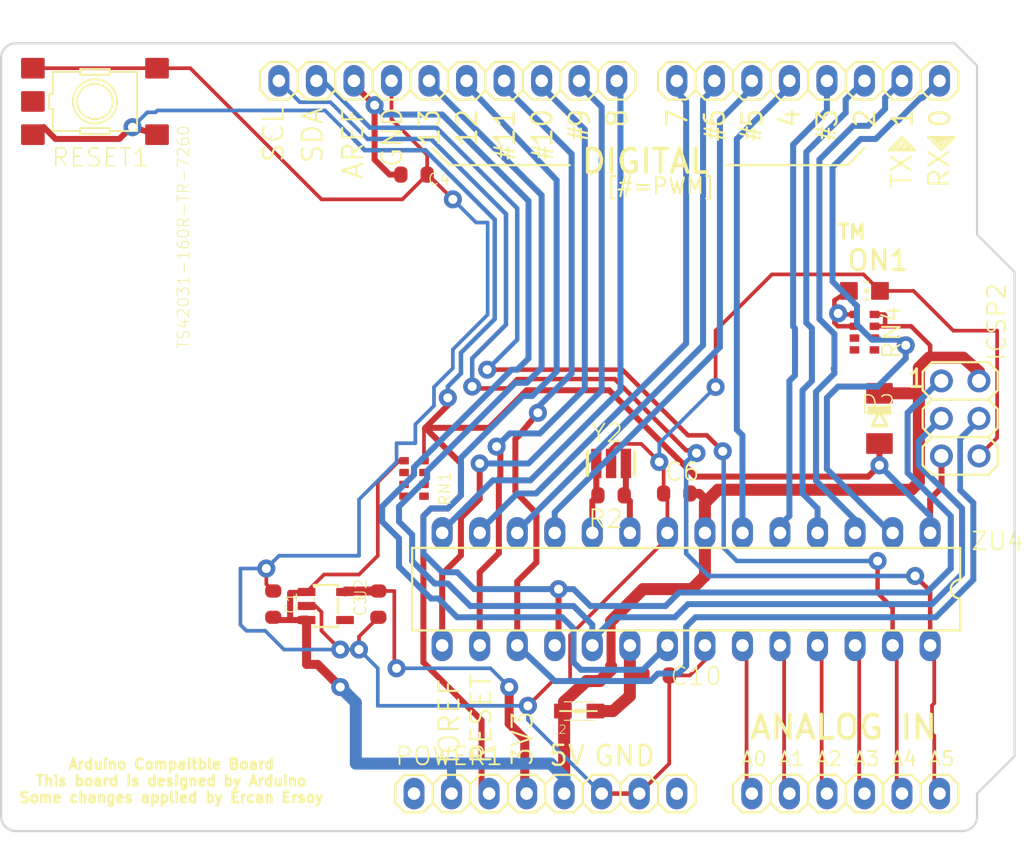
<source format=kicad_pcb>
(kicad_pcb (version 20171130) (host pcbnew "(5.1.10)-1")

  (general
    (thickness 1.6)
    (drawings 77)
    (tracks 518)
    (zones 0)
    (modules 48)
    (nets 30)
  )

  (page A4)
  (layers
    (0 Top signal)
    (31 Bottom signal)
    (32 B.Adhes user)
    (33 F.Adhes user)
    (34 B.Paste user)
    (35 F.Paste user)
    (36 B.SilkS user)
    (37 F.SilkS user)
    (38 B.Mask user)
    (39 F.Mask user)
    (40 Dwgs.User user)
    (41 Cmts.User user)
    (42 Eco1.User user)
    (43 Eco2.User user)
    (44 Edge.Cuts user)
    (45 Margin user)
    (46 B.CrtYd user)
    (47 F.CrtYd user)
    (48 B.Fab user)
    (49 F.Fab user)
  )

  (setup
    (last_trace_width 0.25)
    (trace_clearance 0.2)
    (zone_clearance 0.508)
    (zone_45_only no)
    (trace_min 0.2)
    (via_size 0.8)
    (via_drill 0.4)
    (via_min_size 0.4)
    (via_min_drill 0.3)
    (uvia_size 0.3)
    (uvia_drill 0.1)
    (uvias_allowed no)
    (uvia_min_size 0.2)
    (uvia_min_drill 0.1)
    (edge_width 0.15)
    (segment_width 0.2)
    (pcb_text_width 0.3)
    (pcb_text_size 1.5 1.5)
    (mod_edge_width 0.15)
    (mod_text_size 1 1)
    (mod_text_width 0.15)
    (pad_size 1.524 1.524)
    (pad_drill 0.762)
    (pad_to_mask_clearance 0.051)
    (solder_mask_min_width 0.25)
    (aux_axis_origin 0 0)
    (visible_elements 7FFFFFFF)
    (pcbplotparams
      (layerselection 0x010fc_ffffffff)
      (usegerberextensions false)
      (usegerberattributes false)
      (usegerberadvancedattributes false)
      (creategerberjobfile false)
      (excludeedgelayer true)
      (linewidth 0.100000)
      (plotframeref false)
      (viasonmask false)
      (mode 1)
      (useauxorigin false)
      (hpglpennumber 1)
      (hpglpenspeed 20)
      (hpglpendiameter 15.000000)
      (psnegative false)
      (psa4output false)
      (plotreference true)
      (plotvalue true)
      (plotinvisibletext false)
      (padsonsilk false)
      (subtractmaskfromsilk false)
      (outputformat 1)
      (mirror false)
      (drillshape 1)
      (scaleselection 1)
      (outputdirectory ""))
  )

  (net 0 "")
  (net 1 +5V)
  (net 2 GND)
  (net 3 /AD5/SCL)
  (net 4 /AD4/SDA)
  (net 5 /AD3)
  (net 6 /AD2)
  (net 7 /AD1)
  (net 8 /AD0)
  (net 9 /AREF)
  (net 10 /AVCC)
  (net 11 /SCK)
  (net 12 /MISO)
  (net 13 /MOSI)
  (net 14 /SS)
  (net 15 /IO9)
  (net 16 /IO8)
  (net 17 /IO7)
  (net 18 /IO6)
  (net 19 /IO5)
  (net 20 /XTAL2)
  (net 21 /XTAL1)
  (net 22 /IO4)
  (net 23 /IO3)
  (net 24 /IO2)
  (net 25 /IO1)
  (net 26 /IO0)
  (net 27 /RESET)
  (net 28 /+3V3)
  (net 29 "Net-(ON1-PadA)")

  (net_class Default "This is the default net class."
    (clearance 0.2)
    (trace_width 0.25)
    (via_dia 0.8)
    (via_drill 0.4)
    (uvia_dia 0.3)
    (uvia_drill 0.1)
    (add_net +5V)
    (add_net /+3V3)
    (add_net /AD0)
    (add_net /AD1)
    (add_net /AD2)
    (add_net /AD3)
    (add_net /AD4/SDA)
    (add_net /AD5/SCL)
    (add_net /AREF)
    (add_net /AVCC)
    (add_net /IO0)
    (add_net /IO1)
    (add_net /IO2)
    (add_net /IO3)
    (add_net /IO4)
    (add_net /IO5)
    (add_net /IO6)
    (add_net /IO7)
    (add_net /IO8)
    (add_net /IO9)
    (add_net /MISO)
    (add_net /MOSI)
    (add_net /RESET)
    (add_net /SCK)
    (add_net /SS)
    (add_net /XTAL1)
    (add_net /XTAL2)
    (add_net GND)
    (add_net "Net-(ON1-PadA)")
  )

  (module UNO-TH_Rev3e:CAY16 (layer Top) (tedit 0) (tstamp 60CCE0EF)
    (at 172.6311 97.8916 90)
    (descr "<b>BOURNS</b> Chip Resistor Array<p>\nSource: RS Component / BUORNS")
    (path /787B1BAF)
    (fp_text reference RN4 (at -1.905 2.54 90) (layer F.SilkS)
      (effects (font (size 1.2065 1.2065) (thickness 0.12065)) (justify left bottom))
    )
    (fp_text value 1K (at -1.905 -1.27) (layer F.Fab)
      (effects (font (size 1.2065 1.2065) (thickness 0.12065)) (justify left bottom))
    )
    (fp_line (start -1.55 -0.75) (end -1 -0.75) (layer F.Fab) (width 0.1016))
    (fp_line (start -0.6 -0.75) (end -0.2 -0.75) (layer F.Fab) (width 0.1016))
    (fp_line (start 0.2 -0.75) (end 0.6 -0.75) (layer F.Fab) (width 0.1016))
    (fp_line (start 1 -0.75) (end 1.55 -0.75) (layer F.Fab) (width 0.1016))
    (fp_line (start 1.55 -0.75) (end 1.55 0.75) (layer F.Fab) (width 0.1016))
    (fp_line (start -1.55 0.75) (end -1.55 -0.75) (layer F.Fab) (width 0.1016))
    (fp_line (start 1.55 0.75) (end 1 0.75) (layer F.Fab) (width 0.1016))
    (fp_line (start 0.6 0.75) (end 0.2 0.75) (layer F.Fab) (width 0.1016))
    (fp_line (start -0.2 0.75) (end -0.6 0.75) (layer F.Fab) (width 0.1016))
    (fp_line (start -1 0.75) (end -1.55 0.75) (layer F.Fab) (width 0.1016))
    (fp_arc (start -0.8 0.75) (end -0.6 0.75) (angle -180) (layer F.Fab) (width 0.1016))
    (fp_arc (start 0 0.75) (end 0.2 0.75) (angle -180) (layer F.Fab) (width 0.1016))
    (fp_arc (start 0.8 0.75) (end 1 0.75) (angle -180) (layer F.Fab) (width 0.1016))
    (fp_arc (start 0.8 -0.75) (end 0.6 -0.75) (angle -180) (layer F.Fab) (width 0.1016))
    (fp_arc (start 0 -0.75) (end -0.2 -0.75) (angle -180) (layer F.Fab) (width 0.1016))
    (fp_arc (start -0.8 -0.75) (end -1 -0.75) (angle -180) (layer F.Fab) (width 0.1016))
    (pad 8 smd roundrect (at -1.2 -0.675 90) (size 0.5 0.65) (layers Top F.Paste F.Mask) (roundrect_rratio 0.1016)
      (solder_mask_margin 0.0508) (solder_paste_margin -0.0508))
    (pad 7 smd roundrect (at -0.4 -0.675 90) (size 0.5 0.65) (layers Top F.Paste F.Mask) (roundrect_rratio 0.1016)
      (solder_mask_margin 0.0508) (solder_paste_margin -0.0508))
    (pad 6 smd roundrect (at 0.4 -0.675 90) (size 0.5 0.65) (layers Top F.Paste F.Mask) (roundrect_rratio 0.1016)
      (net 29 "Net-(ON1-PadA)") (solder_mask_margin 0.0508) (solder_paste_margin -0.0508))
    (pad 5 smd roundrect (at 1.2 -0.675 90) (size 0.5 0.65) (layers Top F.Paste F.Mask) (roundrect_rratio 0.1016)
      (net 29 "Net-(ON1-PadA)") (solder_mask_margin 0.0508) (solder_paste_margin -0.0508))
    (pad 4 smd roundrect (at 1.2 0.675 90) (size 0.5 0.65) (layers Top F.Paste F.Mask) (roundrect_rratio 0.1016)
      (net 1 +5V) (solder_mask_margin 0.0508) (solder_paste_margin -0.0508))
    (pad 3 smd roundrect (at 0.4 0.675 90) (size 0.5 0.65) (layers Top F.Paste F.Mask) (roundrect_rratio 0.1016)
      (net 1 +5V) (solder_mask_margin 0.0508) (solder_paste_margin -0.0508))
    (pad 2 smd roundrect (at -0.4 0.675 90) (size 0.5 0.65) (layers Top F.Paste F.Mask) (roundrect_rratio 0.1016)
      (solder_mask_margin 0.0508) (solder_paste_margin -0.0508))
    (pad 1 smd roundrect (at -1.2 0.675 90) (size 0.5 0.65) (layers Top F.Paste F.Mask) (roundrect_rratio 0.1016)
      (solder_mask_margin 0.0508) (solder_paste_margin -0.0508))
  )

  (module UNO-TH_Rev3e:CAY16 (layer Top) (tedit 0) (tstamp 60CCE0B8)
    (at 142.1511 107.7976 90)
    (descr "<b>BOURNS</b> Chip Resistor Array<p>\nSource: RS Component / BUORNS")
    (path /4E5EB07E)
    (fp_text reference RN1 (at -1.905 2.54 90) (layer F.SilkS)
      (effects (font (size 0.77216 0.77216) (thickness 0.077216)) (justify left bottom))
    )
    (fp_text value 10K (at -1.905 -1.27 90) (layer F.Fab)
      (effects (font (size 0.77216 0.77216) (thickness 0.077216)) (justify left bottom))
    )
    (fp_line (start -1.55 -0.75) (end -1 -0.75) (layer F.Fab) (width 0.1016))
    (fp_line (start -0.6 -0.75) (end -0.2 -0.75) (layer F.Fab) (width 0.1016))
    (fp_line (start 0.2 -0.75) (end 0.6 -0.75) (layer F.Fab) (width 0.1016))
    (fp_line (start 1 -0.75) (end 1.55 -0.75) (layer F.Fab) (width 0.1016))
    (fp_line (start 1.55 -0.75) (end 1.55 0.75) (layer F.Fab) (width 0.1016))
    (fp_line (start -1.55 0.75) (end -1.55 -0.75) (layer F.Fab) (width 0.1016))
    (fp_line (start 1.55 0.75) (end 1 0.75) (layer F.Fab) (width 0.1016))
    (fp_line (start 0.6 0.75) (end 0.2 0.75) (layer F.Fab) (width 0.1016))
    (fp_line (start -0.2 0.75) (end -0.6 0.75) (layer F.Fab) (width 0.1016))
    (fp_line (start -1 0.75) (end -1.55 0.75) (layer F.Fab) (width 0.1016))
    (fp_arc (start -0.8 0.75) (end -0.6 0.75) (angle -180) (layer F.Fab) (width 0.1016))
    (fp_arc (start 0 0.75) (end 0.2 0.75) (angle -180) (layer F.Fab) (width 0.1016))
    (fp_arc (start 0.8 0.75) (end 1 0.75) (angle -180) (layer F.Fab) (width 0.1016))
    (fp_arc (start 0.8 -0.75) (end 0.6 -0.75) (angle -180) (layer F.Fab) (width 0.1016))
    (fp_arc (start 0 -0.75) (end -0.2 -0.75) (angle -180) (layer F.Fab) (width 0.1016))
    (fp_arc (start -0.8 -0.75) (end -1 -0.75) (angle -180) (layer F.Fab) (width 0.1016))
    (pad 8 smd roundrect (at -1.2 -0.675 90) (size 0.5 0.65) (layers Top F.Paste F.Mask) (roundrect_rratio 0.1016)
      (solder_mask_margin 0.0508) (solder_paste_margin -0.0508))
    (pad 7 smd roundrect (at -0.4 -0.675 90) (size 0.5 0.65) (layers Top F.Paste F.Mask) (roundrect_rratio 0.1016)
      (solder_mask_margin 0.0508) (solder_paste_margin -0.0508))
    (pad 6 smd roundrect (at 0.4 -0.675 90) (size 0.5 0.65) (layers Top F.Paste F.Mask) (roundrect_rratio 0.1016)
      (solder_mask_margin 0.0508) (solder_paste_margin -0.0508))
    (pad 5 smd roundrect (at 1.2 -0.675 90) (size 0.5 0.65) (layers Top F.Paste F.Mask) (roundrect_rratio 0.1016)
      (net 1 +5V) (solder_mask_margin 0.0508) (solder_paste_margin -0.0508))
    (pad 4 smd roundrect (at 1.2 0.675 90) (size 0.5 0.65) (layers Top F.Paste F.Mask) (roundrect_rratio 0.1016)
      (net 27 /RESET) (solder_mask_margin 0.0508) (solder_paste_margin -0.0508))
    (pad 3 smd roundrect (at 0.4 0.675 90) (size 0.5 0.65) (layers Top F.Paste F.Mask) (roundrect_rratio 0.1016)
      (solder_mask_margin 0.0508) (solder_paste_margin -0.0508))
    (pad 2 smd roundrect (at -0.4 0.675 90) (size 0.5 0.65) (layers Top F.Paste F.Mask) (roundrect_rratio 0.1016)
      (solder_mask_margin 0.0508) (solder_paste_margin -0.0508))
    (pad 1 smd roundrect (at -1.2 0.675 90) (size 0.5 0.65) (layers Top F.Paste F.Mask) (roundrect_rratio 0.1016)
      (solder_mask_margin 0.0508) (solder_paste_margin -0.0508))
  )

  (module UNO-TH_Rev3e:DIL28-3 (layer Top) (tedit 0) (tstamp 60CCDDB0)
    (at 160.5661 115.2906 180)
    (descr "<B>Dual In Line</B> 0.3 inch")
    (path /C76D7EF0)
    (fp_text reference ZU4 (at -19.2024 2.54) (layer F.SilkS)
      (effects (font (size 1.2065 1.2065) (thickness 0.12065)) (justify left bottom))
    )
    (fp_text value ATMEGA328P-PU (at -15.875 0.635) (layer F.Fab)
      (effects (font (size 1.6891 1.6891) (thickness 0.16891)) (justify right top))
    )
    (fp_line (start -18.542 0.635) (end -18.542 2.794) (layer F.SilkS) (width 0.1524))
    (fp_line (start -18.542 2.794) (end 18.542 2.794) (layer F.SilkS) (width 0.1524))
    (fp_line (start -18.542 -2.794) (end -18.542 -0.635) (layer F.SilkS) (width 0.1524))
    (fp_line (start -18.542 -2.794) (end 18.542 -2.794) (layer F.SilkS) (width 0.1524))
    (fp_line (start 18.542 -2.794) (end 18.542 2.794) (layer F.SilkS) (width 0.1524))
    (fp_arc (start -18.542 0) (end -18.542 -0.635) (angle 180) (layer F.SilkS) (width 0.1524))
    (pad 28 thru_hole oval (at -16.51 -3.81 270) (size 2.1336 1.4224) (drill 0.85) (layers *.Cu *.Mask)
      (net 3 /AD5/SCL) (solder_mask_margin 0.0508))
    (pad 27 thru_hole oval (at -13.97 -3.81 270) (size 2.1336 1.4224) (drill 0.85) (layers *.Cu *.Mask)
      (net 4 /AD4/SDA) (solder_mask_margin 0.0508))
    (pad 26 thru_hole oval (at -11.43 -3.81 270) (size 2.1336 1.4224) (drill 0.85) (layers *.Cu *.Mask)
      (net 5 /AD3) (solder_mask_margin 0.0508))
    (pad 25 thru_hole oval (at -8.89 -3.81 270) (size 2.1336 1.4224) (drill 0.85) (layers *.Cu *.Mask)
      (net 6 /AD2) (solder_mask_margin 0.0508))
    (pad 24 thru_hole oval (at -6.35 -3.81 270) (size 2.1336 1.4224) (drill 0.85) (layers *.Cu *.Mask)
      (net 7 /AD1) (solder_mask_margin 0.0508))
    (pad 23 thru_hole oval (at -3.81 -3.81 270) (size 2.1336 1.4224) (drill 0.85) (layers *.Cu *.Mask)
      (net 8 /AD0) (solder_mask_margin 0.0508))
    (pad 22 thru_hole oval (at -1.27 -3.81 270) (size 2.1336 1.4224) (drill 0.85) (layers *.Cu *.Mask)
      (net 2 GND) (solder_mask_margin 0.0508))
    (pad 21 thru_hole oval (at 1.27 -3.81 270) (size 2.1336 1.4224) (drill 0.85) (layers *.Cu *.Mask)
      (net 9 /AREF) (solder_mask_margin 0.0508))
    (pad 20 thru_hole oval (at 3.81 -3.81 270) (size 2.1336 1.4224) (drill 0.85) (layers *.Cu *.Mask)
      (net 10 /AVCC) (solder_mask_margin 0.0508))
    (pad 19 thru_hole oval (at 6.35 -3.81 270) (size 2.1336 1.4224) (drill 0.85) (layers *.Cu *.Mask)
      (net 11 /SCK) (solder_mask_margin 0.0508))
    (pad 18 thru_hole oval (at 8.89 -3.81 270) (size 2.1336 1.4224) (drill 0.85) (layers *.Cu *.Mask)
      (net 12 /MISO) (solder_mask_margin 0.0508))
    (pad 17 thru_hole oval (at 11.43 -3.81 270) (size 2.1336 1.4224) (drill 0.85) (layers *.Cu *.Mask)
      (net 13 /MOSI) (solder_mask_margin 0.0508))
    (pad 16 thru_hole oval (at 13.97 -3.81 270) (size 2.1336 1.4224) (drill 0.85) (layers *.Cu *.Mask)
      (net 14 /SS) (solder_mask_margin 0.0508))
    (pad 15 thru_hole oval (at 16.51 -3.81 270) (size 2.1336 1.4224) (drill 0.85) (layers *.Cu *.Mask)
      (net 15 /IO9) (solder_mask_margin 0.0508))
    (pad 14 thru_hole oval (at 16.51 3.81 270) (size 2.1336 1.4224) (drill 0.85) (layers *.Cu *.Mask)
      (net 16 /IO8) (solder_mask_margin 0.0508))
    (pad 13 thru_hole oval (at 13.97 3.81 270) (size 2.1336 1.4224) (drill 0.85) (layers *.Cu *.Mask)
      (net 17 /IO7) (solder_mask_margin 0.0508))
    (pad 12 thru_hole oval (at 11.43 3.81 270) (size 2.1336 1.4224) (drill 0.85) (layers *.Cu *.Mask)
      (net 18 /IO6) (solder_mask_margin 0.0508))
    (pad 11 thru_hole oval (at 8.89 3.81 270) (size 2.1336 1.4224) (drill 0.85) (layers *.Cu *.Mask)
      (net 19 /IO5) (solder_mask_margin 0.0508))
    (pad 10 thru_hole oval (at 6.35 3.81 270) (size 2.1336 1.4224) (drill 0.85) (layers *.Cu *.Mask)
      (net 20 /XTAL2) (solder_mask_margin 0.0508))
    (pad 9 thru_hole oval (at 3.81 3.81 270) (size 2.1336 1.4224) (drill 0.85) (layers *.Cu *.Mask)
      (net 21 /XTAL1) (solder_mask_margin 0.0508))
    (pad 8 thru_hole oval (at 1.27 3.81 270) (size 2.1336 1.4224) (drill 0.85) (layers *.Cu *.Mask)
      (net 2 GND) (solder_mask_margin 0.0508))
    (pad 7 thru_hole oval (at -1.27 3.81 270) (size 2.1336 1.4224) (drill 0.85) (layers *.Cu *.Mask)
      (net 1 +5V) (solder_mask_margin 0.0508))
    (pad 6 thru_hole oval (at -3.81 3.81 270) (size 2.1336 1.4224) (drill 0.85) (layers *.Cu *.Mask)
      (net 22 /IO4) (solder_mask_margin 0.0508))
    (pad 5 thru_hole oval (at -6.35 3.81 270) (size 2.1336 1.4224) (drill 0.85) (layers *.Cu *.Mask)
      (net 23 /IO3) (solder_mask_margin 0.0508))
    (pad 4 thru_hole oval (at -8.89 3.81 270) (size 2.1336 1.4224) (drill 0.85) (layers *.Cu *.Mask)
      (net 24 /IO2) (solder_mask_margin 0.0508))
    (pad 3 thru_hole oval (at -11.43 3.81 270) (size 2.1336 1.4224) (drill 0.85) (layers *.Cu *.Mask)
      (net 25 /IO1) (solder_mask_margin 0.0508))
    (pad 2 thru_hole oval (at -13.97 3.81 270) (size 2.1336 1.4224) (drill 0.85) (layers *.Cu *.Mask)
      (net 26 /IO0) (solder_mask_margin 0.0508))
    (pad 1 thru_hole oval (at -16.51 3.81 270) (size 2.1336 1.4224) (drill 0.85) (layers *.Cu *.Mask)
      (net 27 /RESET) (solder_mask_margin 0.0508))
  )

  (module UNO-TH_Rev3e:2X03 (layer Top) (tedit 0) (tstamp 60CCDDD5)
    (at 179.1081 103.7336 270)
    (descr "<b>PIN HEADER</b>")
    (path /D95C426C)
    (fp_text reference ICSP2 (at -3.81 -3.175 90) (layer F.SilkS)
      (effects (font (size 1.2065 1.2065) (thickness 0.12065)) (justify left bottom))
    )
    (fp_text value "3x2 M" (at -3.81 4.445) (layer F.Fab)
      (effects (font (size 1.2065 1.2065) (thickness 0.09652)) (justify right top))
    )
    (fp_line (start -3.81 1.905) (end -3.175 2.54) (layer F.SilkS) (width 0.1524))
    (fp_line (start -1.905 2.54) (end -1.27 1.905) (layer F.SilkS) (width 0.1524))
    (fp_line (start -1.27 1.905) (end -0.635 2.54) (layer F.SilkS) (width 0.1524))
    (fp_line (start 0.635 2.54) (end 1.27 1.905) (layer F.SilkS) (width 0.1524))
    (fp_line (start -3.81 1.905) (end -3.81 -1.905) (layer F.SilkS) (width 0.1524))
    (fp_line (start -3.81 -1.905) (end -3.175 -2.54) (layer F.SilkS) (width 0.1524))
    (fp_line (start -3.175 -2.54) (end -1.905 -2.54) (layer F.SilkS) (width 0.1524))
    (fp_line (start -1.905 -2.54) (end -1.27 -1.905) (layer F.SilkS) (width 0.1524))
    (fp_line (start -1.27 -1.905) (end -0.635 -2.54) (layer F.SilkS) (width 0.1524))
    (fp_line (start -0.635 -2.54) (end 0.635 -2.54) (layer F.SilkS) (width 0.1524))
    (fp_line (start 0.635 -2.54) (end 1.27 -1.905) (layer F.SilkS) (width 0.1524))
    (fp_line (start -1.27 -1.905) (end -1.27 1.905) (layer F.SilkS) (width 0.1524))
    (fp_line (start 1.27 -1.905) (end 1.27 1.905) (layer F.SilkS) (width 0.1524))
    (fp_line (start -0.635 2.54) (end 0.635 2.54) (layer F.SilkS) (width 0.1524))
    (fp_line (start -3.175 2.54) (end -1.905 2.54) (layer F.SilkS) (width 0.1524))
    (fp_line (start 1.27 1.905) (end 1.905 2.54) (layer F.SilkS) (width 0.1524))
    (fp_line (start 3.175 2.54) (end 3.81 1.905) (layer F.SilkS) (width 0.1524))
    (fp_line (start 1.27 -1.905) (end 1.905 -2.54) (layer F.SilkS) (width 0.1524))
    (fp_line (start 1.905 -2.54) (end 3.175 -2.54) (layer F.SilkS) (width 0.1524))
    (fp_line (start 3.175 -2.54) (end 3.81 -1.905) (layer F.SilkS) (width 0.1524))
    (fp_line (start 3.81 -1.905) (end 3.81 1.905) (layer F.SilkS) (width 0.1524))
    (fp_line (start 1.905 2.54) (end 3.175 2.54) (layer F.SilkS) (width 0.1524))
    (fp_poly (pts (xy -2.794 1.524) (xy -2.286 1.524) (xy -2.286 1.016) (xy -2.794 1.016)) (layer F.Fab) (width 0))
    (fp_poly (pts (xy -2.794 -1.016) (xy -2.286 -1.016) (xy -2.286 -1.524) (xy -2.794 -1.524)) (layer F.Fab) (width 0))
    (fp_poly (pts (xy -0.254 -1.016) (xy 0.254 -1.016) (xy 0.254 -1.524) (xy -0.254 -1.524)) (layer F.Fab) (width 0))
    (fp_poly (pts (xy -0.254 1.524) (xy 0.254 1.524) (xy 0.254 1.016) (xy -0.254 1.016)) (layer F.Fab) (width 0))
    (fp_poly (pts (xy 2.286 -1.016) (xy 2.794 -1.016) (xy 2.794 -1.524) (xy 2.286 -1.524)) (layer F.Fab) (width 0))
    (fp_poly (pts (xy 2.286 1.524) (xy 2.794 1.524) (xy 2.794 1.016) (xy 2.286 1.016)) (layer F.Fab) (width 0))
    (pad 6 thru_hole circle (at 2.54 -1.27 270) (size 1.55 1.55) (drill 0.95) (layers *.Cu *.Mask)
      (net 2 GND) (solder_mask_margin 0.0508))
    (pad 5 thru_hole circle (at 2.54 1.27 270) (size 1.55 1.55) (drill 0.95) (layers *.Cu *.Mask)
      (net 27 /RESET) (solder_mask_margin 0.0508))
    (pad 4 thru_hole circle (at 0 -1.27 270) (size 1.55 1.55) (drill 0.95) (layers *.Cu *.Mask)
      (net 13 /MOSI) (solder_mask_margin 0.0508))
    (pad 3 thru_hole circle (at 0 1.27 270) (size 1.55 1.55) (drill 0.95) (layers *.Cu *.Mask)
      (net 11 /SCK) (solder_mask_margin 0.0508))
    (pad 2 thru_hole circle (at -2.54 -1.27 270) (size 1.55 1.55) (drill 0.95) (layers *.Cu *.Mask)
      (net 1 +5V) (solder_mask_margin 0.0508))
    (pad 1 thru_hole circle (at -2.54 1.27 270) (size 1.55 1.55) (drill 0.95) (layers *.Cu *.Mask)
      (net 12 /MISO) (solder_mask_margin 0.0508))
  )

  (module UNO-TH_Rev3e:1X08 (layer Top) (tedit 0) (tstamp 60CCDDFA)
    (at 168.8211 80.8736 180)
    (descr "<b>PIN HEADER</b>")
    (path /C627CBCC)
    (fp_text reference IOL1 (at -10.2362 -1.8288 180) (layer F.SilkS) hide
      (effects (font (size 1.2065 1.2065) (thickness 0.127)) (justify right top))
    )
    (fp_text value 8x1F-H8.5 (at -10.16 3.175) (layer F.Fab)
      (effects (font (size 1.2065 1.2065) (thickness 0.09652)) (justify right top))
    )
    (fp_line (start 5.715 -1.27) (end 6.985 -1.27) (layer F.SilkS) (width 0.1524))
    (fp_line (start 6.985 -1.27) (end 7.62 -0.635) (layer F.SilkS) (width 0.1524))
    (fp_line (start 7.62 -0.635) (end 7.62 0.635) (layer F.SilkS) (width 0.1524))
    (fp_line (start 7.62 0.635) (end 6.985 1.27) (layer F.SilkS) (width 0.1524))
    (fp_line (start 2.54 -0.635) (end 3.175 -1.27) (layer F.SilkS) (width 0.1524))
    (fp_line (start 3.175 -1.27) (end 4.445 -1.27) (layer F.SilkS) (width 0.1524))
    (fp_line (start 4.445 -1.27) (end 5.08 -0.635) (layer F.SilkS) (width 0.1524))
    (fp_line (start 5.08 -0.635) (end 5.08 0.635) (layer F.SilkS) (width 0.1524))
    (fp_line (start 5.08 0.635) (end 4.445 1.27) (layer F.SilkS) (width 0.1524))
    (fp_line (start 4.445 1.27) (end 3.175 1.27) (layer F.SilkS) (width 0.1524))
    (fp_line (start 3.175 1.27) (end 2.54 0.635) (layer F.SilkS) (width 0.1524))
    (fp_line (start 5.715 -1.27) (end 5.08 -0.635) (layer F.SilkS) (width 0.1524))
    (fp_line (start 5.08 0.635) (end 5.715 1.27) (layer F.SilkS) (width 0.1524))
    (fp_line (start 6.985 1.27) (end 5.715 1.27) (layer F.SilkS) (width 0.1524))
    (fp_line (start -1.905 -1.27) (end -0.635 -1.27) (layer F.SilkS) (width 0.1524))
    (fp_line (start -0.635 -1.27) (end 0 -0.635) (layer F.SilkS) (width 0.1524))
    (fp_line (start 0 -0.635) (end 0 0.635) (layer F.SilkS) (width 0.1524))
    (fp_line (start 0 0.635) (end -0.635 1.27) (layer F.SilkS) (width 0.1524))
    (fp_line (start 0 -0.635) (end 0.635 -1.27) (layer F.SilkS) (width 0.1524))
    (fp_line (start 0.635 -1.27) (end 1.905 -1.27) (layer F.SilkS) (width 0.1524))
    (fp_line (start 1.905 -1.27) (end 2.54 -0.635) (layer F.SilkS) (width 0.1524))
    (fp_line (start 2.54 -0.635) (end 2.54 0.635) (layer F.SilkS) (width 0.1524))
    (fp_line (start 2.54 0.635) (end 1.905 1.27) (layer F.SilkS) (width 0.1524))
    (fp_line (start 1.905 1.27) (end 0.635 1.27) (layer F.SilkS) (width 0.1524))
    (fp_line (start 0.635 1.27) (end 0 0.635) (layer F.SilkS) (width 0.1524))
    (fp_line (start -5.08 -0.635) (end -4.445 -1.27) (layer F.SilkS) (width 0.1524))
    (fp_line (start -4.445 -1.27) (end -3.175 -1.27) (layer F.SilkS) (width 0.1524))
    (fp_line (start -3.175 -1.27) (end -2.54 -0.635) (layer F.SilkS) (width 0.1524))
    (fp_line (start -2.54 -0.635) (end -2.54 0.635) (layer F.SilkS) (width 0.1524))
    (fp_line (start -2.54 0.635) (end -3.175 1.27) (layer F.SilkS) (width 0.1524))
    (fp_line (start -3.175 1.27) (end -4.445 1.27) (layer F.SilkS) (width 0.1524))
    (fp_line (start -4.445 1.27) (end -5.08 0.635) (layer F.SilkS) (width 0.1524))
    (fp_line (start -1.905 -1.27) (end -2.54 -0.635) (layer F.SilkS) (width 0.1524))
    (fp_line (start -2.54 0.635) (end -1.905 1.27) (layer F.SilkS) (width 0.1524))
    (fp_line (start -0.635 1.27) (end -1.905 1.27) (layer F.SilkS) (width 0.1524))
    (fp_line (start -9.525 -1.27) (end -8.255 -1.27) (layer F.SilkS) (width 0.1524))
    (fp_line (start -8.255 -1.27) (end -7.62 -0.635) (layer F.SilkS) (width 0.1524))
    (fp_line (start -7.62 -0.635) (end -7.62 0.635) (layer F.SilkS) (width 0.1524))
    (fp_line (start -7.62 0.635) (end -8.255 1.27) (layer F.SilkS) (width 0.1524))
    (fp_line (start -7.62 -0.635) (end -6.985 -1.27) (layer F.SilkS) (width 0.1524))
    (fp_line (start -6.985 -1.27) (end -5.715 -1.27) (layer F.SilkS) (width 0.1524))
    (fp_line (start -5.715 -1.27) (end -5.08 -0.635) (layer F.SilkS) (width 0.1524))
    (fp_line (start -5.08 -0.635) (end -5.08 0.635) (layer F.SilkS) (width 0.1524))
    (fp_line (start -5.08 0.635) (end -5.715 1.27) (layer F.SilkS) (width 0.1524))
    (fp_line (start -5.715 1.27) (end -6.985 1.27) (layer F.SilkS) (width 0.1524))
    (fp_line (start -6.985 1.27) (end -7.62 0.635) (layer F.SilkS) (width 0.1524))
    (fp_line (start -10.16 -0.635) (end -10.16 0.635) (layer F.SilkS) (width 0.1524))
    (fp_line (start -9.525 -1.27) (end -10.16 -0.635) (layer F.SilkS) (width 0.1524))
    (fp_line (start -10.16 0.635) (end -9.525 1.27) (layer F.SilkS) (width 0.1524))
    (fp_line (start -8.255 1.27) (end -9.525 1.27) (layer F.SilkS) (width 0.1524))
    (fp_line (start 8.255 -1.27) (end 9.525 -1.27) (layer F.SilkS) (width 0.1524))
    (fp_line (start 9.525 -1.27) (end 10.16 -0.635) (layer F.SilkS) (width 0.1524))
    (fp_line (start 10.16 -0.635) (end 10.16 0.635) (layer F.SilkS) (width 0.1524))
    (fp_line (start 10.16 0.635) (end 9.525 1.27) (layer F.SilkS) (width 0.1524))
    (fp_line (start 8.255 -1.27) (end 7.62 -0.635) (layer F.SilkS) (width 0.1524))
    (fp_line (start 7.62 0.635) (end 8.255 1.27) (layer F.SilkS) (width 0.1524))
    (fp_line (start 9.525 1.27) (end 8.255 1.27) (layer F.SilkS) (width 0.1524))
    (fp_poly (pts (xy 6.096 0.254) (xy 6.604 0.254) (xy 6.604 -0.254) (xy 6.096 -0.254)) (layer F.Fab) (width 0))
    (fp_poly (pts (xy 3.556 0.254) (xy 4.064 0.254) (xy 4.064 -0.254) (xy 3.556 -0.254)) (layer F.Fab) (width 0))
    (fp_poly (pts (xy 1.016 0.254) (xy 1.524 0.254) (xy 1.524 -0.254) (xy 1.016 -0.254)) (layer F.Fab) (width 0))
    (fp_poly (pts (xy -1.524 0.254) (xy -1.016 0.254) (xy -1.016 -0.254) (xy -1.524 -0.254)) (layer F.Fab) (width 0))
    (fp_poly (pts (xy -4.064 0.254) (xy -3.556 0.254) (xy -3.556 -0.254) (xy -4.064 -0.254)) (layer F.Fab) (width 0))
    (fp_poly (pts (xy -6.604 0.254) (xy -6.096 0.254) (xy -6.096 -0.254) (xy -6.604 -0.254)) (layer F.Fab) (width 0))
    (fp_poly (pts (xy -9.144 0.254) (xy -8.636 0.254) (xy -8.636 -0.254) (xy -9.144 -0.254)) (layer F.Fab) (width 0))
    (fp_poly (pts (xy 8.636 0.254) (xy 9.144 0.254) (xy 9.144 -0.254) (xy 8.636 -0.254)) (layer F.Fab) (width 0))
    (pad 8 thru_hole oval (at 8.89 0 270) (size 2.1336 1.4224) (drill 0.85) (layers *.Cu *.Mask)
      (net 17 /IO7) (solder_mask_margin 0.0508))
    (pad 7 thru_hole oval (at 6.35 0 270) (size 2.1336 1.4224) (drill 0.85) (layers *.Cu *.Mask)
      (net 18 /IO6) (solder_mask_margin 0.0508))
    (pad 6 thru_hole oval (at 3.81 0 270) (size 2.1336 1.4224) (drill 0.85) (layers *.Cu *.Mask)
      (net 19 /IO5) (solder_mask_margin 0.0508))
    (pad 5 thru_hole oval (at 1.27 0 270) (size 2.1336 1.4224) (drill 0.85) (layers *.Cu *.Mask)
      (net 22 /IO4) (solder_mask_margin 0.0508))
    (pad 4 thru_hole oval (at -1.27 0 270) (size 2.1336 1.4224) (drill 0.85) (layers *.Cu *.Mask)
      (net 23 /IO3) (solder_mask_margin 0.0508))
    (pad 3 thru_hole oval (at -3.81 0 270) (size 2.1336 1.4224) (drill 0.85) (layers *.Cu *.Mask)
      (net 24 /IO2) (solder_mask_margin 0.0508))
    (pad 2 thru_hole oval (at -6.35 0 270) (size 2.1336 1.4224) (drill 0.85) (layers *.Cu *.Mask)
      (net 25 /IO1) (solder_mask_margin 0.0508))
    (pad 1 thru_hole oval (at -8.89 0 270) (size 2.1336 1.4224) (drill 0.85) (layers *.Cu *.Mask)
      (net 26 /IO0) (solder_mask_margin 0.0508))
  )

  (module UNO-TH_Rev3e:1X10 (layer Top) (tedit 0) (tstamp 60CCDE46)
    (at 144.4371 80.8736 180)
    (descr "<b>PIN HEADER</b>")
    (path /E5B14240)
    (fp_text reference IOH1 (at -12.7762 -1.8288 180) (layer F.SilkS) hide
      (effects (font (size 1.2065 1.2065) (thickness 0.127)) (justify right top))
    )
    (fp_text value 10x1F-H8.5 (at -12.7 3.175) (layer F.Fab)
      (effects (font (size 1.2065 1.2065) (thickness 0.09652)) (justify right top))
    )
    (fp_line (start 7.62 -0.635) (end 8.255 -1.27) (layer F.SilkS) (width 0.1524))
    (fp_line (start 8.255 -1.27) (end 9.525 -1.27) (layer F.SilkS) (width 0.1524))
    (fp_line (start 9.525 -1.27) (end 10.16 -0.635) (layer F.SilkS) (width 0.1524))
    (fp_line (start 10.16 -0.635) (end 10.16 0.635) (layer F.SilkS) (width 0.1524))
    (fp_line (start 10.16 0.635) (end 9.525 1.27) (layer F.SilkS) (width 0.1524))
    (fp_line (start 9.525 1.27) (end 8.255 1.27) (layer F.SilkS) (width 0.1524))
    (fp_line (start 8.255 1.27) (end 7.62 0.635) (layer F.SilkS) (width 0.1524))
    (fp_line (start 3.175 -1.27) (end 4.445 -1.27) (layer F.SilkS) (width 0.1524))
    (fp_line (start 4.445 -1.27) (end 5.08 -0.635) (layer F.SilkS) (width 0.1524))
    (fp_line (start 5.08 -0.635) (end 5.08 0.635) (layer F.SilkS) (width 0.1524))
    (fp_line (start 5.08 0.635) (end 4.445 1.27) (layer F.SilkS) (width 0.1524))
    (fp_line (start 5.08 -0.635) (end 5.715 -1.27) (layer F.SilkS) (width 0.1524))
    (fp_line (start 5.715 -1.27) (end 6.985 -1.27) (layer F.SilkS) (width 0.1524))
    (fp_line (start 6.985 -1.27) (end 7.62 -0.635) (layer F.SilkS) (width 0.1524))
    (fp_line (start 7.62 -0.635) (end 7.62 0.635) (layer F.SilkS) (width 0.1524))
    (fp_line (start 7.62 0.635) (end 6.985 1.27) (layer F.SilkS) (width 0.1524))
    (fp_line (start 6.985 1.27) (end 5.715 1.27) (layer F.SilkS) (width 0.1524))
    (fp_line (start 5.715 1.27) (end 5.08 0.635) (layer F.SilkS) (width 0.1524))
    (fp_line (start 0 -0.635) (end 0.635 -1.27) (layer F.SilkS) (width 0.1524))
    (fp_line (start 0.635 -1.27) (end 1.905 -1.27) (layer F.SilkS) (width 0.1524))
    (fp_line (start 1.905 -1.27) (end 2.54 -0.635) (layer F.SilkS) (width 0.1524))
    (fp_line (start 2.54 -0.635) (end 2.54 0.635) (layer F.SilkS) (width 0.1524))
    (fp_line (start 2.54 0.635) (end 1.905 1.27) (layer F.SilkS) (width 0.1524))
    (fp_line (start 1.905 1.27) (end 0.635 1.27) (layer F.SilkS) (width 0.1524))
    (fp_line (start 0.635 1.27) (end 0 0.635) (layer F.SilkS) (width 0.1524))
    (fp_line (start 3.175 -1.27) (end 2.54 -0.635) (layer F.SilkS) (width 0.1524))
    (fp_line (start 2.54 0.635) (end 3.175 1.27) (layer F.SilkS) (width 0.1524))
    (fp_line (start 4.445 1.27) (end 3.175 1.27) (layer F.SilkS) (width 0.1524))
    (fp_line (start -4.445 -1.27) (end -3.175 -1.27) (layer F.SilkS) (width 0.1524))
    (fp_line (start -3.175 -1.27) (end -2.54 -0.635) (layer F.SilkS) (width 0.1524))
    (fp_line (start -2.54 -0.635) (end -2.54 0.635) (layer F.SilkS) (width 0.1524))
    (fp_line (start -2.54 0.635) (end -3.175 1.27) (layer F.SilkS) (width 0.1524))
    (fp_line (start -2.54 -0.635) (end -1.905 -1.27) (layer F.SilkS) (width 0.1524))
    (fp_line (start -1.905 -1.27) (end -0.635 -1.27) (layer F.SilkS) (width 0.1524))
    (fp_line (start -0.635 -1.27) (end 0 -0.635) (layer F.SilkS) (width 0.1524))
    (fp_line (start 0 -0.635) (end 0 0.635) (layer F.SilkS) (width 0.1524))
    (fp_line (start 0 0.635) (end -0.635 1.27) (layer F.SilkS) (width 0.1524))
    (fp_line (start -0.635 1.27) (end -1.905 1.27) (layer F.SilkS) (width 0.1524))
    (fp_line (start -1.905 1.27) (end -2.54 0.635) (layer F.SilkS) (width 0.1524))
    (fp_line (start -7.62 -0.635) (end -6.985 -1.27) (layer F.SilkS) (width 0.1524))
    (fp_line (start -6.985 -1.27) (end -5.715 -1.27) (layer F.SilkS) (width 0.1524))
    (fp_line (start -5.715 -1.27) (end -5.08 -0.635) (layer F.SilkS) (width 0.1524))
    (fp_line (start -5.08 -0.635) (end -5.08 0.635) (layer F.SilkS) (width 0.1524))
    (fp_line (start -5.08 0.635) (end -5.715 1.27) (layer F.SilkS) (width 0.1524))
    (fp_line (start -5.715 1.27) (end -6.985 1.27) (layer F.SilkS) (width 0.1524))
    (fp_line (start -6.985 1.27) (end -7.62 0.635) (layer F.SilkS) (width 0.1524))
    (fp_line (start -4.445 -1.27) (end -5.08 -0.635) (layer F.SilkS) (width 0.1524))
    (fp_line (start -5.08 0.635) (end -4.445 1.27) (layer F.SilkS) (width 0.1524))
    (fp_line (start -3.175 1.27) (end -4.445 1.27) (layer F.SilkS) (width 0.1524))
    (fp_line (start -12.065 -1.27) (end -10.795 -1.27) (layer F.SilkS) (width 0.1524))
    (fp_line (start -10.795 -1.27) (end -10.16 -0.635) (layer F.SilkS) (width 0.1524))
    (fp_line (start -10.16 -0.635) (end -10.16 0.635) (layer F.SilkS) (width 0.1524))
    (fp_line (start -10.16 0.635) (end -10.795 1.27) (layer F.SilkS) (width 0.1524))
    (fp_line (start -10.16 -0.635) (end -9.525 -1.27) (layer F.SilkS) (width 0.1524))
    (fp_line (start -9.525 -1.27) (end -8.255 -1.27) (layer F.SilkS) (width 0.1524))
    (fp_line (start -8.255 -1.27) (end -7.62 -0.635) (layer F.SilkS) (width 0.1524))
    (fp_line (start -7.62 -0.635) (end -7.62 0.635) (layer F.SilkS) (width 0.1524))
    (fp_line (start -7.62 0.635) (end -8.255 1.27) (layer F.SilkS) (width 0.1524))
    (fp_line (start -8.255 1.27) (end -9.525 1.27) (layer F.SilkS) (width 0.1524))
    (fp_line (start -9.525 1.27) (end -10.16 0.635) (layer F.SilkS) (width 0.1524))
    (fp_line (start -12.7 -0.635) (end -12.7 0.635) (layer F.SilkS) (width 0.1524))
    (fp_line (start -12.065 -1.27) (end -12.7 -0.635) (layer F.SilkS) (width 0.1524))
    (fp_line (start -12.7 0.635) (end -12.065 1.27) (layer F.SilkS) (width 0.1524))
    (fp_line (start -10.795 1.27) (end -12.065 1.27) (layer F.SilkS) (width 0.1524))
    (fp_line (start 10.795 -1.27) (end 12.065 -1.27) (layer F.SilkS) (width 0.1524))
    (fp_line (start 12.065 -1.27) (end 12.7 -0.635) (layer F.SilkS) (width 0.1524))
    (fp_line (start 12.7 -0.635) (end 12.7 0.635) (layer F.SilkS) (width 0.1524))
    (fp_line (start 12.7 0.635) (end 12.065 1.27) (layer F.SilkS) (width 0.1524))
    (fp_line (start 10.795 -1.27) (end 10.16 -0.635) (layer F.SilkS) (width 0.1524))
    (fp_line (start 10.16 0.635) (end 10.795 1.27) (layer F.SilkS) (width 0.1524))
    (fp_line (start 12.065 1.27) (end 10.795 1.27) (layer F.SilkS) (width 0.1524))
    (fp_poly (pts (xy 8.636 0.254) (xy 9.144 0.254) (xy 9.144 -0.254) (xy 8.636 -0.254)) (layer F.Fab) (width 0))
    (fp_poly (pts (xy 6.096 0.254) (xy 6.604 0.254) (xy 6.604 -0.254) (xy 6.096 -0.254)) (layer F.Fab) (width 0))
    (fp_poly (pts (xy 3.556 0.254) (xy 4.064 0.254) (xy 4.064 -0.254) (xy 3.556 -0.254)) (layer F.Fab) (width 0))
    (fp_poly (pts (xy 1.016 0.254) (xy 1.524 0.254) (xy 1.524 -0.254) (xy 1.016 -0.254)) (layer F.Fab) (width 0))
    (fp_poly (pts (xy -1.524 0.254) (xy -1.016 0.254) (xy -1.016 -0.254) (xy -1.524 -0.254)) (layer F.Fab) (width 0))
    (fp_poly (pts (xy -4.064 0.254) (xy -3.556 0.254) (xy -3.556 -0.254) (xy -4.064 -0.254)) (layer F.Fab) (width 0))
    (fp_poly (pts (xy -6.604 0.254) (xy -6.096 0.254) (xy -6.096 -0.254) (xy -6.604 -0.254)) (layer F.Fab) (width 0))
    (fp_poly (pts (xy -9.144 0.254) (xy -8.636 0.254) (xy -8.636 -0.254) (xy -9.144 -0.254)) (layer F.Fab) (width 0))
    (fp_poly (pts (xy -11.684 0.254) (xy -11.176 0.254) (xy -11.176 -0.254) (xy -11.684 -0.254)) (layer F.Fab) (width 0))
    (fp_poly (pts (xy 11.176 0.254) (xy 11.684 0.254) (xy 11.684 -0.254) (xy 11.176 -0.254)) (layer F.Fab) (width 0))
    (pad 10 thru_hole oval (at 11.43 0 270) (size 2.1336 1.4224) (drill 0.85) (layers *.Cu *.Mask)
      (net 3 /AD5/SCL) (solder_mask_margin 0.0508))
    (pad 9 thru_hole oval (at 8.89 0 270) (size 2.1336 1.4224) (drill 0.85) (layers *.Cu *.Mask)
      (net 4 /AD4/SDA) (solder_mask_margin 0.0508))
    (pad 8 thru_hole oval (at 6.35 0 270) (size 2.1336 1.4224) (drill 0.85) (layers *.Cu *.Mask)
      (net 9 /AREF) (solder_mask_margin 0.0508))
    (pad 7 thru_hole oval (at 3.81 0 270) (size 2.1336 1.4224) (drill 0.85) (layers *.Cu *.Mask)
      (net 2 GND) (solder_mask_margin 0.0508))
    (pad 6 thru_hole oval (at 1.27 0 270) (size 2.1336 1.4224) (drill 0.85) (layers *.Cu *.Mask)
      (net 11 /SCK) (solder_mask_margin 0.0508))
    (pad 5 thru_hole oval (at -1.27 0 270) (size 2.1336 1.4224) (drill 0.85) (layers *.Cu *.Mask)
      (net 12 /MISO) (solder_mask_margin 0.0508))
    (pad 4 thru_hole oval (at -3.81 0 270) (size 2.1336 1.4224) (drill 0.85) (layers *.Cu *.Mask)
      (net 13 /MOSI) (solder_mask_margin 0.0508))
    (pad 3 thru_hole oval (at -6.35 0 270) (size 2.1336 1.4224) (drill 0.85) (layers *.Cu *.Mask)
      (net 14 /SS) (solder_mask_margin 0.0508))
    (pad 2 thru_hole oval (at -8.89 0 270) (size 2.1336 1.4224) (drill 0.85) (layers *.Cu *.Mask)
      (net 15 /IO9) (solder_mask_margin 0.0508))
    (pad 1 thru_hole oval (at -11.43 0 270) (size 2.1336 1.4224) (drill 0.85) (layers *.Cu *.Mask)
      (net 16 /IO8) (solder_mask_margin 0.0508))
  )

  (module UNO-TH_Rev3e:1X06 (layer Top) (tedit 0) (tstamp 60CCDEA4)
    (at 171.3611 129.1336)
    (descr "<b>PIN HEADER</b>")
    (path /58E7B32E)
    (fp_text reference AD1 (at -7.6962 -1.8288) (layer F.SilkS) hide
      (effects (font (size 1.2065 1.2065) (thickness 0.127)) (justify left bottom))
    )
    (fp_text value 6x1F-H8.5 (at -7.62 3.175) (layer F.Fab)
      (effects (font (size 1.2065 1.2065) (thickness 0.09652)) (justify left bottom))
    )
    (fp_line (start 0.635 -1.27) (end 1.905 -1.27) (layer F.SilkS) (width 0.1524))
    (fp_line (start 1.905 -1.27) (end 2.54 -0.635) (layer F.SilkS) (width 0.1524))
    (fp_line (start 2.54 -0.635) (end 2.54 0.635) (layer F.SilkS) (width 0.1524))
    (fp_line (start 2.54 0.635) (end 1.905 1.27) (layer F.SilkS) (width 0.1524))
    (fp_line (start 2.54 -0.635) (end 3.175 -1.27) (layer F.SilkS) (width 0.1524))
    (fp_line (start 3.175 -1.27) (end 4.445 -1.27) (layer F.SilkS) (width 0.1524))
    (fp_line (start 4.445 -1.27) (end 5.08 -0.635) (layer F.SilkS) (width 0.1524))
    (fp_line (start 5.08 -0.635) (end 5.08 0.635) (layer F.SilkS) (width 0.1524))
    (fp_line (start 5.08 0.635) (end 4.445 1.27) (layer F.SilkS) (width 0.1524))
    (fp_line (start 4.445 1.27) (end 3.175 1.27) (layer F.SilkS) (width 0.1524))
    (fp_line (start 3.175 1.27) (end 2.54 0.635) (layer F.SilkS) (width 0.1524))
    (fp_line (start -2.54 -0.635) (end -1.905 -1.27) (layer F.SilkS) (width 0.1524))
    (fp_line (start -1.905 -1.27) (end -0.635 -1.27) (layer F.SilkS) (width 0.1524))
    (fp_line (start -0.635 -1.27) (end 0 -0.635) (layer F.SilkS) (width 0.1524))
    (fp_line (start 0 -0.635) (end 0 0.635) (layer F.SilkS) (width 0.1524))
    (fp_line (start 0 0.635) (end -0.635 1.27) (layer F.SilkS) (width 0.1524))
    (fp_line (start -0.635 1.27) (end -1.905 1.27) (layer F.SilkS) (width 0.1524))
    (fp_line (start -1.905 1.27) (end -2.54 0.635) (layer F.SilkS) (width 0.1524))
    (fp_line (start 0.635 -1.27) (end 0 -0.635) (layer F.SilkS) (width 0.1524))
    (fp_line (start 0 0.635) (end 0.635 1.27) (layer F.SilkS) (width 0.1524))
    (fp_line (start 1.905 1.27) (end 0.635 1.27) (layer F.SilkS) (width 0.1524))
    (fp_line (start -6.985 -1.27) (end -5.715 -1.27) (layer F.SilkS) (width 0.1524))
    (fp_line (start -5.715 -1.27) (end -5.08 -0.635) (layer F.SilkS) (width 0.1524))
    (fp_line (start -5.08 -0.635) (end -5.08 0.635) (layer F.SilkS) (width 0.1524))
    (fp_line (start -5.08 0.635) (end -5.715 1.27) (layer F.SilkS) (width 0.1524))
    (fp_line (start -5.08 -0.635) (end -4.445 -1.27) (layer F.SilkS) (width 0.1524))
    (fp_line (start -4.445 -1.27) (end -3.175 -1.27) (layer F.SilkS) (width 0.1524))
    (fp_line (start -3.175 -1.27) (end -2.54 -0.635) (layer F.SilkS) (width 0.1524))
    (fp_line (start -2.54 -0.635) (end -2.54 0.635) (layer F.SilkS) (width 0.1524))
    (fp_line (start -2.54 0.635) (end -3.175 1.27) (layer F.SilkS) (width 0.1524))
    (fp_line (start -3.175 1.27) (end -4.445 1.27) (layer F.SilkS) (width 0.1524))
    (fp_line (start -4.445 1.27) (end -5.08 0.635) (layer F.SilkS) (width 0.1524))
    (fp_line (start -7.62 -0.635) (end -7.62 0.635) (layer F.SilkS) (width 0.1524))
    (fp_line (start -6.985 -1.27) (end -7.62 -0.635) (layer F.SilkS) (width 0.1524))
    (fp_line (start -7.62 0.635) (end -6.985 1.27) (layer F.SilkS) (width 0.1524))
    (fp_line (start -5.715 1.27) (end -6.985 1.27) (layer F.SilkS) (width 0.1524))
    (fp_line (start 5.715 -1.27) (end 6.985 -1.27) (layer F.SilkS) (width 0.1524))
    (fp_line (start 6.985 -1.27) (end 7.62 -0.635) (layer F.SilkS) (width 0.1524))
    (fp_line (start 7.62 -0.635) (end 7.62 0.635) (layer F.SilkS) (width 0.1524))
    (fp_line (start 7.62 0.635) (end 6.985 1.27) (layer F.SilkS) (width 0.1524))
    (fp_line (start 5.715 -1.27) (end 5.08 -0.635) (layer F.SilkS) (width 0.1524))
    (fp_line (start 5.08 0.635) (end 5.715 1.27) (layer F.SilkS) (width 0.1524))
    (fp_line (start 6.985 1.27) (end 5.715 1.27) (layer F.SilkS) (width 0.1524))
    (fp_poly (pts (xy 3.556 0.254) (xy 4.064 0.254) (xy 4.064 -0.254) (xy 3.556 -0.254)) (layer F.Fab) (width 0))
    (fp_poly (pts (xy 1.016 0.254) (xy 1.524 0.254) (xy 1.524 -0.254) (xy 1.016 -0.254)) (layer F.Fab) (width 0))
    (fp_poly (pts (xy -1.524 0.254) (xy -1.016 0.254) (xy -1.016 -0.254) (xy -1.524 -0.254)) (layer F.Fab) (width 0))
    (fp_poly (pts (xy -4.064 0.254) (xy -3.556 0.254) (xy -3.556 -0.254) (xy -4.064 -0.254)) (layer F.Fab) (width 0))
    (fp_poly (pts (xy -6.604 0.254) (xy -6.096 0.254) (xy -6.096 -0.254) (xy -6.604 -0.254)) (layer F.Fab) (width 0))
    (fp_poly (pts (xy 6.096 0.254) (xy 6.604 0.254) (xy 6.604 -0.254) (xy 6.096 -0.254)) (layer F.Fab) (width 0))
    (pad 6 thru_hole oval (at 6.35 0 90) (size 2.1336 1.4224) (drill 0.85) (layers *.Cu *.Mask)
      (net 3 /AD5/SCL) (solder_mask_margin 0.0508))
    (pad 5 thru_hole oval (at 3.81 0 90) (size 2.1336 1.4224) (drill 0.85) (layers *.Cu *.Mask)
      (net 4 /AD4/SDA) (solder_mask_margin 0.0508))
    (pad 4 thru_hole oval (at 1.27 0 90) (size 2.1336 1.4224) (drill 0.85) (layers *.Cu *.Mask)
      (net 5 /AD3) (solder_mask_margin 0.0508))
    (pad 3 thru_hole oval (at -1.27 0 90) (size 2.1336 1.4224) (drill 0.85) (layers *.Cu *.Mask)
      (net 6 /AD2) (solder_mask_margin 0.0508))
    (pad 2 thru_hole oval (at -3.81 0 90) (size 2.1336 1.4224) (drill 0.85) (layers *.Cu *.Mask)
      (net 7 /AD1) (solder_mask_margin 0.0508))
    (pad 1 thru_hole oval (at -6.35 0 90) (size 2.1336 1.4224) (drill 0.85) (layers *.Cu *.Mask)
      (net 8 /AD0) (solder_mask_margin 0.0508))
  )

  (module UNO-TH_Rev3e:CHIP-LED0805 (layer Top) (tedit 0) (tstamp 60CCDF20)
    (at 172.6311 95.0976 270)
    (descr "<b>Hyper CHIPLED Hyper-Bright LED</b><p>\nLB R99A<br>\nSource: http://www.osram.convergy.de/ ... lb_r99a.pdf")
    (path /0077BFDF)
    (fp_text reference ON1 (at -1.27 1.27) (layer F.SilkS)
      (effects (font (size 1.35128 1.35128) (thickness 0.202692)) (justify left bottom))
    )
    (fp_text value GREEN (at 2.54 1.27) (layer F.Fab)
      (effects (font (size 1.2065 1.2065) (thickness 0.09652)) (justify left bottom))
    )
    (fp_line (start -0.625 -0.45) (end -0.625 0.45) (layer F.Fab) (width 0.1016))
    (fp_line (start 0.625 -0.45) (end 0.625 0.475) (layer F.Fab) (width 0.1016))
    (fp_poly (pts (xy -0.675 0) (xy -0.525 0) (xy -0.525 -0.3) (xy -0.675 -0.3)) (layer F.SilkS) (width 0))
    (fp_poly (pts (xy 0.525 0) (xy 0.675 0) (xy 0.675 -0.3) (xy 0.525 -0.3)) (layer F.SilkS) (width 0))
    (fp_poly (pts (xy -0.15 0) (xy 0.15 0) (xy 0.15 -0.3) (xy -0.15 -0.3)) (layer F.SilkS) (width 0))
    (fp_poly (pts (xy -0.675 -0.45) (xy 0.675 -0.45) (xy 0.675 -1.05) (xy -0.675 -1.05)) (layer F.Fab) (width 0))
    (fp_poly (pts (xy -0.675 1.05) (xy 0.675 1.05) (xy 0.675 0.45) (xy -0.675 0.45)) (layer F.Fab) (width 0))
    (pad A smd roundrect (at 0 1.05 270) (size 1.2 1.2) (layers Top F.Paste F.Mask) (roundrect_rratio 0.05)
      (net 29 "Net-(ON1-PadA)") (solder_mask_margin 0.0508) (solder_paste_margin -0.06))
    (pad C smd roundrect (at 0 -1.05 270) (size 1.2 1.2) (layers Top F.Paste F.Mask) (roundrect_rratio 0.05)
      (net 2 GND) (solder_mask_margin 0.0508) (solder_paste_margin -0.06))
  )

  (module UNO-TH_Rev3e:C0603-ROUND (layer Top) (tedit 0) (tstamp 60CCDF9D)
    (at 142.1511 87.2236 180)
    (descr "<b>CAPACITOR</b><p>\nchip")
    (path /284EA6E9)
    (fp_text reference C4 (at -0.889 -0.762) (layer F.SilkS)
      (effects (font (size 0.77216 0.77216) (thickness 0.077216)) (justify left bottom))
    )
    (fp_text value 100n (at -0.889 2.032) (layer F.Fab)
      (effects (font (size 0.77216 0.77216) (thickness 0.061772)) (justify left bottom))
    )
    (fp_line (start -1.473 -0.983) (end 1.473 -0.983) (layer Dwgs.User) (width 0.0508))
    (fp_line (start 1.473 -0.983) (end 1.473 0.983) (layer Dwgs.User) (width 0.0508))
    (fp_line (start 1.473 0.983) (end -1.473 0.983) (layer Dwgs.User) (width 0.0508))
    (fp_line (start -1.473 0.983) (end -1.473 -0.983) (layer Dwgs.User) (width 0.0508))
    (fp_line (start -0.356 -0.432) (end 0.356 -0.432) (layer F.Fab) (width 0.1016))
    (fp_line (start -0.356 0.419) (end 0.356 0.419) (layer F.Fab) (width 0.1016))
    (fp_poly (pts (xy -0.8382 0.4699) (xy -0.3381 0.4699) (xy -0.3381 -0.4801) (xy -0.8382 -0.4801)) (layer F.Fab) (width 0))
    (fp_poly (pts (xy 0.3302 0.4699) (xy 0.8303 0.4699) (xy 0.8303 -0.4801) (xy 0.3302 -0.4801)) (layer F.Fab) (width 0))
    (fp_poly (pts (xy -0.1999 0.3) (xy 0.1999 0.3) (xy 0.1999 -0.3) (xy -0.1999 -0.3)) (layer F.Adhes) (width 0))
    (pad 2 smd roundrect (at 0.889 0 270) (size 1.1 0.8984) (layers Top F.Paste F.Mask) (roundrect_rratio 0.4)
      (net 9 /AREF) (solder_mask_margin 0.0508) (solder_paste_margin -0.0508))
    (pad 1 smd roundrect (at -0.889 0 270) (size 1.1 0.8984) (layers Top F.Paste F.Mask) (roundrect_rratio 0.4)
      (net 2 GND) (solder_mask_margin 0.0508) (solder_paste_margin -0.0508))
  )

  (module UNO-TH_Rev3e:C0603-ROUND (layer Top) (tedit 0) (tstamp 60CCDFDB)
    (at 132.6261 116.3066 270)
    (descr "<b>CAPACITOR</b><p>\nchip")
    (path /218CB388)
    (fp_text reference C1 (at -0.889 -0.762 90) (layer F.SilkS)
      (effects (font (size 0.77216 0.77216) (thickness 0.077216)) (justify right top))
    )
    (fp_text value 100n (at -0.889 2.032) (layer F.Fab)
      (effects (font (size 0.77216 0.77216) (thickness 0.061772)) (justify left bottom))
    )
    (fp_line (start -1.473 -0.983) (end 1.473 -0.983) (layer Dwgs.User) (width 0.0508))
    (fp_line (start 1.473 -0.983) (end 1.473 0.983) (layer Dwgs.User) (width 0.0508))
    (fp_line (start 1.473 0.983) (end -1.473 0.983) (layer Dwgs.User) (width 0.0508))
    (fp_line (start -1.473 0.983) (end -1.473 -0.983) (layer Dwgs.User) (width 0.0508))
    (fp_line (start -0.356 -0.432) (end 0.356 -0.432) (layer F.Fab) (width 0.1016))
    (fp_line (start -0.356 0.419) (end 0.356 0.419) (layer F.Fab) (width 0.1016))
    (fp_poly (pts (xy -0.8382 0.4699) (xy -0.3381 0.4699) (xy -0.3381 -0.4801) (xy -0.8382 -0.4801)) (layer F.Fab) (width 0))
    (fp_poly (pts (xy 0.3302 0.4699) (xy 0.8303 0.4699) (xy 0.8303 -0.4801) (xy 0.3302 -0.4801)) (layer F.Fab) (width 0))
    (fp_poly (pts (xy -0.1999 0.3) (xy 0.1999 0.3) (xy 0.1999 -0.3) (xy -0.1999 -0.3)) (layer F.Adhes) (width 0))
    (pad 2 smd roundrect (at 0.889 0) (size 1.1 0.8984) (layers Top F.Paste F.Mask) (roundrect_rratio 0.4)
      (net 1 +5V) (solder_mask_margin 0.0508) (solder_paste_margin -0.0508))
    (pad 1 smd roundrect (at -0.889 0) (size 1.1 0.8984) (layers Top F.Paste F.Mask) (roundrect_rratio 0.4)
      (net 2 GND) (solder_mask_margin 0.0508) (solder_paste_margin -0.0508))
  )

  (module UNO-TH_Rev3e:R0603-ROUND (layer Top) (tedit 0) (tstamp 60CCE08F)
    (at 155.4861 108.9406 180)
    (descr "<b>RESISTOR</b><p>\nchip")
    (path /5CFB3BF2)
    (fp_text reference R2 (at -0.889 -0.889) (layer F.SilkS)
      (effects (font (size 1.2065 1.2065) (thickness 0.12065)) (justify right top))
    )
    (fp_text value 1M (at -0.889 2.032) (layer F.Fab)
      (effects (font (size 1.2065 1.2065) (thickness 0.09652)) (justify right top))
    )
    (fp_line (start -0.432 0.356) (end 0.432 0.356) (layer F.Fab) (width 0.1524))
    (fp_line (start 0.432 -0.356) (end -0.432 -0.356) (layer F.Fab) (width 0.1524))
    (fp_line (start -1.473 -0.983) (end 1.473 -0.983) (layer Dwgs.User) (width 0.0508))
    (fp_line (start 1.473 -0.983) (end 1.473 0.983) (layer Dwgs.User) (width 0.0508))
    (fp_line (start 1.473 0.983) (end -1.473 0.983) (layer Dwgs.User) (width 0.0508))
    (fp_line (start -1.473 0.983) (end -1.473 -0.983) (layer Dwgs.User) (width 0.0508))
    (fp_poly (pts (xy 0.4318 0.4318) (xy 0.8382 0.4318) (xy 0.8382 -0.4318) (xy 0.4318 -0.4318)) (layer F.Fab) (width 0))
    (fp_poly (pts (xy -0.8382 0.4318) (xy -0.4318 0.4318) (xy -0.4318 -0.4318) (xy -0.8382 -0.4318)) (layer F.Fab) (width 0))
    (fp_poly (pts (xy -0.1999 0.4001) (xy 0.1999 0.4001) (xy 0.1999 -0.4001) (xy -0.1999 -0.4001)) (layer F.Adhes) (width 0))
    (pad 2 smd roundrect (at 0.889 0 180) (size 0.8984 1.1) (layers Top F.Paste F.Mask) (roundrect_rratio 0.4)
      (net 20 /XTAL2) (solder_mask_margin 0.0508) (solder_paste_margin -0.0508))
    (pad 1 smd roundrect (at -0.889 0 180) (size 0.8984 1.1) (layers Top F.Paste F.Mask) (roundrect_rratio 0.4)
      (net 21 /XTAL1) (solder_mask_margin 0.0508) (solder_paste_margin -0.0508))
  )

  (module UNO-TH_Rev3e:C0603-ROUND (layer Top) (tedit 0) (tstamp 60CCE0D3)
    (at 159.9311 108.8136)
    (descr "<b>CAPACITOR</b><p>\nchip")
    (path /FE64C8E2)
    (fp_text reference C6 (at -0.889 -0.762) (layer F.SilkS)
      (effects (font (size 1.2065 1.2065) (thickness 0.12065)) (justify left bottom))
    )
    (fp_text value 100n (at -0.889 2.032) (layer F.Fab)
      (effects (font (size 1.2065 1.2065) (thickness 0.09652)) (justify left bottom))
    )
    (fp_line (start -1.473 -0.983) (end 1.473 -0.983) (layer Dwgs.User) (width 0.0508))
    (fp_line (start 1.473 -0.983) (end 1.473 0.983) (layer Dwgs.User) (width 0.0508))
    (fp_line (start 1.473 0.983) (end -1.473 0.983) (layer Dwgs.User) (width 0.0508))
    (fp_line (start -1.473 0.983) (end -1.473 -0.983) (layer Dwgs.User) (width 0.0508))
    (fp_line (start -0.356 -0.432) (end 0.356 -0.432) (layer F.Fab) (width 0.1016))
    (fp_line (start -0.356 0.419) (end 0.356 0.419) (layer F.Fab) (width 0.1016))
    (fp_poly (pts (xy -0.8382 0.4699) (xy -0.3381 0.4699) (xy -0.3381 -0.4801) (xy -0.8382 -0.4801)) (layer F.Fab) (width 0))
    (fp_poly (pts (xy 0.3302 0.4699) (xy 0.8303 0.4699) (xy 0.8303 -0.4801) (xy 0.3302 -0.4801)) (layer F.Fab) (width 0))
    (fp_poly (pts (xy -0.1999 0.3) (xy 0.1999 0.3) (xy 0.1999 -0.3) (xy -0.1999 -0.3)) (layer F.Adhes) (width 0))
    (pad 2 smd roundrect (at 0.889 0 90) (size 1.1 0.8984) (layers Top F.Paste F.Mask) (roundrect_rratio 0.4)
      (net 1 +5V) (solder_mask_margin 0.0508) (solder_paste_margin -0.0508))
    (pad 1 smd roundrect (at -0.889 0 90) (size 1.1 0.8984) (layers Top F.Paste F.Mask) (roundrect_rratio 0.4)
      (net 2 GND) (solder_mask_margin 0.0508) (solder_paste_margin -0.0508))
  )

  (module UNO-TH_Rev3e:C0603-ROUND (layer Top) (tedit 0) (tstamp 60CCE125)
    (at 139.7381 116.3066 90)
    (descr "<b>CAPACITOR</b><p>\nchip")
    (path /33E2C1B3)
    (fp_text reference C3 (at -0.889 -0.762 90) (layer F.SilkS)
      (effects (font (size 0.77216 0.77216) (thickness 0.077216)) (justify left bottom))
    )
    (fp_text value 1u (at -0.889 2.032) (layer F.Fab)
      (effects (font (size 0.77216 0.77216) (thickness 0.061772)) (justify left bottom))
    )
    (fp_line (start -1.473 -0.983) (end 1.473 -0.983) (layer Dwgs.User) (width 0.0508))
    (fp_line (start 1.473 -0.983) (end 1.473 0.983) (layer Dwgs.User) (width 0.0508))
    (fp_line (start 1.473 0.983) (end -1.473 0.983) (layer Dwgs.User) (width 0.0508))
    (fp_line (start -1.473 0.983) (end -1.473 -0.983) (layer Dwgs.User) (width 0.0508))
    (fp_line (start -0.356 -0.432) (end 0.356 -0.432) (layer F.Fab) (width 0.1016))
    (fp_line (start -0.356 0.419) (end 0.356 0.419) (layer F.Fab) (width 0.1016))
    (fp_poly (pts (xy -0.8382 0.4699) (xy -0.3381 0.4699) (xy -0.3381 -0.4801) (xy -0.8382 -0.4801)) (layer F.Fab) (width 0))
    (fp_poly (pts (xy 0.3302 0.4699) (xy 0.8303 0.4699) (xy 0.8303 -0.4801) (xy 0.3302 -0.4801)) (layer F.Fab) (width 0))
    (fp_poly (pts (xy -0.1999 0.3) (xy 0.1999 0.3) (xy 0.1999 -0.3) (xy -0.1999 -0.3)) (layer F.Adhes) (width 0))
    (pad 2 smd roundrect (at 0.889 0 180) (size 1.1 0.8984) (layers Top F.Paste F.Mask) (roundrect_rratio 0.4)
      (net 28 /+3V3) (solder_mask_margin 0.0508) (solder_paste_margin -0.0508))
    (pad 1 smd roundrect (at -0.889 0 180) (size 1.1 0.8984) (layers Top F.Paste F.Mask) (roundrect_rratio 0.4)
      (net 2 GND) (solder_mask_margin 0.0508) (solder_paste_margin -0.0508))
  )

  (module UNO-TH_Rev3e:TS42 (layer Top) (tedit 0) (tstamp 60CCE19B)
    (at 120.5611 82.2706)
    (path /C287B5BC)
    (fp_text reference RESET1 (at -3 4.5) (layer F.SilkS)
      (effects (font (size 1.2065 1.2065) (thickness 0.09652)) (justify left bottom))
    )
    (fp_text value TS42031-160R-TR-7260 (at 6.4389 16.7894 90) (layer F.SilkS)
      (effects (font (size 0.77216 0.77216) (thickness 0.061772)) (justify left bottom))
    )
    (fp_line (start 2.85 2) (end 2.85 -2) (layer F.SilkS) (width 0.127))
    (fp_line (start -2.85 -2) (end -2.85 -0.5) (layer F.SilkS) (width 0.127))
    (fp_line (start -2.85 0.5) (end -2.85 2) (layer F.SilkS) (width 0.127))
    (fp_line (start -2.85 -0.5) (end -3.1 -0.5) (layer F.SilkS) (width 0.127))
    (fp_line (start -3.1 -0.5) (end -3.1 0.5) (layer F.SilkS) (width 0.127))
    (fp_line (start -3.1 0.5) (end -2.85 0.5) (layer F.SilkS) (width 0.127))
    (fp_line (start -1 -1.8) (end 1 -1.8) (layer F.SilkS) (width 0.127))
    (fp_line (start 1 -1.8) (end 1 -2) (layer F.SilkS) (width 0.127))
    (fp_line (start 1 -2) (end 1 -2.2) (layer F.SilkS) (width 0.127))
    (fp_line (start 1 -2.2) (end -1 -2.2) (layer F.SilkS) (width 0.127))
    (fp_line (start -1 -2.2) (end -1 -2) (layer F.SilkS) (width 0.127))
    (fp_line (start -1 -2) (end -1 -1.8) (layer F.SilkS) (width 0.127))
    (fp_line (start -1 2.2) (end 1 2.2) (layer F.SilkS) (width 0.127))
    (fp_line (start 1 2.2) (end 1 2) (layer F.SilkS) (width 0.127))
    (fp_line (start 1 2) (end 1 1.8) (layer F.SilkS) (width 0.127))
    (fp_line (start 1 1.8) (end -1 1.8) (layer F.SilkS) (width 0.127))
    (fp_line (start -1 1.8) (end -1 2) (layer F.SilkS) (width 0.127))
    (fp_line (start -1 2) (end -1 2.2) (layer F.SilkS) (width 0.127))
    (fp_line (start -2.85 -2) (end -1 -2) (layer F.SilkS) (width 0.127))
    (fp_line (start 1 -2) (end 2.85 -2) (layer F.SilkS) (width 0.127))
    (fp_line (start 1 2) (end 2.85 2) (layer F.SilkS) (width 0.127))
    (fp_line (start -1 2) (end -2.85 2) (layer F.SilkS) (width 0.127))
    (fp_circle (center 0 0) (end 1.5 0) (layer F.SilkS) (width 0.127))
    (fp_circle (center 0 0) (end 1.2 0) (layer F.SilkS) (width 0.127))
    (fp_poly (pts (xy -4.699 0.381) (xy -3.81 0.381) (xy -3.81 -0.381) (xy -4.699 -0.381)) (layer F.Paste) (width 0))
    (pad 5 smd roundrect (at -4.2 0) (size 1.6 1.4) (layers Top F.Mask) (roundrect_rratio 0.075)
      (solder_mask_margin 0.0508) (solder_paste_margin -0.07))
    (pad 4 smd roundrect (at 4.2 2.25) (size 1.6 1.4) (layers Top F.Paste F.Mask) (roundrect_rratio 0.075)
      (net 27 /RESET) (solder_mask_margin 0.0508) (solder_paste_margin -0.07))
    (pad 3 smd roundrect (at -4.2 2.25) (size 1.6 1.4) (layers Top F.Paste F.Mask) (roundrect_rratio 0.075)
      (net 27 /RESET) (solder_mask_margin 0.0508) (solder_paste_margin -0.07))
    (pad 2 smd roundrect (at 4.2 -2.25) (size 1.6 1.4) (layers Top F.Paste F.Mask) (roundrect_rratio 0.075)
      (net 2 GND) (solder_mask_margin 0.0508) (solder_paste_margin -0.07))
    (pad 1 smd roundrect (at -4.2 -2.25) (size 1.6 1.4) (layers Top F.Paste F.Mask) (roundrect_rratio 0.075)
      (net 2 GND) (solder_mask_margin 0.0508) (solder_paste_margin -0.07))
  )

  (module UNO-TH_Rev3e:RESONATOR (layer Top) (tedit 0) (tstamp 60CCE1BC)
    (at 155.4861 106.7816)
    (path /60847E78)
    (fp_text reference Y2 (at -1.45 -1.35) (layer F.SilkS)
      (effects (font (size 1.2065 1.2065) (thickness 0.12065)) (justify left bottom))
    )
    (fp_text value "CSTCE16M0V53-R0 16MHZ" (at -1.45 1.688) (layer F.Fab)
      (effects (font (size 0.57912 0.57912) (thickness 0.046329)) (justify left bottom))
    )
    (fp_line (start -1.4 -0.8) (end 1.4 -0.8) (layer F.Fab) (width 0.127))
    (fp_line (start 1.4 -0.8) (end 1.4 0.8) (layer F.Fab) (width 0.127))
    (fp_line (start 1.4 0.8) (end -1.4 0.8) (layer F.Fab) (width 0.127))
    (fp_line (start -1.4 0.8) (end -1.4 -0.8) (layer F.Fab) (width 0.127))
    (fp_line (start -1.6 -0.8) (end -1.6 0.8) (layer F.SilkS) (width 0.22))
    (fp_line (start 1.6 -0.8) (end 1.6 0.8) (layer F.SilkS) (width 0.22))
    (pad 3 smd roundrect (at 1 0 90) (size 2 0.7) (layers Top F.Paste F.Mask) (roundrect_rratio 0.07257142857142856)
      (net 21 /XTAL1) (solder_mask_margin 0.0508) (solder_paste_margin -0.0508))
    (pad 2 smd roundrect (at 0 0 90) (size 2 0.7) (layers Top F.Paste F.Mask) (roundrect_rratio 0.07257142857142856)
      (net 2 GND) (solder_mask_margin 0.0508) (solder_paste_margin -0.0508))
    (pad 1 smd roundrect (at -1 0 90) (size 2 0.7) (layers Top F.Paste F.Mask) (roundrect_rratio 0.07257142857142856)
      (net 20 /XTAL2) (solder_mask_margin 0.0508) (solder_paste_margin -0.0508))
  )

  (module UNO-TH_Rev3e:SOT23-DBV (layer Top) (tedit 0) (tstamp 60CCE1C8)
    (at 136.1821 116.4336 270)
    (descr "<b>Small Outline Transistor</b> DBV (R-PDSO-G5)<p>\nSource: http://focus.ti.com/lit/ds/symlink/tps77001.pdf")
    (path /B2DF907D)
    (fp_text reference U2 (at -1.905 -1.905 90) (layer F.SilkS)
      (effects (font (size 0.77216 0.77216) (thickness 0.061772)) (justify right top))
    )
    (fp_text value LP2985-33DBVR (at -1.905 3.429) (layer F.Fab)
      (effects (font (size 0.77216 0.77216) (thickness 0.061772)) (justify left bottom))
    )
    (fp_line (start 1.422 -0.81) (end 1.422 0.81) (layer F.SilkS) (width 0.1524))
    (fp_line (start 1.422 0.81) (end -1.422 0.81) (layer F.Fab) (width 0.1524))
    (fp_line (start -1.422 0.81) (end -1.422 -0.81) (layer F.SilkS) (width 0.1524))
    (fp_line (start -1.422 -0.81) (end 1.422 -0.81) (layer F.Fab) (width 0.1524))
    (fp_line (start -0.522 -0.81) (end 0.522 -0.81) (layer F.SilkS) (width 0.1524))
    (fp_line (start -0.428 0.81) (end -0.522 0.81) (layer F.SilkS) (width 0.1524))
    (fp_line (start 0.522 0.81) (end 0.428 0.81) (layer F.SilkS) (width 0.1524))
    (fp_line (start -1.328 0.81) (end -1.422 0.81) (layer F.SilkS) (width 0.1524))
    (fp_line (start 1.422 0.81) (end 1.328 0.81) (layer F.SilkS) (width 0.1524))
    (fp_line (start 1.328 -0.81) (end 1.422 -0.81) (layer F.SilkS) (width 0.1524))
    (fp_line (start -1.422 -0.81) (end -1.328 -0.81) (layer F.SilkS) (width 0.1524))
    (fp_poly (pts (xy -1.2 1.5) (xy -0.7 1.5) (xy -0.7 0.85) (xy -1.2 0.85)) (layer F.Fab) (width 0))
    (fp_poly (pts (xy -0.25 1.5) (xy 0.25 1.5) (xy 0.25 0.85) (xy -0.25 0.85)) (layer F.Fab) (width 0))
    (fp_poly (pts (xy 0.7 1.5) (xy 1.2 1.5) (xy 1.2 0.85) (xy 0.7 0.85)) (layer F.Fab) (width 0))
    (fp_poly (pts (xy 0.7 -0.85) (xy 1.2 -0.85) (xy 1.2 -1.5) (xy 0.7 -1.5)) (layer F.Fab) (width 0))
    (fp_poly (pts (xy -1.2 -0.85) (xy -0.7 -0.85) (xy -0.7 -1.5) (xy -1.2 -1.5)) (layer F.Fab) (width 0))
    (pad 5 smd roundrect (at -0.95 -1.3 270) (size 0.55 1.2) (layers Top F.Paste F.Mask) (roundrect_rratio 0.09236363636363637)
      (net 28 /+3V3) (solder_mask_margin 0.0508) (solder_paste_margin -0.0508))
    (pad 4 smd roundrect (at 0.95 -1.3 270) (size 0.55 1.2) (layers Top F.Paste F.Mask) (roundrect_rratio 0.09236363636363637)
      (solder_mask_margin 0.0508) (solder_paste_margin -0.0508))
    (pad 3 smd roundrect (at 0.95 1.3 270) (size 0.55 1.2) (layers Top F.Paste F.Mask) (roundrect_rratio 0.09236363636363637)
      (net 1 +5V) (solder_mask_margin 0.0508) (solder_paste_margin -0.0508))
    (pad 2 smd roundrect (at 0 1.3 270) (size 0.55 1.2) (layers Top F.Paste F.Mask) (roundrect_rratio 0.09236363636363637)
      (net 2 GND) (solder_mask_margin 0.0508) (solder_paste_margin -0.0508))
    (pad 1 smd roundrect (at -0.95 1.3 270) (size 0.55 1.2) (layers Top F.Paste F.Mask) (roundrect_rratio 0.09236363636363637)
      (net 1 +5V) (solder_mask_margin 0.0508) (solder_paste_margin -0.0508))
  )

  (module UNO-TH_Rev3e:1X08 (layer Top) (tedit 0) (tstamp 60CCE1E0)
    (at 151.0411 129.1336)
    (descr "<b>PIN HEADER</b>")
    (path /9CEAC3D8)
    (fp_text reference POWER1 (at -10.2362 -1.8288) (layer F.SilkS)
      (effects (font (size 1.2065 1.2065) (thickness 0.12065)) (justify left bottom))
    )
    (fp_text value 8x1F-H8.5 (at -10.16 3.175) (layer F.Fab)
      (effects (font (size 1.2065 1.2065) (thickness 0.09652)) (justify left bottom))
    )
    (fp_line (start 5.715 -1.27) (end 6.985 -1.27) (layer F.SilkS) (width 0.1524))
    (fp_line (start 6.985 -1.27) (end 7.62 -0.635) (layer F.SilkS) (width 0.1524))
    (fp_line (start 7.62 -0.635) (end 7.62 0.635) (layer F.SilkS) (width 0.1524))
    (fp_line (start 7.62 0.635) (end 6.985 1.27) (layer F.SilkS) (width 0.1524))
    (fp_line (start 2.54 -0.635) (end 3.175 -1.27) (layer F.SilkS) (width 0.1524))
    (fp_line (start 3.175 -1.27) (end 4.445 -1.27) (layer F.SilkS) (width 0.1524))
    (fp_line (start 4.445 -1.27) (end 5.08 -0.635) (layer F.SilkS) (width 0.1524))
    (fp_line (start 5.08 -0.635) (end 5.08 0.635) (layer F.SilkS) (width 0.1524))
    (fp_line (start 5.08 0.635) (end 4.445 1.27) (layer F.SilkS) (width 0.1524))
    (fp_line (start 4.445 1.27) (end 3.175 1.27) (layer F.SilkS) (width 0.1524))
    (fp_line (start 3.175 1.27) (end 2.54 0.635) (layer F.SilkS) (width 0.1524))
    (fp_line (start 5.715 -1.27) (end 5.08 -0.635) (layer F.SilkS) (width 0.1524))
    (fp_line (start 5.08 0.635) (end 5.715 1.27) (layer F.SilkS) (width 0.1524))
    (fp_line (start 6.985 1.27) (end 5.715 1.27) (layer F.SilkS) (width 0.1524))
    (fp_line (start -1.905 -1.27) (end -0.635 -1.27) (layer F.SilkS) (width 0.1524))
    (fp_line (start -0.635 -1.27) (end 0 -0.635) (layer F.SilkS) (width 0.1524))
    (fp_line (start 0 -0.635) (end 0 0.635) (layer F.SilkS) (width 0.1524))
    (fp_line (start 0 0.635) (end -0.635 1.27) (layer F.SilkS) (width 0.1524))
    (fp_line (start 0 -0.635) (end 0.635 -1.27) (layer F.SilkS) (width 0.1524))
    (fp_line (start 0.635 -1.27) (end 1.905 -1.27) (layer F.SilkS) (width 0.1524))
    (fp_line (start 1.905 -1.27) (end 2.54 -0.635) (layer F.SilkS) (width 0.1524))
    (fp_line (start 2.54 -0.635) (end 2.54 0.635) (layer F.SilkS) (width 0.1524))
    (fp_line (start 2.54 0.635) (end 1.905 1.27) (layer F.SilkS) (width 0.1524))
    (fp_line (start 1.905 1.27) (end 0.635 1.27) (layer F.SilkS) (width 0.1524))
    (fp_line (start 0.635 1.27) (end 0 0.635) (layer F.SilkS) (width 0.1524))
    (fp_line (start -5.08 -0.635) (end -4.445 -1.27) (layer F.SilkS) (width 0.1524))
    (fp_line (start -4.445 -1.27) (end -3.175 -1.27) (layer F.SilkS) (width 0.1524))
    (fp_line (start -3.175 -1.27) (end -2.54 -0.635) (layer F.SilkS) (width 0.1524))
    (fp_line (start -2.54 -0.635) (end -2.54 0.635) (layer F.SilkS) (width 0.1524))
    (fp_line (start -2.54 0.635) (end -3.175 1.27) (layer F.SilkS) (width 0.1524))
    (fp_line (start -3.175 1.27) (end -4.445 1.27) (layer F.SilkS) (width 0.1524))
    (fp_line (start -4.445 1.27) (end -5.08 0.635) (layer F.SilkS) (width 0.1524))
    (fp_line (start -1.905 -1.27) (end -2.54 -0.635) (layer F.SilkS) (width 0.1524))
    (fp_line (start -2.54 0.635) (end -1.905 1.27) (layer F.SilkS) (width 0.1524))
    (fp_line (start -0.635 1.27) (end -1.905 1.27) (layer F.SilkS) (width 0.1524))
    (fp_line (start -9.525 -1.27) (end -8.255 -1.27) (layer F.SilkS) (width 0.1524))
    (fp_line (start -8.255 -1.27) (end -7.62 -0.635) (layer F.SilkS) (width 0.1524))
    (fp_line (start -7.62 -0.635) (end -7.62 0.635) (layer F.SilkS) (width 0.1524))
    (fp_line (start -7.62 0.635) (end -8.255 1.27) (layer F.SilkS) (width 0.1524))
    (fp_line (start -7.62 -0.635) (end -6.985 -1.27) (layer F.SilkS) (width 0.1524))
    (fp_line (start -6.985 -1.27) (end -5.715 -1.27) (layer F.SilkS) (width 0.1524))
    (fp_line (start -5.715 -1.27) (end -5.08 -0.635) (layer F.SilkS) (width 0.1524))
    (fp_line (start -5.08 -0.635) (end -5.08 0.635) (layer F.SilkS) (width 0.1524))
    (fp_line (start -5.08 0.635) (end -5.715 1.27) (layer F.SilkS) (width 0.1524))
    (fp_line (start -5.715 1.27) (end -6.985 1.27) (layer F.SilkS) (width 0.1524))
    (fp_line (start -6.985 1.27) (end -7.62 0.635) (layer F.SilkS) (width 0.1524))
    (fp_line (start -10.16 -0.635) (end -10.16 0.635) (layer F.SilkS) (width 0.1524))
    (fp_line (start -9.525 -1.27) (end -10.16 -0.635) (layer F.SilkS) (width 0.1524))
    (fp_line (start -10.16 0.635) (end -9.525 1.27) (layer F.SilkS) (width 0.1524))
    (fp_line (start -8.255 1.27) (end -9.525 1.27) (layer F.SilkS) (width 0.1524))
    (fp_line (start 8.255 -1.27) (end 9.525 -1.27) (layer F.SilkS) (width 0.1524))
    (fp_line (start 9.525 -1.27) (end 10.16 -0.635) (layer F.SilkS) (width 0.1524))
    (fp_line (start 10.16 -0.635) (end 10.16 0.635) (layer F.SilkS) (width 0.1524))
    (fp_line (start 10.16 0.635) (end 9.525 1.27) (layer F.SilkS) (width 0.1524))
    (fp_line (start 8.255 -1.27) (end 7.62 -0.635) (layer F.SilkS) (width 0.1524))
    (fp_line (start 7.62 0.635) (end 8.255 1.27) (layer F.SilkS) (width 0.1524))
    (fp_line (start 9.525 1.27) (end 8.255 1.27) (layer F.SilkS) (width 0.1524))
    (fp_poly (pts (xy 6.096 0.254) (xy 6.604 0.254) (xy 6.604 -0.254) (xy 6.096 -0.254)) (layer F.Fab) (width 0))
    (fp_poly (pts (xy 3.556 0.254) (xy 4.064 0.254) (xy 4.064 -0.254) (xy 3.556 -0.254)) (layer F.Fab) (width 0))
    (fp_poly (pts (xy 1.016 0.254) (xy 1.524 0.254) (xy 1.524 -0.254) (xy 1.016 -0.254)) (layer F.Fab) (width 0))
    (fp_poly (pts (xy -1.524 0.254) (xy -1.016 0.254) (xy -1.016 -0.254) (xy -1.524 -0.254)) (layer F.Fab) (width 0))
    (fp_poly (pts (xy -4.064 0.254) (xy -3.556 0.254) (xy -3.556 -0.254) (xy -4.064 -0.254)) (layer F.Fab) (width 0))
    (fp_poly (pts (xy -6.604 0.254) (xy -6.096 0.254) (xy -6.096 -0.254) (xy -6.604 -0.254)) (layer F.Fab) (width 0))
    (fp_poly (pts (xy -9.144 0.254) (xy -8.636 0.254) (xy -8.636 -0.254) (xy -9.144 -0.254)) (layer F.Fab) (width 0))
    (fp_poly (pts (xy 8.636 0.254) (xy 9.144 0.254) (xy 9.144 -0.254) (xy 8.636 -0.254)) (layer F.Fab) (width 0))
    (pad 8 thru_hole oval (at 8.89 0 90) (size 2.1336 1.4224) (drill 0.85) (layers *.Cu *.Mask)
      (solder_mask_margin 0.0508))
    (pad 7 thru_hole oval (at 6.35 0 90) (size 2.1336 1.4224) (drill 0.85) (layers *.Cu *.Mask)
      (net 2 GND) (solder_mask_margin 0.0508))
    (pad 6 thru_hole oval (at 3.81 0 90) (size 2.1336 1.4224) (drill 0.85) (layers *.Cu *.Mask)
      (net 2 GND) (solder_mask_margin 0.0508))
    (pad 5 thru_hole oval (at 1.27 0 90) (size 2.1336 1.4224) (drill 0.85) (layers *.Cu *.Mask)
      (net 1 +5V) (solder_mask_margin 0.0508))
    (pad 4 thru_hole oval (at -1.27 0 90) (size 2.1336 1.4224) (drill 0.85) (layers *.Cu *.Mask)
      (net 28 /+3V3) (solder_mask_margin 0.0508))
    (pad 3 thru_hole oval (at -3.81 0 90) (size 2.1336 1.4224) (drill 0.85) (layers *.Cu *.Mask)
      (net 27 /RESET) (solder_mask_margin 0.0508))
    (pad 2 thru_hole oval (at -6.35 0 90) (size 2.1336 1.4224) (drill 0.85) (layers *.Cu *.Mask)
      (net 1 +5V) (solder_mask_margin 0.0508))
    (pad 1 thru_hole oval (at -8.89 0 90) (size 2.1336 1.4224) (drill 0.85) (layers *.Cu *.Mask)
      (solder_mask_margin 0.0508))
  )

  (module UNO-TH_Rev3e:MINIMELF (layer Top) (tedit 0) (tstamp 60CCE22C)
    (at 173.6471 103.7336 270)
    (descr "<b>Mini Melf Diode</b>")
    (path /6B525129)
    (fp_text reference D2 (at -1.651 -1.143) (layer F.SilkS)
      (effects (font (size 1.2065 1.2065) (thickness 0.09652)) (justify right top))
    )
    (fp_text value CD1206-S01575 (at -1.651 2.413) (layer F.Fab)
      (effects (font (size 1.2065 1.2065) (thickness 0.09652)) (justify right top))
    )
    (fp_line (start 1.3208 -0.7874) (end -1.3208 -0.7874) (layer F.Fab) (width 0.1524))
    (fp_line (start 1.3208 0.7874) (end -1.3208 0.7874) (layer F.Fab) (width 0.1524))
    (fp_line (start 0.5 -0.5) (end -0.5 0) (layer F.SilkS) (width 0.2032))
    (fp_line (start -0.5 0) (end 0.5 0.5) (layer F.SilkS) (width 0.2032))
    (fp_line (start 0.5 0.5) (end 0.5 -0.5) (layer F.SilkS) (width 0.2032))
    (fp_poly (pts (xy -1.8542 0.8636) (xy -1.2954 0.8636) (xy -1.2954 -0.8636) (xy -1.8542 -0.8636)) (layer F.Fab) (width 0))
    (fp_poly (pts (xy 1.2954 0.8636) (xy 1.8542 0.8636) (xy 1.8542 -0.8636) (xy 1.2954 -0.8636)) (layer F.Fab) (width 0))
    (fp_poly (pts (xy -0.8636 0.7874) (xy -0.254 0.7874) (xy -0.254 -0.7874) (xy -0.8636 -0.7874)) (layer F.SilkS) (width 0))
    (pad A smd roundrect (at 1.7 0 270) (size 1.4 1.8) (layers Top F.Paste F.Mask) (roundrect_rratio 0.05)
      (net 27 /RESET) (solder_mask_margin 0.0508) (solder_paste_margin -0.07))
    (pad C smd roundrect (at -1.7 0 270) (size 1.4 1.8) (layers Top F.Paste F.Mask) (roundrect_rratio 0.05)
      (net 1 +5V) (solder_mask_margin 0.0508) (solder_paste_margin -0.07))
  )

  (module UNO-TH_Rev3e:TP-SP (layer Top) (tedit 0) (tstamp 60CCE26C)
    (at 149.7711 129.1336)
    (path /82658265)
    (fp_text reference TP_3V3 (at -2.54 -1.27 90) (layer Dwgs.User)
      (effects (font (size 0.57912 0.57912) (thickness 0.069494)) (justify left bottom))
    )
    (fp_text value TP_SP (at 0 0) (layer F.SilkS) hide
      (effects (font (size 1.27 1.27) (thickness 0.15)))
    )
    (fp_circle (center 0 0) (end 1.27 0) (layer Dwgs.User) (width 0.127))
    (pad X smd roundrect (at 0 0) (size 0.8 0.8) (layers Bottom B.Mask) (roundrect_rratio 0.5)
      (net 28 /+3V3) (solder_mask_margin 0.0508) (solder_paste_margin -0.0508) (zone_connect 2))
  )

  (module UNO-TH_Rev3e:TP-SP (layer Top) (tedit 0) (tstamp 60CCE271)
    (at 147.2311 129.1336)
    (path /4E9EF1FE)
    (fp_text reference TP_RESET1 (at -2.54 -1.27 90) (layer Dwgs.User)
      (effects (font (size 0.57912 0.57912) (thickness 0.069494)) (justify left bottom))
    )
    (fp_text value TP_SP (at 0 0) (layer F.SilkS) hide
      (effects (font (size 1.27 1.27) (thickness 0.15)))
    )
    (fp_circle (center 0 0) (end 1.27 0) (layer Dwgs.User) (width 0.127))
    (pad X smd roundrect (at 0 0) (size 0.8 0.8) (layers Bottom B.Mask) (roundrect_rratio 0.5)
      (net 27 /RESET) (solder_mask_margin 0.0508) (solder_paste_margin -0.0508) (zone_connect 2))
  )

  (module UNO-TH_Rev3e:TP-SP (layer Top) (tedit 0) (tstamp 60CCE276)
    (at 165.0111 129.1336)
    (path /669A6CE7)
    (fp_text reference TP_A0 (at -2.54 -1.27 90) (layer Dwgs.User)
      (effects (font (size 0.57912 0.57912) (thickness 0.069494)) (justify left bottom))
    )
    (fp_text value TP_SP (at 0 0) (layer F.SilkS) hide
      (effects (font (size 1.27 1.27) (thickness 0.15)))
    )
    (fp_circle (center 0 0) (end 1.27 0) (layer Dwgs.User) (width 0.127))
    (pad X smd roundrect (at 0 0) (size 0.8 0.8) (layers Bottom B.Mask) (roundrect_rratio 0.5)
      (net 8 /AD0) (solder_mask_margin 0.0508) (solder_paste_margin -0.0508) (zone_connect 2))
  )

  (module UNO-TH_Rev3e:TP-SP (layer Top) (tedit 0) (tstamp 60CCE27B)
    (at 167.5511 129.1336)
    (path /CD0D76E3)
    (fp_text reference TP_A1 (at -2.54 -1.27 90) (layer Dwgs.User)
      (effects (font (size 0.57912 0.57912) (thickness 0.069494)) (justify left bottom))
    )
    (fp_text value TP_SP (at 0 0) (layer F.SilkS) hide
      (effects (font (size 1.27 1.27) (thickness 0.15)))
    )
    (fp_circle (center 0 0) (end 1.27 0) (layer Dwgs.User) (width 0.127))
    (pad X smd roundrect (at 0 0) (size 0.8 0.8) (layers Bottom B.Mask) (roundrect_rratio 0.5)
      (net 7 /AD1) (solder_mask_margin 0.0508) (solder_paste_margin -0.0508) (zone_connect 2))
  )

  (module UNO-TH_Rev3e:TP-SP (layer Top) (tedit 0) (tstamp 60CCE280)
    (at 170.0911 129.1336)
    (path /866F22A3)
    (fp_text reference TP_A2 (at -2.54 -1.27 90) (layer Dwgs.User)
      (effects (font (size 0.57912 0.57912) (thickness 0.069494)) (justify left bottom))
    )
    (fp_text value TP_SP (at 0 0) (layer F.SilkS) hide
      (effects (font (size 1.27 1.27) (thickness 0.15)))
    )
    (fp_circle (center 0 0) (end 1.27 0) (layer Dwgs.User) (width 0.127))
    (pad X smd roundrect (at 0 0) (size 0.8 0.8) (layers Bottom B.Mask) (roundrect_rratio 0.5)
      (net 6 /AD2) (solder_mask_margin 0.0508) (solder_paste_margin -0.0508) (zone_connect 2))
  )

  (module UNO-TH_Rev3e:TP-SP (layer Top) (tedit 0) (tstamp 60CCE285)
    (at 172.6311 129.1336)
    (path /9CC94649)
    (fp_text reference TP_A3 (at -2.54 -1.27 90) (layer Dwgs.User)
      (effects (font (size 0.57912 0.57912) (thickness 0.069494)) (justify left bottom))
    )
    (fp_text value TP_SP (at 0 0) (layer F.SilkS) hide
      (effects (font (size 1.27 1.27) (thickness 0.15)))
    )
    (fp_circle (center 0 0) (end 1.27 0) (layer Dwgs.User) (width 0.127))
    (pad X smd roundrect (at 0 0) (size 0.8 0.8) (layers Bottom B.Mask) (roundrect_rratio 0.5)
      (net 5 /AD3) (solder_mask_margin 0.0508) (solder_paste_margin -0.0508) (zone_connect 2))
  )

  (module UNO-TH_Rev3e:TP-SP (layer Top) (tedit 0) (tstamp 60CCE28A)
    (at 175.1711 129.1336)
    (path /58574FE2)
    (fp_text reference TP_A4 (at -2.54 -1.27 90) (layer Dwgs.User)
      (effects (font (size 0.57912 0.57912) (thickness 0.069494)) (justify left bottom))
    )
    (fp_text value TP_SP (at 0 0) (layer F.SilkS) hide
      (effects (font (size 1.27 1.27) (thickness 0.15)))
    )
    (fp_circle (center 0 0) (end 1.27 0) (layer Dwgs.User) (width 0.127))
    (pad X smd roundrect (at 0 0) (size 0.8 0.8) (layers Bottom B.Mask) (roundrect_rratio 0.5)
      (net 4 /AD4/SDA) (solder_mask_margin 0.0508) (solder_paste_margin -0.0508) (zone_connect 2))
  )

  (module UNO-TH_Rev3e:TP-SP (layer Top) (tedit 0) (tstamp 60CCE28F)
    (at 177.7111 129.1336)
    (path /8C1C4FC9)
    (fp_text reference TP_A5 (at -2.54 -1.27 90) (layer Dwgs.User)
      (effects (font (size 0.57912 0.57912) (thickness 0.069494)) (justify left bottom))
    )
    (fp_text value TP_SP (at 0 0) (layer F.SilkS) hide
      (effects (font (size 1.27 1.27) (thickness 0.15)))
    )
    (fp_circle (center 0 0) (end 1.27 0) (layer Dwgs.User) (width 0.127))
    (pad X smd roundrect (at 0 0) (size 0.8 0.8) (layers Bottom B.Mask) (roundrect_rratio 0.5)
      (net 3 /AD5/SCL) (solder_mask_margin 0.0508) (solder_paste_margin -0.0508) (zone_connect 2))
  )

  (module UNO-TH_Rev3e:TP-SP (layer Top) (tedit 0) (tstamp 60CCE294)
    (at 177.7111 80.8736)
    (path /4F0F7387)
    (fp_text reference TP_0 (at -2.54 -1.27 90) (layer Dwgs.User)
      (effects (font (size 0.57912 0.57912) (thickness 0.069494)) (justify left bottom))
    )
    (fp_text value TP_SP (at 0 0) (layer F.SilkS) hide
      (effects (font (size 1.27 1.27) (thickness 0.15)))
    )
    (fp_circle (center 0 0) (end 1.27 0) (layer Dwgs.User) (width 0.127))
    (pad X smd roundrect (at 0 0) (size 0.8 0.8) (layers Bottom B.Mask) (roundrect_rratio 0.5)
      (net 26 /IO0) (solder_mask_margin 0.0508) (solder_paste_margin -0.0508) (zone_connect 2))
  )

  (module UNO-TH_Rev3e:TP-SP (layer Top) (tedit 0) (tstamp 60CCE299)
    (at 175.1711 80.8736)
    (path /A0E943AD)
    (fp_text reference TP_1 (at -2.54 -1.27 90) (layer Dwgs.User)
      (effects (font (size 0.57912 0.57912) (thickness 0.069494)) (justify left bottom))
    )
    (fp_text value TP_SP (at 0 0) (layer F.SilkS) hide
      (effects (font (size 1.27 1.27) (thickness 0.15)))
    )
    (fp_circle (center 0 0) (end 1.27 0) (layer Dwgs.User) (width 0.127))
    (pad X smd roundrect (at 0 0) (size 0.8 0.8) (layers Bottom B.Mask) (roundrect_rratio 0.5)
      (net 25 /IO1) (solder_mask_margin 0.0508) (solder_paste_margin -0.0508) (zone_connect 2))
  )

  (module UNO-TH_Rev3e:TP-SP (layer Top) (tedit 0) (tstamp 60CCE29E)
    (at 172.6311 80.8736)
    (path /8E86930E)
    (fp_text reference TP_2 (at -2.54 -1.27 90) (layer Dwgs.User)
      (effects (font (size 0.57912 0.57912) (thickness 0.069494)) (justify left bottom))
    )
    (fp_text value TP_SP (at 0 0) (layer F.SilkS) hide
      (effects (font (size 1.27 1.27) (thickness 0.15)))
    )
    (fp_circle (center 0 0) (end 1.27 0) (layer Dwgs.User) (width 0.127))
    (pad X smd roundrect (at 0 0) (size 0.8 0.8) (layers Bottom B.Mask) (roundrect_rratio 0.5)
      (net 24 /IO2) (solder_mask_margin 0.0508) (solder_paste_margin -0.0508) (zone_connect 2))
  )

  (module UNO-TH_Rev3e:TP-SP (layer Top) (tedit 0) (tstamp 60CCE2A3)
    (at 170.0911 80.8736)
    (path /95287F98)
    (fp_text reference TP_3 (at -2.54 -1.27 90) (layer Dwgs.User)
      (effects (font (size 0.57912 0.57912) (thickness 0.069494)) (justify left bottom))
    )
    (fp_text value TP_SP (at 0 0) (layer F.SilkS) hide
      (effects (font (size 1.27 1.27) (thickness 0.15)))
    )
    (fp_circle (center 0 0) (end 1.27 0) (layer Dwgs.User) (width 0.127))
    (pad X smd roundrect (at 0 0) (size 0.8 0.8) (layers Bottom B.Mask) (roundrect_rratio 0.5)
      (net 23 /IO3) (solder_mask_margin 0.0508) (solder_paste_margin -0.0508) (zone_connect 2))
  )

  (module UNO-TH_Rev3e:TP-SP (layer Top) (tedit 0) (tstamp 60CCE2A8)
    (at 167.5511 80.8736)
    (path /566C23D0)
    (fp_text reference TP_4 (at -2.54 -1.27 90) (layer Dwgs.User)
      (effects (font (size 0.57912 0.57912) (thickness 0.069494)) (justify left bottom))
    )
    (fp_text value TP_SP (at 0 0) (layer F.SilkS) hide
      (effects (font (size 1.27 1.27) (thickness 0.15)))
    )
    (fp_circle (center 0 0) (end 1.27 0) (layer Dwgs.User) (width 0.127))
    (pad X smd roundrect (at 0 0) (size 0.8 0.8) (layers Bottom B.Mask) (roundrect_rratio 0.5)
      (net 22 /IO4) (solder_mask_margin 0.0508) (solder_paste_margin -0.0508) (zone_connect 2))
  )

  (module UNO-TH_Rev3e:TP-SP (layer Top) (tedit 0) (tstamp 60CCE2AD)
    (at 165.0111 80.8736)
    (path /B3B34766)
    (fp_text reference TP_5 (at -2.54 -1.27 90) (layer Dwgs.User)
      (effects (font (size 0.57912 0.57912) (thickness 0.069494)) (justify left bottom))
    )
    (fp_text value TP_SP (at 0 0) (layer F.SilkS) hide
      (effects (font (size 1.27 1.27) (thickness 0.15)))
    )
    (fp_circle (center 0 0) (end 1.27 0) (layer Dwgs.User) (width 0.127))
    (pad X smd roundrect (at 0 0) (size 0.8 0.8) (layers Bottom B.Mask) (roundrect_rratio 0.5)
      (net 19 /IO5) (solder_mask_margin 0.0508) (solder_paste_margin -0.0508) (zone_connect 2))
  )

  (module UNO-TH_Rev3e:TP-SP (layer Top) (tedit 0) (tstamp 60CCE2B2)
    (at 162.4711 80.8736)
    (path /52A03E0D)
    (fp_text reference TP_6 (at -2.54 -1.27 90) (layer Dwgs.User)
      (effects (font (size 0.57912 0.57912) (thickness 0.069494)) (justify left bottom))
    )
    (fp_text value TP_SP (at 0 0) (layer F.SilkS) hide
      (effects (font (size 1.27 1.27) (thickness 0.15)))
    )
    (fp_circle (center 0 0) (end 1.27 0) (layer Dwgs.User) (width 0.127))
    (pad X smd roundrect (at 0 0) (size 0.8 0.8) (layers Bottom B.Mask) (roundrect_rratio 0.5)
      (net 18 /IO6) (solder_mask_margin 0.0508) (solder_paste_margin -0.0508) (zone_connect 2))
  )

  (module UNO-TH_Rev3e:TP-SP (layer Top) (tedit 0) (tstamp 60CCE2B7)
    (at 159.9311 80.8736)
    (path /527F96CF)
    (fp_text reference TP_7 (at -2.54 -1.27 90) (layer Dwgs.User)
      (effects (font (size 0.57912 0.57912) (thickness 0.069494)) (justify left bottom))
    )
    (fp_text value TP_SP (at 0 0) (layer F.SilkS) hide
      (effects (font (size 1.27 1.27) (thickness 0.15)))
    )
    (fp_circle (center 0 0) (end 1.27 0) (layer Dwgs.User) (width 0.127))
    (pad X smd roundrect (at 0 0) (size 0.8 0.8) (layers Bottom B.Mask) (roundrect_rratio 0.5)
      (net 17 /IO7) (solder_mask_margin 0.0508) (solder_paste_margin -0.0508) (zone_connect 2))
  )

  (module UNO-TH_Rev3e:TP-SP (layer Top) (tedit 0) (tstamp 60CCE2BC)
    (at 155.8671 80.8736)
    (path /F3EB415C)
    (fp_text reference TP_8 (at -2.54 -1.27 90) (layer Dwgs.User)
      (effects (font (size 0.57912 0.57912) (thickness 0.069494)) (justify left bottom))
    )
    (fp_text value TP_SP (at 0 0) (layer F.SilkS) hide
      (effects (font (size 1.27 1.27) (thickness 0.15)))
    )
    (fp_circle (center 0 0) (end 1.27 0) (layer Dwgs.User) (width 0.127))
    (pad X smd roundrect (at 0 0) (size 0.8 0.8) (layers Bottom B.Mask) (roundrect_rratio 0.5)
      (net 16 /IO8) (solder_mask_margin 0.0508) (solder_paste_margin -0.0508) (zone_connect 2))
  )

  (module UNO-TH_Rev3e:TP-SP (layer Top) (tedit 0) (tstamp 60CCE2C1)
    (at 153.3271 80.8736)
    (path /37B952F4)
    (fp_text reference TP_9 (at -2.54 -1.27 90) (layer Dwgs.User)
      (effects (font (size 0.57912 0.57912) (thickness 0.069494)) (justify left bottom))
    )
    (fp_text value TP_SP (at 0 0) (layer F.SilkS) hide
      (effects (font (size 1.27 1.27) (thickness 0.15)))
    )
    (fp_circle (center 0 0) (end 1.27 0) (layer Dwgs.User) (width 0.127))
    (pad X smd roundrect (at 0 0) (size 0.8 0.8) (layers Bottom B.Mask) (roundrect_rratio 0.5)
      (net 15 /IO9) (solder_mask_margin 0.0508) (solder_paste_margin -0.0508) (zone_connect 2))
  )

  (module UNO-TH_Rev3e:TP-SP (layer Top) (tedit 0) (tstamp 60CCE2C6)
    (at 150.7871 80.8736)
    (path /B2A45F4B)
    (fp_text reference TP_10 (at -2.54 -1.27 90) (layer Dwgs.User)
      (effects (font (size 0.57912 0.57912) (thickness 0.069494)) (justify left bottom))
    )
    (fp_text value TP_SP (at 0 0) (layer F.SilkS) hide
      (effects (font (size 1.27 1.27) (thickness 0.15)))
    )
    (fp_circle (center 0 0) (end 1.27 0) (layer Dwgs.User) (width 0.127))
    (pad X smd roundrect (at 0 0) (size 0.8 0.8) (layers Bottom B.Mask) (roundrect_rratio 0.5)
      (net 14 /SS) (solder_mask_margin 0.0508) (solder_paste_margin -0.0508) (zone_connect 2))
  )

  (module UNO-TH_Rev3e:TP-SP (layer Top) (tedit 0) (tstamp 60CCE2CB)
    (at 148.2471 80.8736)
    (path /25654912)
    (fp_text reference TP_11 (at -2.54 -1.27 90) (layer Dwgs.User)
      (effects (font (size 0.57912 0.57912) (thickness 0.069494)) (justify left bottom))
    )
    (fp_text value TP_SP (at 0 0) (layer F.SilkS) hide
      (effects (font (size 1.27 1.27) (thickness 0.15)))
    )
    (fp_circle (center 0 0) (end 1.27 0) (layer Dwgs.User) (width 0.127))
    (pad X smd roundrect (at 0 0) (size 0.8 0.8) (layers Bottom B.Mask) (roundrect_rratio 0.5)
      (net 13 /MOSI) (solder_mask_margin 0.0508) (solder_paste_margin -0.0508) (zone_connect 2))
  )

  (module UNO-TH_Rev3e:TP-SP (layer Top) (tedit 0) (tstamp 60CCE2D0)
    (at 145.7071 80.8736)
    (path /811D24B6)
    (fp_text reference TP_12 (at -2.54 -1.27 90) (layer Dwgs.User)
      (effects (font (size 0.57912 0.57912) (thickness 0.069494)) (justify left bottom))
    )
    (fp_text value TP_SP (at 0 0) (layer F.SilkS) hide
      (effects (font (size 1.27 1.27) (thickness 0.15)))
    )
    (fp_circle (center 0 0) (end 1.27 0) (layer Dwgs.User) (width 0.127))
    (pad X smd roundrect (at 0 0) (size 0.8 0.8) (layers Bottom B.Mask) (roundrect_rratio 0.5)
      (net 12 /MISO) (solder_mask_margin 0.0508) (solder_paste_margin -0.0508) (zone_connect 2))
  )

  (module UNO-TH_Rev3e:TP-SP (layer Top) (tedit 0) (tstamp 60CCE2D5)
    (at 143.1671 80.8736)
    (path /04361A9C)
    (fp_text reference TP_13 (at -2.54 -1.27 90) (layer Dwgs.User)
      (effects (font (size 0.57912 0.57912) (thickness 0.069494)) (justify left bottom))
    )
    (fp_text value TP_SP (at 0 0) (layer F.SilkS) hide
      (effects (font (size 1.27 1.27) (thickness 0.15)))
    )
    (fp_circle (center 0 0) (end 1.27 0) (layer Dwgs.User) (width 0.127))
    (pad X smd roundrect (at 0 0) (size 0.8 0.8) (layers Bottom B.Mask) (roundrect_rratio 0.5)
      (net 11 /SCK) (solder_mask_margin 0.0508) (solder_paste_margin -0.0508) (zone_connect 2))
  )

  (module UNO-TH_Rev3e:TP-SP (layer Top) (tedit 0) (tstamp 60CCE2DA)
    (at 138.0871 80.8736)
    (path /38891554)
    (fp_text reference TP_AREF1 (at -2.54 -1.27 90) (layer Dwgs.User)
      (effects (font (size 0.57912 0.57912) (thickness 0.069494)) (justify left bottom))
    )
    (fp_text value TP_SP (at 0 0) (layer F.SilkS) hide
      (effects (font (size 1.27 1.27) (thickness 0.15)))
    )
    (fp_circle (center 0 0) (end 1.27 0) (layer Dwgs.User) (width 0.127))
    (pad X smd roundrect (at 0 0) (size 0.8 0.8) (layers Bottom B.Mask) (roundrect_rratio 0.5)
      (net 9 /AREF) (solder_mask_margin 0.0508) (solder_paste_margin -0.0508) (zone_connect 2))
  )

  (module UNO-TH_Rev3e:TP-SP (layer Top) (tedit 0) (tstamp 60CCE2DF)
    (at 135.5471 80.8736)
    (path /15F2FF0A)
    (fp_text reference TP_SDA1 (at -2.54 -1.27 90) (layer Dwgs.User)
      (effects (font (size 0.57912 0.57912) (thickness 0.069494)) (justify left bottom))
    )
    (fp_text value TP_SP (at 0 0) (layer F.SilkS) hide
      (effects (font (size 1.27 1.27) (thickness 0.15)))
    )
    (fp_circle (center 0 0) (end 1.27 0) (layer Dwgs.User) (width 0.127))
    (pad X smd roundrect (at 0 0) (size 0.8 0.8) (layers Bottom B.Mask) (roundrect_rratio 0.5)
      (net 4 /AD4/SDA) (solder_mask_margin 0.0508) (solder_paste_margin -0.0508) (zone_connect 2))
  )

  (module UNO-TH_Rev3e:TP-SP (layer Top) (tedit 0) (tstamp 60CCE2E4)
    (at 133.0071 80.8736)
    (path /2A52A0E2)
    (fp_text reference TP_SCL1 (at -2.54 -1.27 90) (layer Dwgs.User)
      (effects (font (size 0.57912 0.57912) (thickness 0.069494)) (justify left bottom))
    )
    (fp_text value TP_SP (at 0 0) (layer F.SilkS) hide
      (effects (font (size 1.27 1.27) (thickness 0.15)))
    )
    (fp_circle (center 0 0) (end 1.27 0) (layer Dwgs.User) (width 0.127))
    (pad X smd roundrect (at 0 0) (size 0.8 0.8) (layers Bottom B.Mask) (roundrect_rratio 0.5)
      (net 3 /AD5/SCL) (solder_mask_margin 0.0508) (solder_paste_margin -0.0508) (zone_connect 2))
  )

  (module UNO-TH_Rev3e:TP-SP (layer Top) (tedit 0) (tstamp 60CCE2E9)
    (at 156.7561 111.4806)
    (path /1B91CD69)
    (fp_text reference TP_XT1 (at -2.54 -1.27) (layer Dwgs.User)
      (effects (font (size 0.57912 0.57912) (thickness 0.069494)) (justify left bottom))
    )
    (fp_text value TP_SP (at 0 0) (layer F.SilkS) hide
      (effects (font (size 1.27 1.27) (thickness 0.15)))
    )
    (fp_circle (center 0 0) (end 1.27 0) (layer Dwgs.User) (width 0.127))
    (pad X smd roundrect (at 0 0) (size 0.8 0.8) (layers Bottom B.Mask) (roundrect_rratio 0.5)
      (net 21 /XTAL1) (solder_mask_margin 0.0508) (solder_paste_margin -0.0508) (zone_connect 2))
  )

  (module UNO-TH_Rev3e:TP-SP (layer Top) (tedit 0) (tstamp 60CCE2EE)
    (at 154.2161 111.4806)
    (path /33623EEA)
    (fp_text reference TP_XT2 (at -2.54 -1.27) (layer Dwgs.User)
      (effects (font (size 0.57912 0.57912) (thickness 0.069494)) (justify left bottom))
    )
    (fp_text value TP_SP (at 0 0) (layer F.SilkS) hide
      (effects (font (size 1.27 1.27) (thickness 0.15)))
    )
    (fp_circle (center 0 0) (end 1.27 0) (layer Dwgs.User) (width 0.127))
    (pad X smd roundrect (at 0 0) (size 0.8 0.8) (layers Bottom B.Mask) (roundrect_rratio 0.5)
      (net 20 /XTAL2) (solder_mask_margin 0.0508) (solder_paste_margin -0.0508) (zone_connect 2))
  )

  (module UNO-TH_Rev3e:TP-SP (layer Top) (tedit 0) (tstamp 60CCE2F3)
    (at 170.8531 96.6216)
    (path /B422CB86)
    (fp_text reference TP_ONL1 (at -2.54 -1.27) (layer Dwgs.User)
      (effects (font (size 0.57912 0.57912) (thickness 0.069494)) (justify left bottom))
    )
    (fp_text value TP_SP (at 0 0) (layer F.SilkS) hide
      (effects (font (size 1.27 1.27) (thickness 0.15)))
    )
    (fp_circle (center 0 0) (end 1.27 0) (layer Dwgs.User) (width 0.127))
    (pad X smd roundrect (at 0 0) (size 0.8 0.8) (layers Bottom B.Mask) (roundrect_rratio 0.5)
      (net 29 "Net-(ON1-PadA)") (solder_mask_margin 0.0508) (solder_paste_margin -0.0508) (zone_connect 2))
  )

  (module UNO-TH_Rev3e:0805 (layer Top) (tedit 0) (tstamp 60CCE384)
    (at 153.3271 123.5456)
    (descr "Multilayer SMD")
    (path /CFAC69F3)
    (fp_text reference L2 (at -1.905 1.5875) (layer F.SilkS)
      (effects (font (size 0.57912 0.57912) (thickness 0.046329)) (justify left bottom))
    )
    (fp_text value 10uH (at -1.905 -0.9525) (layer F.Fab)
      (effects (font (size 0.57912 0.57912) (thickness 0.046329)) (justify left bottom))
    )
    (fp_line (start -1.3 0) (end 1.2 0) (layer F.SilkS) (width 0.127))
    (fp_line (start -1.1 0) (end 1.1 0) (layer F.Fab) (width 0.127))
    (fp_line (start -1 -0.625) (end 1 -0.625) (layer F.SilkS) (width 0.07))
    (fp_line (start 1 -0.625) (end 1 0.625) (layer F.Fab) (width 0.07))
    (fp_line (start 1 0.625) (end -1 0.625) (layer F.SilkS) (width 0.07))
    (fp_line (start -1 0.625) (end -1 -0.625) (layer F.Fab) (width 0.07))
    (fp_poly (pts (xy -0.35 0.15) (xy 0.35 0.15) (xy 0.35 -0.15) (xy -0.35 -0.15)) (layer F.SilkS) (width 0))
    (pad 2 smd roundrect (at 1.1 0) (size 1.2 1) (layers Top F.Paste F.Mask) (roundrect_rratio 0.0508)
      (net 10 /AVCC) (solder_mask_margin 0.0508) (solder_paste_margin -0.0508))
    (pad 1 smd roundrect (at -1.1 0) (size 1.2 1) (layers Top F.Paste F.Mask) (roundrect_rratio 0.0508)
      (net 1 +5V) (solder_mask_margin 0.0508) (solder_paste_margin -0.0508))
  )

  (module UNO-TH_Rev3e:C0603-ROUND (layer Top) (tedit 0) (tstamp 60CCE390)
    (at 158.5341 121.1326 180)
    (descr "<b>CAPACITOR</b><p>\nchip")
    (path /BF98E6C5)
    (fp_text reference C10 (at -0.889 -0.762) (layer F.SilkS)
      (effects (font (size 1.2065 1.2065) (thickness 0.09652)) (justify left bottom))
    )
    (fp_text value 100n (at -0.889 2.032) (layer F.Fab)
      (effects (font (size 1.2065 1.2065) (thickness 0.09652)) (justify left bottom))
    )
    (fp_line (start -1.473 -0.983) (end 1.473 -0.983) (layer Dwgs.User) (width 0.0508))
    (fp_line (start 1.473 -0.983) (end 1.473 0.983) (layer Dwgs.User) (width 0.0508))
    (fp_line (start 1.473 0.983) (end -1.473 0.983) (layer Dwgs.User) (width 0.0508))
    (fp_line (start -1.473 0.983) (end -1.473 -0.983) (layer Dwgs.User) (width 0.0508))
    (fp_line (start -0.356 -0.432) (end 0.356 -0.432) (layer F.Fab) (width 0.1016))
    (fp_line (start -0.356 0.419) (end 0.356 0.419) (layer F.Fab) (width 0.1016))
    (fp_poly (pts (xy -0.8382 0.4699) (xy -0.3381 0.4699) (xy -0.3381 -0.4801) (xy -0.8382 -0.4801)) (layer F.Fab) (width 0))
    (fp_poly (pts (xy 0.3302 0.4699) (xy 0.8303 0.4699) (xy 0.8303 -0.4801) (xy 0.3302 -0.4801)) (layer F.Fab) (width 0))
    (fp_poly (pts (xy -0.1999 0.3) (xy 0.1999 0.3) (xy 0.1999 -0.3) (xy -0.1999 -0.3)) (layer F.Adhes) (width 0))
    (pad 2 smd roundrect (at 0.889 0 270) (size 1.1 0.8984) (layers Top F.Paste F.Mask) (roundrect_rratio 0.4)
      (net 10 /AVCC) (solder_mask_margin 0.0508) (solder_paste_margin -0.0508))
    (pad 1 smd roundrect (at -0.889 0 270) (size 1.1 0.8984) (layers Top F.Paste F.Mask) (roundrect_rratio 0.4)
      (net 2 GND) (solder_mask_margin 0.0508) (solder_paste_margin -0.0508))
  )

  (gr_text "Arduino Compaitble Board\nThis board is designed by Arduino\nSome changes applied by Ercan Ersoy" (at 125.73 128.27) (layer F.SilkS)
    (effects (font (size 0.7 0.7) (thickness 0.175)))
  )
  (gr_line (start 178.7271 78.3336) (end 180.2511 79.8576) (layer Edge.Cuts) (width 0.15) (tstamp 7FFFFFFF))
  (gr_line (start 180.2511 91.2876) (end 182.7911 93.8276) (layer Edge.Cuts) (width 0.15) (tstamp 7FFFFFFF))
  (gr_line (start 182.7911 93.8276) (end 182.7911 126.5936) (layer Edge.Cuts) (width 0.15) (tstamp 7FFFFFFF))
  (gr_line (start 182.7911 126.5936) (end 180.2511 129.1336) (layer Edge.Cuts) (width 0.15) (tstamp 7FFFFFFF))
  (gr_line (start 180.2511 129.1336) (end 180.2511 130.6736) (layer Edge.Cuts) (width 0.15) (tstamp 7FFFFFFF))
  (gr_arc (start 179.2511 130.6736) (end 180.2511 130.6736) (angle 90) (layer Edge.Cuts) (width 0.15) (tstamp 7FFFFFFF))
  (gr_line (start 179.2511 131.6736) (end 115.2111 131.6736) (layer Edge.Cuts) (width 0.15) (tstamp 7FFFFFFF))
  (gr_arc (start 115.2111 130.6736) (end 115.2111 131.6736) (angle 90) (layer Edge.Cuts) (width 0.15) (tstamp 7FFFFFFF))
  (gr_line (start 114.2111 130.6736) (end 114.2111 79.3336) (layer Edge.Cuts) (width 0.15) (tstamp 7FFFFFFF))
  (gr_arc (start 115.2111 79.3336) (end 114.2111 79.3336) (angle 90) (layer Edge.Cuts) (width 0.15) (tstamp 7FFFFFFF))
  (gr_line (start 115.2111 78.3336) (end 178.7271 78.3336) (layer Edge.Cuts) (width 0.15) (tstamp 7FFFFFFF))
  (gr_line (start 180.2511 79.8576) (end 180.2511 91.2876) (layer Edge.Cuts) (width 0.15) (tstamp 7FFFFFFF))
  (gr_line (start 174.2821 85.5726) (end 176.0601 85.5726) (layer F.SilkS) (width 0.15) (tstamp 7FFFFFFF))
  (gr_line (start 176.0601 85.5726) (end 175.1711 84.6836) (layer F.SilkS) (width 0.15) (tstamp 7FFFFFFF))
  (gr_line (start 175.1711 84.6836) (end 174.2821 85.5726) (layer F.SilkS) (width 0.15) (tstamp 7FFFFFFF))
  (gr_line (start 178.7271 84.6836) (end 176.9491 84.6836) (layer F.SilkS) (width 0.15) (tstamp 7FFFFFFF))
  (gr_line (start 176.9491 84.6836) (end 177.8381 85.5726) (layer F.SilkS) (width 0.15) (tstamp 7FFFFFFF))
  (gr_line (start 177.8381 85.5726) (end 178.7271 84.6836) (layer F.SilkS) (width 0.15) (tstamp 7FFFFFFF))
  (gr_line (start 174.6631 85.4456) (end 175.1711 84.9376) (layer F.SilkS) (width 0.15) (tstamp 7FFFFFFF))
  (gr_line (start 175.1711 84.9376) (end 175.6791 85.4456) (layer F.SilkS) (width 0.15) (tstamp 7FFFFFFF))
  (gr_line (start 175.6791 85.4456) (end 174.9171 85.4456) (layer F.SilkS) (width 0.15) (tstamp 7FFFFFFF))
  (gr_line (start 174.9171 85.4456) (end 175.2981 85.1916) (layer F.SilkS) (width 0.15) (tstamp 7FFFFFFF))
  (gr_line (start 177.3301 84.8106) (end 178.3461 84.8106) (layer F.SilkS) (width 0.15) (tstamp 7FFFFFFF))
  (gr_line (start 178.3461 84.8106) (end 177.8381 85.3186) (layer F.SilkS) (width 0.15) (tstamp 7FFFFFFF))
  (gr_line (start 177.8381 85.3186) (end 177.4571 84.9376) (layer F.SilkS) (width 0.15) (tstamp 7FFFFFFF))
  (gr_line (start 177.4571 84.9376) (end 177.9651 84.9376) (layer F.SilkS) (width 0.15) (tstamp 7FFFFFFF))
  (gr_line (start 177.8381 85.0646) (end 177.8381 85.1916) (layer F.SilkS) (width 0.15) (tstamp 7FFFFFFF))
  (gr_line (start 152.6921 86.5886) (end 144.5641 86.5886) (layer F.SilkS) (width 0.15) (tstamp 7FFFFFFF))
  (gr_line (start 144.5641 86.5886) (end 143.4211 85.4456) (layer F.SilkS) (width 0.15) (tstamp 7FFFFFFF))
  (gr_line (start 171.4881 86.5886) (end 163.3601 86.5886) (layer F.SilkS) (width 0.15) (tstamp 7FFFFFFF))
  (gr_line (start 172.6311 85.4456) (end 171.4881 86.5886) (layer F.SilkS) (width 0.15) (tstamp 7FFFFFFF))
  (gr_text 5V (at 151.1681 127.3556) (layer F.SilkS) (tstamp 7FFFFFFF)
    (effects (font (size 1.35128 1.35128) (thickness 0.170688)) (justify left bottom))
  )
  (gr_text A0 (at 164.1997 127.3434) (layer F.SilkS) (tstamp 7FFFFFFF)
    (effects (font (size 0.9652 0.9652) (thickness 0.12192)) (justify left bottom))
  )
  (gr_text "ANALOG IN" (at 164.7571 125.5776) (layer F.SilkS) (tstamp 7FFFFFFF)
    (effects (font (size 1.59258 1.59258) (thickness 0.25146)) (justify left bottom))
  )
  (gr_text DIGITAL (at 153.3635 87.2594) (layer F.SilkS) (tstamp 7FFFFFFF)
    (effects (font (size 1.59258 1.59258) (thickness 0.25146)) (justify left bottom))
  )
  (gr_text AREF (at 137.2279 82.55 90) (layer F.SilkS) (tstamp 7FFFFFFF)
    (effects (font (size 1.35128 1.35128) (thickness 0.14224)) (justify right top))
  )
  (gr_text 1 (at 175.4575 101.7292) (layer F.SilkS) (tstamp 7FFFFFFF)
    (effects (font (size 1.2065 1.2065) (thickness 0.1905)) (justify left bottom))
  )
  (gr_text GND (at 139.8841 82.5368 90) (layer F.SilkS) (tstamp 7FFFFFFF)
    (effects (font (size 1.35128 1.35128) (thickness 0.14224)) (justify right top))
  )
  (gr_text TX (at 175.9287 88.2274 90) (layer F.SilkS) (tstamp 7FFFFFFF)
    (effects (font (size 1.35128 1.35128) (thickness 0.14224)) (justify left bottom))
  )
  (gr_text RX (at 178.4731 88.2396 90) (layer F.SilkS) (tstamp 7FFFFFFF)
    (effects (font (size 1.35128 1.35128) (thickness 0.14224)) (justify left bottom))
  )
  (gr_text RESET (at 147.4851 127.2286 90) (layer F.SilkS) (tstamp 7FFFFFFF)
    (effects (font (size 1.35128 1.35128) (thickness 0.14224)) (justify left bottom))
  )
  (gr_text 3V3 (at 150.2791 127.3556 90) (layer F.SilkS) (tstamp 7FFFFFFF)
    (effects (font (size 1.35128 1.35128) (thickness 0.14224)) (justify left bottom))
  )
  (gr_text L (at 143.8021 90.0176) (layer Cmts.User) (tstamp 7FFFFFFF)
    (effects (font (size 0.77216 0.77216) (thickness 0.08128)) (justify left bottom))
  )
  (gr_text TM (at 170.7261 91.6686) (layer F.SilkS) (tstamp 7FFFFFFF)
    (effects (font (size 0.9652 0.9652) (thickness 0.2032)) (justify left bottom))
  )
  (gr_text D:/SmartProjects/Snc/a4_bn_logo2.bmp (at 114.2111 131.7371) (layer Dwgs.User) (tstamp 7FFFFFFF)
    (effects (font (size 0.02413 0.02413) (thickness 0.002032)) (justify left bottom))
  )
  (gr_text A1 (at 166.7397 127.3434) (layer F.SilkS) (tstamp 7FFFFFFF)
    (effects (font (size 0.9652 0.9652) (thickness 0.12192)) (justify left bottom))
  )
  (gr_text A2 (at 169.2797 127.3434) (layer F.SilkS) (tstamp 7FFFFFFF)
    (effects (font (size 0.9652 0.9652) (thickness 0.12192)) (justify left bottom))
  )
  (gr_text A3 (at 171.8197 127.3434) (layer F.SilkS) (tstamp 7FFFFFFF)
    (effects (font (size 0.9652 0.9652) (thickness 0.12192)) (justify left bottom))
  )
  (gr_text A4 (at 174.3597 127.3434) (layer F.SilkS) (tstamp 7FFFFFFF)
    (effects (font (size 0.9652 0.9652) (thickness 0.12192)) (justify left bottom))
  )
  (gr_text A5 (at 176.8997 127.3434) (layer F.SilkS) (tstamp 7FFFFFFF)
    (effects (font (size 0.9652 0.9652) (thickness 0.12192)) (justify left bottom))
  )
  (gr_text GND (at 154.2245 127.3688) (layer F.SilkS) (tstamp 7FFFFFFF)
    (effects (font (size 1.35128 1.35128) (thickness 0.170688)) (justify left bottom))
  )
  (gr_text 13 (at 142.4051 82.6516 90) (layer F.SilkS) (tstamp 7FFFFFFF)
    (effects (font (size 1.35128 1.35128) (thickness 0.170688)) (justify right top))
  )
  (gr_text 12 (at 144.9451 82.6516 90) (layer F.SilkS) (tstamp 7FFFFFFF)
    (effects (font (size 1.35128 1.35128) (thickness 0.170688)) (justify right top))
  )
  (gr_text 11 (at 147.4851 82.6516 90) (layer F.SilkS) (tstamp 7FFFFFFF)
    (effects (font (size 1.35128 1.35128) (thickness 0.170688)) (justify right top))
  )
  (gr_text 10 (at 150.0251 82.6516 90) (layer F.SilkS) (tstamp 7FFFFFFF)
    (effects (font (size 1.35128 1.35128) (thickness 0.170688)) (justify right top))
  )
  (gr_text 9 (at 152.5651 82.6516 90) (layer F.SilkS) (tstamp 7FFFFFFF)
    (effects (font (size 1.35128 1.35128) (thickness 0.170688)) (justify right top))
  )
  (gr_text 8 (at 155.1051 82.6516 90) (layer F.SilkS) (tstamp 7FFFFFFF)
    (effects (font (size 1.35128 1.35128) (thickness 0.170688)) (justify right top))
  )
  (gr_text 7 (at 159.1691 82.6516 90) (layer F.SilkS) (tstamp 7FFFFFFF)
    (effects (font (size 1.35128 1.35128) (thickness 0.170688)) (justify right top))
  )
  (gr_text 6 (at 161.7091 82.6516 90) (layer F.SilkS) (tstamp 7FFFFFFF)
    (effects (font (size 1.35128 1.35128) (thickness 0.170688)) (justify right top))
  )
  (gr_text 5 (at 164.2491 82.6516 90) (layer F.SilkS) (tstamp 7FFFFFFF)
    (effects (font (size 1.35128 1.35128) (thickness 0.170688)) (justify right top))
  )
  (gr_text 4 (at 166.7891 82.6516 90) (layer F.SilkS) (tstamp 7FFFFFFF)
    (effects (font (size 1.35128 1.35128) (thickness 0.170688)) (justify right top))
  )
  (gr_text 3 (at 169.3291 82.6516 90) (layer F.SilkS) (tstamp 7FFFFFFF)
    (effects (font (size 1.35128 1.35128) (thickness 0.170688)) (justify right top))
  )
  (gr_text 2 (at 171.8691 82.6516 90) (layer F.SilkS) (tstamp 7FFFFFFF)
    (effects (font (size 1.35128 1.35128) (thickness 0.170688)) (justify right top))
  )
  (gr_text 1 (at 174.4091 82.6516 90) (layer F.SilkS) (tstamp 7FFFFFFF)
    (effects (font (size 1.35128 1.35128) (thickness 0.170688)) (justify right top))
  )
  (gr_text 0 (at 176.9491 82.6516 90) (layer F.SilkS) (tstamp 7FFFFFFF)
    (effects (font (size 1.35128 1.35128) (thickness 0.170688)) (justify right top))
  )
  (gr_text [#=PWM] (at 155.1051 88.6206) (layer F.SilkS) (tstamp 7FFFFFFF)
    (effects (font (size 1.06172 1.06172) (thickness 0.145288)) (justify left bottom))
  )
  (gr_text "#" (at 148.8821 86.3346 90) (layer F.SilkS) (tstamp 7FFFFFFF)
    (effects (font (size 1.06172 1.06172) (thickness 0.145288)) (justify left bottom))
  )
  (gr_text "#" (at 151.4221 86.3346 90) (layer F.SilkS) (tstamp 7FFFFFFF)
    (effects (font (size 1.06172 1.06172) (thickness 0.145288)) (justify left bottom))
  )
  (gr_text "#" (at 165.5191 85.0646 90) (layer F.SilkS) (tstamp 7FFFFFFF)
    (effects (font (size 1.06172 1.06172) (thickness 0.145288)) (justify left bottom))
  )
  (gr_text "#" (at 170.5991 85.0646 90) (layer F.SilkS) (tstamp 7FFFFFFF)
    (effects (font (size 1.06172 1.06172) (thickness 0.145288)) (justify left bottom))
  )
  (gr_text "#" (at 163.1061 85.0646 90) (layer F.SilkS) (tstamp 7FFFFFFF)
    (effects (font (size 1.06172 1.06172) (thickness 0.145288)) (justify left bottom))
  )
  (gr_text "#" (at 153.8351 85.0646 90) (layer F.SilkS) (tstamp 7FFFFFFF)
    (effects (font (size 1.06172 1.06172) (thickness 0.145288)) (justify left bottom))
  )
  (gr_text ON (at 168.9481 95.8596) (layer Cmts.User) (tstamp 7FFFFFFF)
    (effects (font (size 1.2065 1.2065) (thickness 0.127)) (justify left bottom))
  )
  (gr_text IOREF (at 145.3261 127.2286 90) (layer F.SilkS) (tstamp 7FFFFFFF)
    (effects (font (size 1.35128 1.35128) (thickness 0.14224)) (justify left bottom))
  )
  (gr_text SDA (at 136.073595 86.559893 90) (layer F.SilkS) (tstamp 7FFFFFFF)
    (effects (font (size 1.35128 1.35128) (thickness 0.14224)) (justify left bottom))
  )
  (gr_text SCL (at 133.437046 86.494349 90) (layer F.SilkS) (tstamp 7FFFFFFF)
    (effects (font (size 1.35128 1.35128) (thickness 0.14224)) (justify left bottom))
  )

  (segment (start 151.3967 127.1016) (end 152.3365 128.0414) (width 0.8128) (layer Bottom) (net 1) (tstamp 7FFFFFFF))
  (segment (start 152.3365 128.0414) (end 152.3111 129.1336) (width 0.8128) (layer Bottom) (net 1) (tstamp 7FFFFFFF) (status 20))
  (segment (start 161.8361 109.4486) (end 161.9631 109.3216) (width 0.8128) (layer Top) (net 1) (tstamp 7FFFFFFF))
  (segment (start 161.9631 109.3216) (end 162.7251 108.5596) (width 0.8128) (layer Top) (net 1) (tstamp 7FFFFFFF))
  (segment (start 162.7251 108.5596) (end 175.8061 108.5596) (width 0.8128) (layer Top) (net 1) (tstamp 7FFFFFFF))
  (segment (start 175.8061 108.5596) (end 176.3141 108.0516) (width 0.8128) (layer Top) (net 1) (tstamp 7FFFFFFF))
  (segment (start 176.3141 100.3046) (end 176.9999 99.6188) (width 0.8128) (layer Top) (net 1) (tstamp 7FFFFFFF))
  (segment (start 176.9999 99.6188) (end 177.0761 99.6188) (width 0.8128) (layer Top) (net 1) (tstamp 7FFFFFFF))
  (segment (start 177.0761 99.6188) (end 179.3113 99.6188) (width 0.8128) (layer Top) (net 1) (tstamp 7FFFFFFF))
  (segment (start 179.3113 99.6188) (end 180.3781 100.5586) (width 0.8128) (layer Top) (net 1) (tstamp 7FFFFFFF) (status 20))
  (segment (start 180.3781 100.5586) (end 180.3781 101.1936) (width 0.8128) (layer Top) (net 1) (tstamp 7FFFFFFF) (status 30))
  (segment (start 180.3781 101.1936) (end 180.3781 101.2306) (width 0.8128) (layer Top) (net 1) (tstamp 7FFFFFFF) (status 30))
  (segment (start 175.7871 97.4916) (end 174.0281 97.4916) (width 0.3048) (layer Top) (net 1) (tstamp 7FFFFFFF))
  (segment (start 174.0281 97.4916) (end 173.3061 97.4916) (width 0.3048) (layer Top) (net 1) (tstamp 7FFFFFFF) (status 20))
  (segment (start 138.2141 127.1016) (end 144.8181 127.1016) (width 0.8128) (layer Bottom) (net 1) (tstamp 7FFFFFFF))
  (segment (start 144.8181 127.1016) (end 151.3967 127.1016) (width 0.8128) (layer Bottom) (net 1) (tstamp 7FFFFFFF))
  (segment (start 173.9711 96.6916) (end 173.3061 96.6916) (width 0.3048) (layer Top) (net 1) (tstamp 7FFFFFFF) (status 20))
  (segment (start 174.0281 96.7486) (end 173.9711 96.6916) (width 0.3048) (layer Top) (net 1) (tstamp 7FFFFFFF))
  (segment (start 174.0281 97.4916) (end 174.0281 96.7486) (width 0.3048) (layer Top) (net 1) (tstamp 7FFFFFFF))
  (segment (start 141.4761 106.5976) (end 141.5331 106.6546) (width 0.254) (layer Top) (net 1) (tstamp 7FFFFFFF) (status 30))
  (segment (start 176.3141 108.0516) (end 176.3141 102.2096) (width 0.8128) (layer Top) (net 1) (tstamp 7FFFFFFF))
  (segment (start 176.3141 102.2096) (end 176.3141 100.3046) (width 0.8128) (layer Top) (net 1) (tstamp 7FFFFFFF))
  (segment (start 144.6911 126.9746) (end 144.6911 129.1336) (width 0.6096) (layer Bottom) (net 1) (tstamp 7FFFFFFF) (status 20))
  (segment (start 144.8181 127.1016) (end 144.6911 126.9746) (width 0.6096) (layer Bottom) (net 1) (tstamp 7FFFFFFF))
  (segment (start 134.5971 117.3836) (end 134.8821 117.3836) (width 0.6096) (layer Top) (net 1) (tstamp 7FFFFFFF) (status 30))
  (segment (start 134.8211 115.5446) (end 134.8821 115.4836) (width 0.4064) (layer Top) (net 1) (tstamp 7FFFFFFF) (status 30))
  (segment (start 133.7691 115.5446) (end 134.8211 115.5446) (width 0.4064) (layer Top) (net 1) (tstamp 7FFFFFFF) (status 20))
  (segment (start 133.7691 117.3836) (end 133.7691 115.5446) (width 0.4064) (layer Top) (net 1) (tstamp 7FFFFFFF))
  (segment (start 177.0761 98.7806) (end 175.7871 97.4916) (width 0.3048) (layer Top) (net 1) (tstamp 7FFFFFFF))
  (segment (start 177.0761 99.6188) (end 177.0761 98.7806) (width 0.3048) (layer Top) (net 1) (tstamp 7FFFFFFF))
  (segment (start 176.1381 102.0336) (end 173.6471 102.0336) (width 0.8128) (layer Top) (net 1) (tstamp 7FFFFFFF) (status 20))
  (segment (start 176.3141 102.2096) (end 176.1381 102.0336) (width 0.8128) (layer Top) (net 1) (tstamp 7FFFFFFF))
  (segment (start 180.3781 101.1936) (end 180.2511 101.1936) (width 0.508) (layer Top) (net 1) (tstamp 7FFFFFFF) (status 30))
  (segment (start 161.8361 109.4486) (end 161.8361 111.4806) (width 0.8128) (layer Top) (net 1) (tstamp 7FFFFFFF) (status 20))
  (segment (start 160.8201 108.8136) (end 161.4551 108.8136) (width 0.6096) (layer Top) (net 1) (tstamp 7FFFFFFF) (status 10))
  (segment (start 161.4551 108.8136) (end 161.9631 109.3216) (width 0.6096) (layer Top) (net 1) (tstamp 7FFFFFFF))
  (segment (start 161.8361 111.4806) (end 161.8361 114.4016) (width 0.8128) (layer Top) (net 1) (tstamp 7FFFFFFF) (status 10))
  (segment (start 161.8361 114.4016) (end 160.9471 115.2906) (width 0.8128) (layer Top) (net 1) (tstamp 7FFFFFFF))
  (segment (start 160.9471 115.2906) (end 157.6451 115.2906) (width 0.8128) (layer Top) (net 1) (tstamp 7FFFFFFF))
  (segment (start 157.6451 115.2906) (end 155.4861 117.4496) (width 0.8128) (layer Top) (net 1) (tstamp 7FFFFFFF))
  (segment (start 155.4861 117.4496) (end 155.4861 120.4976) (width 0.6096) (layer Top) (net 1) (tstamp 7FFFFFFF))
  (segment (start 155.4861 120.4976) (end 155.4861 120.7516) (width 0.8128) (layer Top) (net 1) (tstamp 7FFFFFFF))
  (segment (start 155.4861 120.7516) (end 154.7241 121.5136) (width 0.8128) (layer Top) (net 1) (tstamp 7FFFFFFF))
  (segment (start 154.7241 121.5136) (end 153.8351 121.5136) (width 0.8128) (layer Top) (net 1) (tstamp 7FFFFFFF))
  (segment (start 153.8351 121.5136) (end 152.3111 122.9106) (width 0.8128) (layer Top) (net 1) (tstamp 7FFFFFFF))
  (segment (start 152.3111 122.9106) (end 152.3111 123.3756) (width 0.8128) (layer Top) (net 1) (tstamp 7FFFFFFF) (status 20))
  (segment (start 152.3111 123.3756) (end 152.2271 123.5456) (width 0.8128) (layer Top) (net 1) (tstamp 7FFFFFFF) (status 30))
  (segment (start 152.3111 129.1336) (end 152.3111 123.6296) (width 0.8128) (layer Top) (net 1) (tstamp 7FFFFFFF) (status 30))
  (segment (start 152.3111 123.6296) (end 152.2271 123.5456) (width 0.8128) (layer Top) (net 1) (tstamp 7FFFFFFF) (status 30))
  (via (at 137.16 121.92) (size 1.2192) (drill 0.6096) (layers Top Bottom) (net 1) (tstamp 60CE2DE6))
  (segment (start 134.8821 117.3836) (end 134.8821 120.3879) (width 0.6096) (layer Top) (net 1))
  (segment (start 138.2141 122.9741) (end 137.16 121.92) (width 0.8128) (layer Bottom) (net 1))
  (segment (start 138.2141 127.1016) (end 138.2141 122.9741) (width 0.8128) (layer Bottom) (net 1))
  (segment (start 135.6279 120.3879) (end 137.16 121.92) (width 0.6096) (layer Top) (net 1))
  (segment (start 134.8821 120.3879) (end 135.6279 120.3879) (width 0.6096) (layer Top) (net 1))
  (segment (start 139.7 113.03) (end 138.43 114.3) (width 0.25) (layer Top) (net 1))
  (segment (start 136.0657 114.3) (end 134.8821 115.4836) (width 0.25) (layer Top) (net 1))
  (segment (start 138.43 114.3) (end 136.0657 114.3) (width 0.25) (layer Top) (net 1))
  (segment (start 139.7 108.0487) (end 139.7 113.03) (width 0.25) (layer Top) (net 1))
  (segment (start 141.1511 106.5976) (end 139.7 108.0487) (width 0.25) (layer Top) (net 1))
  (segment (start 141.4761 106.5976) (end 141.1511 106.5976) (width 0.25) (layer Top) (net 1))
  (segment (start 132.8141 117.3836) (end 132.6261 117.1956) (width 0.4064) (layer Top) (net 1))
  (segment (start 133.7691 117.3836) (end 132.8141 117.3836) (width 0.4064) (layer Top) (net 1))
  (segment (start 134.0764 117.3836) (end 134.8821 117.3836) (width 0.4064) (layer Top) (net 1))
  (segment (start 133.7691 117.3836) (end 134.0764 117.3836) (width 0.4064) (layer Top) (net 1))
  (via (at 149.86 123.19) (size 1.2192) (drill 0.6096) (layers Top Bottom) (net 2) (tstamp 60CDD67B))
  (via (at 137.16 119.38) (size 1.2192) (drill 0.6096) (layers Top Bottom) (net 2) (tstamp 60CDCE9F))
  (via (at 138.43 119.38) (size 1.2192) (drill 0.6096) (layers Top Bottom) (net 2) (tstamp 60CD8534))
  (via (at 132.1562 113.8936) (size 1.2192) (drill 0.6096) (layers Top Bottom) (net 2) (tstamp 60CD82A5))
  (segment (start 154.8511 129.1336) (end 157.3911 129.1336) (width 0.3048) (layer Top) (net 2) (tstamp 7FFFFFFF) (status 30))
  (via (at 162.56 101.6) (size 1.2192) (drill 0.6096) (layers Top Bottom) (net 2) (tstamp 60CE4050))
  (via (at 158.75 106.68) (size 1.2192) (drill 0.6096) (layers Top Bottom) (net 2) (tstamp 60CE3FE5))
  (via (at 144.78 88.9) (size 1.2192) (drill 0.6096) (layers Top Bottom) (net 2) (tstamp 60CE3C33))
  (segment (start 116.3611 80.0206) (end 124.7611 80.0206) (width 0.25) (layer Top) (net 2))
  (segment (start 124.7611 80.0206) (end 127.0106 80.0206) (width 0.25) (layer Top) (net 2))
  (segment (start 127.0106 80.0206) (end 135.89 88.9) (width 0.25) (layer Top) (net 2))
  (segment (start 141.3637 88.9) (end 143.0401 87.2236) (width 0.25) (layer Top) (net 2))
  (segment (start 135.89 88.9) (end 141.3637 88.9) (width 0.25) (layer Top) (net 2))
  (segment (start 175.951469 95.0976) (end 178.643869 97.79) (width 0.25) (layer Top) (net 2))
  (segment (start 173.6811 95.0976) (end 175.951469 95.0976) (width 0.25) (layer Top) (net 2))
  (segment (start 178.643869 97.79) (end 181.61 97.79) (width 0.25) (layer Top) (net 2))
  (segment (start 181.61 105.0417) (end 180.3781 106.2736) (width 0.25) (layer Top) (net 2))
  (segment (start 181.61 97.79) (end 181.61 105.0417) (width 0.25) (layer Top) (net 2))
  (segment (start 159.4231 127.1016) (end 157.3911 129.1336) (width 0.25) (layer Top) (net 2))
  (segment (start 159.4231 121.1326) (end 159.4231 127.1016) (width 0.25) (layer Top) (net 2))
  (segment (start 159.2961 109.0676) (end 159.0421 108.8136) (width 0.25) (layer Top) (net 2))
  (segment (start 159.2961 111.4806) (end 159.2961 109.0676) (width 0.25) (layer Top) (net 2))
  (segment (start 159.4231 121.1326) (end 160.8074 121.1326) (width 0.25) (layer Top) (net 2))
  (segment (start 161.8361 120.1039) (end 161.8361 119.1006) (width 0.25) (layer Top) (net 2))
  (segment (start 160.8074 121.1326) (end 161.8361 120.1039) (width 0.25) (layer Top) (net 2))
  (segment (start 159.0421 108.8136) (end 159.0421 106.9721) (width 0.25) (layer Top) (net 2))
  (segment (start 159.0421 106.9721) (end 158.75 106.68) (width 0.25) (layer Top) (net 2))
  (segment (start 158.75 106.68) (end 158.75 105.41) (width 0.25) (layer Bottom) (net 2))
  (segment (start 158.75 105.41) (end 162.56 101.6) (width 0.25) (layer Bottom) (net 2))
  (segment (start 162.56 101.6) (end 162.56 97.79) (width 0.25) (layer Top) (net 2))
  (segment (start 162.56 97.79) (end 166.37 93.98) (width 0.25) (layer Top) (net 2))
  (segment (start 172.5635 93.98) (end 173.6811 95.0976) (width 0.25) (layer Top) (net 2))
  (segment (start 166.37 93.98) (end 172.5635 93.98) (width 0.25) (layer Top) (net 2))
  (segment (start 132.1562 113.8936) (end 130.4036 113.8936) (width 0.25) (layer Bottom) (net 2))
  (segment (start 130.4036 113.8936) (end 130.4036 117.7036) (width 0.25) (layer Bottom) (net 2))
  (segment (start 130.4036 117.7036) (end 130.81 118.11) (width 0.25) (layer Bottom) (net 2))
  (segment (start 139.7381 117.1956) (end 138.43 118.5037) (width 0.25) (layer Top) (net 2))
  (segment (start 138.43 118.5037) (end 138.43 119.38) (width 0.25) (layer Top) (net 2))
  (segment (start 133.35 119.38) (end 132.08 118.11) (width 0.25) (layer Bottom) (net 2))
  (segment (start 132.08 118.11) (end 130.81 118.11) (width 0.25) (layer Bottom) (net 2))
  (segment (start 143.0401 87.2236) (end 143.0401 85.8901) (width 0.25) (layer Top) (net 2))
  (segment (start 140.6271 83.4771) (end 140.6271 80.8736) (width 0.25) (layer Top) (net 2))
  (segment (start 143.0401 85.8901) (end 140.6271 83.4771) (width 0.25) (layer Top) (net 2))
  (segment (start 138.43 113.03) (end 133.0198 113.03) (width 0.25) (layer Bottom) (net 2))
  (segment (start 142.24 104.14) (end 142.24 105.41) (width 0.25) (layer Bottom) (net 2))
  (segment (start 146.349348 90.469348) (end 147.13469 90.469348) (width 0.25) (layer Bottom) (net 2))
  (segment (start 147.13469 90.469348) (end 147.13469 96.70531) (width 0.25) (layer Bottom) (net 2))
  (segment (start 147.13469 96.70531) (end 144.78 99.06) (width 0.25) (layer Bottom) (net 2))
  (segment (start 138.43 109.22) (end 138.43 113.03) (width 0.25) (layer Bottom) (net 2))
  (segment (start 140.97 105.41) (end 140.97 106.68) (width 0.25) (layer Bottom) (net 2))
  (segment (start 133.0198 113.03) (end 132.1562 113.8936) (width 0.25) (layer Bottom) (net 2))
  (segment (start 144.78 99.06) (end 144.78 100.33) (width 0.25) (layer Bottom) (net 2))
  (segment (start 144.78 100.33) (end 143.502499 101.607501) (width 0.25) (layer Bottom) (net 2))
  (segment (start 143.502499 102.862499) (end 143.51 102.87) (width 0.25) (layer Bottom) (net 2))
  (segment (start 142.24 105.41) (end 140.97 105.41) (width 0.25) (layer Bottom) (net 2))
  (segment (start 143.51 102.87) (end 142.24 104.14) (width 0.25) (layer Bottom) (net 2))
  (segment (start 143.502499 101.607501) (end 143.502499 102.862499) (width 0.25) (layer Bottom) (net 2))
  (segment (start 140.97 106.68) (end 138.43 109.22) (width 0.25) (layer Bottom) (net 2))
  (segment (start 146.349348 90.469348) (end 144.78 88.9) (width 0.25) (layer Bottom) (net 2))
  (segment (start 143.1036 87.2236) (end 144.78 88.9) (width 0.25) (layer Top) (net 2))
  (segment (start 143.0401 87.2236) (end 143.1036 87.2236) (width 0.25) (layer Top) (net 2))
  (segment (start 132.1562 114.9477) (end 132.6261 115.4176) (width 0.25) (layer Top) (net 2))
  (segment (start 132.1562 113.8936) (end 132.1562 114.9477) (width 0.25) (layer Top) (net 2))
  (segment (start 135.4821 116.4336) (end 134.8821 116.4336) (width 0.25) (layer Top) (net 2))
  (segment (start 135.89 116.8415) (end 135.4821 116.4336) (width 0.25) (layer Top) (net 2))
  (segment (start 138.43 119.38) (end 135.89 119.38) (width 0.25) (layer Bottom) (net 2))
  (segment (start 135.89 119.38) (end 133.35 119.38) (width 0.25) (layer Bottom) (net 2))
  (segment (start 135.89 118.11) (end 137.16 119.38) (width 0.25) (layer Top) (net 2))
  (segment (start 135.89 116.8415) (end 135.89 118.11) (width 0.25) (layer Top) (net 2))
  (segment (start 157.52659 105.45659) (end 158.75 106.68) (width 0.25) (layer Top) (net 2))
  (segment (start 155.81111 105.45659) (end 157.52659 105.45659) (width 0.25) (layer Top) (net 2))
  (segment (start 155.4861 105.7816) (end 155.81111 105.45659) (width 0.25) (layer Top) (net 2))
  (segment (start 155.4861 106.7816) (end 155.4861 105.7816) (width 0.25) (layer Top) (net 2))
  (segment (start 152.71231 118.41999) (end 152.71231 121.457387) (width 0.25) (layer Top) (net 2))
  (segment (start 159.2961 111.8362) (end 152.71231 118.41999) (width 0.25) (layer Top) (net 2))
  (segment (start 159.2961 111.4806) (end 159.2961 111.8362) (width 0.25) (layer Top) (net 2))
  (segment (start 151.592613 121.457387) (end 149.86 123.19) (width 0.25) (layer Top) (net 2))
  (segment (start 152.71231 121.457387) (end 151.592613 121.457387) (width 0.25) (layer Top) (net 2))
  (segment (start 149.86 124.1425) (end 154.8511 129.1336) (width 0.25) (layer Bottom) (net 2))
  (segment (start 149.86 123.19) (end 149.86 124.1425) (width 0.25) (layer Bottom) (net 2))
  (segment (start 149.86 123.19) (end 139.7 123.19) (width 0.25) (layer Bottom) (net 2))
  (segment (start 139.7 120.65) (end 138.43 119.38) (width 0.25) (layer Bottom) (net 2))
  (segment (start 139.7 123.19) (end 139.7 120.65) (width 0.25) (layer Bottom) (net 2))
  (segment (start 177.3555 119.507) (end 177.3555 123.0122) (width 0.254) (layer Top) (net 3) (tstamp 7FFFFFFF) (status 10))
  (segment (start 177.3555 123.0122) (end 177.2031 123.1646) (width 0.254) (layer Top) (net 3) (tstamp 7FFFFFFF))
  (segment (start 177.2031 123.1646) (end 177.2031 125.0696) (width 0.254) (layer Top) (net 3) (tstamp 7FFFFFFF))
  (segment (start 177.2031 125.0696) (end 177.3555 125.222) (width 0.254) (layer Top) (net 3) (tstamp 7FFFFFFF))
  (segment (start 177.3555 125.222) (end 177.3555 128.6764) (width 0.254) (layer Top) (net 3) (tstamp 7FFFFFFF) (status 20))
  (segment (start 177.0761 119.1006) (end 177.3555 119.507) (width 0.254) (layer Top) (net 3) (tstamp 7FFFFFFF) (status 30))
  (segment (start 177.3555 128.6764) (end 177.7111 129.1336) (width 0.254) (layer Top) (net 3) (tstamp 7FFFFFFF) (status 30))
  (segment (start 134.4295 82.3214) (end 133.0071 80.8736) (width 0.254) (layer Bottom) (net 3) (tstamp 7FFFFFFF) (status 20))
  (segment (start 136.4869 82.3214) (end 134.4295 82.3214) (width 0.254) (layer Bottom) (net 3) (tstamp 7FFFFFFF))
  (segment (start 139.0015 84.8106) (end 136.4869 82.3214) (width 0.254) (layer Bottom) (net 3) (tstamp 7FFFFFFF))
  (segment (start 146.0881 101.5746) (end 146.0881 101.7016) (width 0.3048) (layer Top) (net 3) (tstamp 7FFFFFFF))
  (segment (start 146.0881 101.7016) (end 148.5011 101.7016) (width 0.3048) (layer Top) (net 3) (tstamp 7FFFFFFF))
  (segment (start 148.5011 101.7016) (end 149.1361 101.0666) (width 0.3048) (layer Top) (net 3) (tstamp 7FFFFFFF))
  (segment (start 149.1361 101.0666) (end 155.7401 101.0666) (width 0.3048) (layer Top) (net 3) (tstamp 7FFFFFFF))
  (segment (start 155.7401 101.0666) (end 160.5661 105.8926) (width 0.3048) (layer Top) (net 3) (tstamp 7FFFFFFF))
  (segment (start 160.5661 105.8926) (end 161.0741 105.8926) (width 0.3048) (layer Top) (net 3) (tstamp 7FFFFFFF))
  (segment (start 161.0741 105.8926) (end 161.2646 106.0831) (width 0.3048) (layer Top) (net 3) (tstamp 7FFFFFFF))
  (segment (start 177.0761 115.4176) (end 177.0761 119.1006) (width 0.3048) (layer Top) (net 3) (tstamp 7FFFFFFF) (status 20))
  (segment (start 176.0601 114.4016) (end 177.0761 115.4176) (width 0.3048) (layer Top) (net 3) (tstamp 7FFFFFFF))
  (segment (start 162.0901 114.4016) (end 176.0601 114.4016) (width 0.3048) (layer Bottom) (net 3) (tstamp 7FFFFFFF))
  (segment (start 160.5661 112.8776) (end 162.0901 114.4016) (width 0.3048) (layer Bottom) (net 3) (tstamp 7FFFFFFF))
  (segment (start 160.5661 106.6546) (end 160.5661 112.8776) (width 0.3048) (layer Bottom) (net 3) (tstamp 7FFFFFFF))
  (segment (start 161.2646 106.0831) (end 160.5661 106.6546) (width 0.3048) (layer Bottom) (net 3) (tstamp 7FFFFFFF))
  (segment (start 146.0881 101.5746) (end 146.0881 99.6696) (width 0.3048) (layer Bottom) (net 3) (tstamp 7FFFFFFF))
  (segment (start 146.0881 99.6696) (end 148.3741 97.3836) (width 0.3048) (layer Bottom) (net 3) (tstamp 7FFFFFFF))
  (segment (start 148.3741 97.3836) (end 148.3741 89.8906) (width 0.3048) (layer Bottom) (net 3) (tstamp 7FFFFFFF))
  (segment (start 148.3741 89.8906) (end 143.2941 84.8106) (width 0.3048) (layer Bottom) (net 3) (tstamp 7FFFFFFF))
  (segment (start 143.2941 84.8106) (end 139.0015 84.8106) (width 0.3048) (layer Bottom) (net 3) (tstamp 7FFFFFFF))
  (via (at 146.0881 101.5746) (size 1.2192) (drill 0.6096) (layers Top Bottom) (net 3) (tstamp 7FFFFFFF))
  (via (at 176.0601 114.4016) (size 1.2192) (drill 0.6096) (layers Top Bottom) (net 3) (tstamp 7FFFFFFF))
  (via (at 161.2646 106.0831) (size 1.2192) (drill 0.6096) (layers Top Bottom) (net 3) (tstamp 7FFFFFFF))
  (segment (start 174.8155 119.507) (end 174.8155 128.6764) (width 0.254) (layer Top) (net 4) (tstamp 7FFFFFFF) (status 30))
  (segment (start 174.5361 119.1006) (end 174.8155 119.507) (width 0.254) (layer Top) (net 4) (tstamp 7FFFFFFF) (status 30))
  (segment (start 174.8155 128.6764) (end 175.1711 129.1336) (width 0.254) (layer Top) (net 4) (tstamp 7FFFFFFF) (status 30))
  (segment (start 136.0043 80.8736) (end 135.5471 80.8736) (width 0.3048) (layer Bottom) (net 4) (tstamp 7FFFFFFF) (status 30))
  (segment (start 147.1041 100.4316) (end 156.2481 100.4316) (width 0.3048) (layer Top) (net 4) (tstamp 7FFFFFFF))
  (segment (start 156.2481 100.4316) (end 160.6931 104.8766) (width 0.3048) (layer Top) (net 4) (tstamp 7FFFFFFF))
  (segment (start 160.6931 104.8766) (end 161.9631 104.8766) (width 0.3048) (layer Top) (net 4) (tstamp 7FFFFFFF))
  (segment (start 161.9631 104.8766) (end 163.0426 105.9561) (width 0.3048) (layer Top) (net 4) (tstamp 7FFFFFFF))
  (segment (start 163.1061 106.0196) (end 163.1061 112.4966) (width 0.3048) (layer Bottom) (net 4) (tstamp 7FFFFFFF))
  (segment (start 163.0426 105.9561) (end 163.1061 106.0196) (width 0.3048) (layer Bottom) (net 4) (tstamp 7FFFFFFF))
  (segment (start 163.0426 105.9561) (end 163.2331 106.0196) (width 0.3048) (layer Top) (net 4) (tstamp 7FFFFFFF))
  (segment (start 173.5201 113.3856) (end 173.5201 115.5446) (width 0.3048) (layer Top) (net 4) (tstamp 7FFFFFFF))
  (segment (start 173.5201 115.5446) (end 174.5361 116.5606) (width 0.3048) (layer Top) (net 4) (tstamp 7FFFFFFF))
  (segment (start 174.5361 116.5606) (end 174.5361 119.1006) (width 0.3048) (layer Top) (net 4) (tstamp 7FFFFFFF) (status 20))
  (segment (start 147.1041 100.4316) (end 149.1361 98.3996) (width 0.3048) (layer Bottom) (net 4) (tstamp 7FFFFFFF))
  (segment (start 149.1361 98.3996) (end 149.1361 89.5096) (width 0.3048) (layer Bottom) (net 4) (tstamp 7FFFFFFF))
  (segment (start 149.1361 89.5096) (end 143.6751 84.0486) (width 0.3048) (layer Bottom) (net 4) (tstamp 7FFFFFFF))
  (segment (start 143.6751 84.0486) (end 139.1793 84.0486) (width 0.3048) (layer Bottom) (net 4) (tstamp 7FFFFFFF))
  (segment (start 139.1793 84.0486) (end 136.0043 80.8736) (width 0.3048) (layer Bottom) (net 4) (tstamp 7FFFFFFF) (status 20))
  (segment (start 163.1061 112.4966) (end 163.9951 113.3856) (width 0.3048) (layer Bottom) (net 4) (tstamp 7FFFFFFF))
  (segment (start 163.9951 113.3856) (end 173.5201 113.3856) (width 0.3048) (layer Bottom) (net 4) (tstamp 7FFFFFFF))
  (via (at 147.1041 100.4316) (size 1.2192) (drill 0.6096) (layers Top Bottom) (net 4) (tstamp 7FFFFFFF))
  (via (at 173.5201 113.3856) (size 1.2192) (drill 0.6096) (layers Top Bottom) (net 4) (tstamp 7FFFFFFF))
  (via (at 163.0426 105.9561) (size 1.2192) (drill 0.6096) (layers Top Bottom) (net 4) (tstamp 7FFFFFFF))
  (segment (start 172.2755 128.6764) (end 172.2755 119.507) (width 0.254) (layer Top) (net 5) (tstamp 7FFFFFFF) (status 30))
  (segment (start 172.2755 119.507) (end 171.9961 119.1006) (width 0.254) (layer Top) (net 5) (tstamp 7FFFFFFF) (status 30))
  (segment (start 172.2755 128.6764) (end 172.6311 129.1336) (width 0.254) (layer Top) (net 5) (tstamp 7FFFFFFF) (status 30))
  (segment (start 169.7355 128.6764) (end 169.7355 119.507) (width 0.254) (layer Top) (net 6) (tstamp 7FFFFFFF) (status 30))
  (segment (start 169.7355 119.507) (end 169.4561 119.1006) (width 0.254) (layer Top) (net 6) (tstamp 7FFFFFFF) (status 30))
  (segment (start 169.7355 128.6764) (end 170.0911 129.1336) (width 0.254) (layer Top) (net 6) (tstamp 7FFFFFFF) (status 30))
  (segment (start 167.1955 128.6764) (end 167.1955 119.507) (width 0.254) (layer Top) (net 7) (tstamp 7FFFFFFF) (status 30))
  (segment (start 167.1955 119.507) (end 166.9161 119.1006) (width 0.254) (layer Top) (net 7) (tstamp 7FFFFFFF) (status 30))
  (segment (start 167.1955 128.6764) (end 167.5511 129.1336) (width 0.254) (layer Top) (net 7) (tstamp 7FFFFFFF) (status 30))
  (segment (start 164.6555 128.6764) (end 164.6555 119.507) (width 0.254) (layer Top) (net 8) (tstamp 7FFFFFFF) (status 30))
  (segment (start 164.6555 119.507) (end 164.3761 119.1006) (width 0.254) (layer Top) (net 8) (tstamp 7FFFFFFF) (status 30))
  (segment (start 164.6555 128.6764) (end 165.0111 129.1336) (width 0.254) (layer Top) (net 8) (tstamp 7FFFFFFF) (status 30))
  (segment (start 141.1351 113.7666) (end 143.2941 115.9256) (width 0.4064) (layer Bottom) (net 9) (tstamp 7FFFFFFF))
  (segment (start 143.2941 115.9256) (end 143.8021 115.9256) (width 0.4064) (layer Bottom) (net 9) (tstamp 7FFFFFFF))
  (segment (start 143.8021 115.9256) (end 145.0721 117.1956) (width 0.4064) (layer Bottom) (net 9) (tstamp 7FFFFFFF))
  (segment (start 145.0721 117.1956) (end 152.1841 117.1956) (width 0.4064) (layer Bottom) (net 9) (tstamp 7FFFFFFF))
  (segment (start 152.1841 117.1956) (end 152.9461 117.9576) (width 0.4064) (layer Bottom) (net 9) (tstamp 7FFFFFFF))
  (segment (start 152.9461 117.9576) (end 152.9461 120.2436) (width 0.4064) (layer Bottom) (net 9) (tstamp 7FFFFFFF))
  (segment (start 152.9461 120.2436) (end 153.4541 120.7516) (width 0.4064) (layer Bottom) (net 9) (tstamp 7FFFFFFF))
  (segment (start 153.4541 120.7516) (end 157.6451 120.7516) (width 0.4064) (layer Bottom) (net 9) (tstamp 7FFFFFFF))
  (segment (start 157.6451 120.7516) (end 159.2961 119.1006) (width 0.4064) (layer Bottom) (net 9) (tstamp 7FFFFFFF) (status 20))
  (segment (start 139.4841 82.5246) (end 138.0871 81.1276) (width 0.4064) (layer Top) (net 9) (tstamp 7FFFFFFF) (status 20))
  (segment (start 138.0871 81.1276) (end 138.0871 80.8736) (width 0.4064) (layer Top) (net 9) (tstamp 7FFFFFFF) (status 30))
  (segment (start 139.4841 82.5246) (end 139.4841 86.2076) (width 0.4064) (layer Top) (net 9) (tstamp 7FFFFFFF))
  (segment (start 139.4841 86.2076) (end 140.5001 87.2236) (width 0.4064) (layer Top) (net 9) (tstamp 7FFFFFFF))
  (segment (start 140.5001 87.2236) (end 141.2621 87.2236) (width 0.4064) (layer Top) (net 9) (tstamp 7FFFFFFF) (status 20))
  (segment (start 141.1351 111.8616) (end 141.1351 113.7666) (width 0.4064) (layer Bottom) (net 9) (tstamp 7FFFFFFF))
  (segment (start 141.1351 111.8616) (end 139.9921 110.7186) (width 0.4064) (layer Bottom) (net 9) (tstamp 7FFFFFFF))
  (segment (start 139.9921 110.7186) (end 139.9921 109.7026) (width 0.4064) (layer Bottom) (net 9) (tstamp 7FFFFFFF))
  (segment (start 139.9921 109.7026) (end 142.1511 107.5436) (width 0.4064) (layer Bottom) (net 9) (tstamp 7FFFFFFF))
  (segment (start 148.7551 100.4316) (end 149.1361 100.4316) (width 0.4064) (layer Bottom) (net 9) (tstamp 7FFFFFFF))
  (segment (start 149.1361 100.4316) (end 149.8981 99.6696) (width 0.4064) (layer Bottom) (net 9) (tstamp 7FFFFFFF))
  (segment (start 149.8981 99.6696) (end 149.8981 89.0016) (width 0.4064) (layer Bottom) (net 9) (tstamp 7FFFFFFF))
  (segment (start 149.8981 89.0016) (end 144.0561 83.1596) (width 0.4064) (layer Bottom) (net 9) (tstamp 7FFFFFFF))
  (segment (start 144.0561 83.1596) (end 140.1191 83.1596) (width 0.4064) (layer Bottom) (net 9) (tstamp 7FFFFFFF))
  (segment (start 140.1191 83.1596) (end 139.4841 82.5246) (width 0.4064) (layer Bottom) (net 9) (tstamp 7FFFFFFF))
  (segment (start 142.1511 107.5436) (end 142.1511 107.0356) (width 0.4064) (layer Bottom) (net 9) (tstamp 7FFFFFFF))
  (segment (start 142.1511 107.0356) (end 148.7551 100.4316) (width 0.4064) (layer Bottom) (net 9) (tstamp 7FFFFFFF))
  (via (at 139.4841 82.5246) (size 1.2192) (drill 0.6096) (layers Top Bottom) (net 9) (tstamp 7FFFFFFF))
  (segment (start 154.4271 123.5456) (end 155.6131 123.5456) (width 0.8128) (layer Top) (net 10) (tstamp 7FFFFFFF) (status 10))
  (segment (start 155.6131 123.5456) (end 156.7561 122.5296) (width 0.8128) (layer Top) (net 10) (tstamp 7FFFFFFF))
  (segment (start 156.7561 122.5296) (end 156.7561 121.1326) (width 0.8128) (layer Top) (net 10) (tstamp 7FFFFFFF))
  (segment (start 156.7561 121.1326) (end 156.7561 119.1006) (width 0.8128) (layer Top) (net 10) (tstamp 7FFFFFFF) (status 20))
  (segment (start 157.6451 121.1326) (end 156.7561 121.1326) (width 0.6096) (layer Top) (net 10) (tstamp 7FFFFFFF) (status 10))
  (segment (start 176.3141 105.2576) (end 177.8381 103.7336) (width 0.4064) (layer Bottom) (net 11) (tstamp 7FFFFFFF) (status 20))
  (segment (start 176.3141 106.9086) (end 176.3141 105.2576) (width 0.4064) (layer Bottom) (net 11) (tstamp 7FFFFFFF))
  (segment (start 179.2351 109.8296) (end 176.3141 106.9086) (width 0.4064) (layer Bottom) (net 11) (tstamp 7FFFFFFF))
  (segment (start 142.0241 113.3856) (end 143.5481 114.9096) (width 0.4064) (layer Bottom) (net 11) (tstamp 7FFFFFFF))
  (segment (start 143.5481 114.9096) (end 144.4371 114.9096) (width 0.4064) (layer Bottom) (net 11) (tstamp 7FFFFFFF))
  (segment (start 144.4371 114.9096) (end 145.9611 116.4336) (width 0.4064) (layer Bottom) (net 11) (tstamp 7FFFFFFF))
  (segment (start 154.2161 117.7036) (end 154.2161 118.7196) (width 0.4064) (layer Bottom) (net 11) (tstamp 7FFFFFFF) (status 20))
  (segment (start 154.2161 118.7196) (end 154.2161 119.1006) (width 0.4064) (layer Bottom) (net 11) (tstamp 7FFFFFFF) (status 30))
  (segment (start 145.9611 116.4336) (end 152.9461 116.4336) (width 0.4064) (layer Bottom) (net 11) (tstamp 7FFFFFFF))
  (segment (start 152.9461 116.4336) (end 154.2161 117.7036) (width 0.4064) (layer Bottom) (net 11) (tstamp 7FFFFFFF))
  (segment (start 150.7871 100.3046) (end 150.7871 88.6206) (width 0.4064) (layer Bottom) (net 11) (tstamp 7FFFFFFF))
  (segment (start 159.8041 117.1956) (end 160.6931 116.3066) (width 0.4064) (layer Bottom) (net 11) (tstamp 7FFFFFFF))
  (segment (start 155.7401 117.1956) (end 159.8041 117.1956) (width 0.4064) (layer Bottom) (net 11) (tstamp 7FFFFFFF))
  (segment (start 154.2161 118.7196) (end 155.7401 117.1956) (width 0.4064) (layer Bottom) (net 11) (tstamp 7FFFFFFF) (status 10))
  (segment (start 160.6931 116.3066) (end 177.2031 116.3066) (width 0.4064) (layer Bottom) (net 11) (tstamp 7FFFFFFF))
  (segment (start 177.2031 116.3066) (end 179.2351 114.2746) (width 0.4064) (layer Bottom) (net 11) (tstamp 7FFFFFFF))
  (segment (start 179.2351 114.2746) (end 179.2351 109.8296) (width 0.4064) (layer Bottom) (net 11) (tstamp 7FFFFFFF))
  (segment (start 149.0091 101.3206) (end 149.7711 101.3206) (width 0.4064) (layer Bottom) (net 11) (tstamp 7FFFFFFF))
  (segment (start 149.7711 101.3206) (end 150.7871 100.3046) (width 0.4064) (layer Bottom) (net 11) (tstamp 7FFFFFFF))
  (segment (start 143.1671 81.0006) (end 143.1671 80.8736) (width 0.4064) (layer Bottom) (net 11) (tstamp 7FFFFFFF) (status 30))
  (segment (start 150.7871 88.6206) (end 143.1671 81.0006) (width 0.4064) (layer Bottom) (net 11) (tstamp 7FFFFFFF) (status 20))
  (segment (start 141.1351 110.2106) (end 141.1351 109.7026) (width 0.4064) (layer Bottom) (net 11) (tstamp 7FFFFFFF))
  (segment (start 142.0241 111.6076) (end 142.0241 113.3856) (width 0.4064) (layer Bottom) (net 11) (tstamp 7FFFFFFF))
  (segment (start 141.1351 110.7186) (end 142.0241 111.6076) (width 0.4064) (layer Bottom) (net 11) (tstamp 7FFFFFFF))
  (segment (start 141.1351 110.2106) (end 141.1351 110.7186) (width 0.4064) (layer Bottom) (net 11) (tstamp 7FFFFFFF))
  (segment (start 141.1351 109.7026) (end 143.0401 107.7976) (width 0.4064) (layer Bottom) (net 11) (tstamp 7FFFFFFF))
  (segment (start 143.0401 107.7976) (end 143.0401 107.2896) (width 0.4064) (layer Bottom) (net 11) (tstamp 7FFFFFFF))
  (segment (start 143.0401 107.2896) (end 149.0091 101.3206) (width 0.4064) (layer Bottom) (net 11) (tstamp 7FFFFFFF))
  (segment (start 145.7071 81.1276) (end 145.7071 80.8736) (width 0.4064) (layer Bottom) (net 12) (tstamp 7FFFFFFF) (status 30))
  (segment (start 151.8031 87.6046) (end 145.7071 81.1276) (width 0.4064) (layer Bottom) (net 12) (tstamp 7FFFFFFF) (status 20))
  (segment (start 144.0561 114.1476) (end 142.7861 112.8776) (width 0.4064) (layer Bottom) (net 12) (tstamp 7FFFFFFF))
  (segment (start 151.9301 115.2906) (end 151.9301 118.8466) (width 0.4064) (layer Top) (net 12) (tstamp 7FFFFFFF) (status 20))
  (segment (start 151.9301 118.8466) (end 151.6761 119.1006) (width 0.4064) (layer Top) (net 12) (tstamp 7FFFFFFF) (status 30))
  (segment (start 177.6611 101.2436) (end 177.8381 101.1936) (width 0.4064) (layer Bottom) (net 12) (tstamp 7FFFFFFF) (status 30))
  (segment (start 175.5521 103.3526) (end 177.6611 101.2436) (width 0.4064) (layer Bottom) (net 12) (tstamp 7FFFFFFF) (status 20))
  (segment (start 151.9301 115.2906) (end 152.0571 115.5446) (width 0.4064) (layer Bottom) (net 12) (tstamp 7FFFFFFF))
  (segment (start 178.4731 110.3376) (end 175.5521 107.4166) (width 0.4064) (layer Bottom) (net 12) (tstamp 7FFFFFFF))
  (segment (start 175.5521 107.4166) (end 175.5521 103.3526) (width 0.4064) (layer Bottom) (net 12) (tstamp 7FFFFFFF))
  (segment (start 152.0571 115.5446) (end 152.0571 115.4176) (width 0.4064) (layer Bottom) (net 12) (tstamp 7FFFFFFF))
  (segment (start 151.8031 100.5586) (end 151.8031 87.6046) (width 0.4064) (layer Bottom) (net 12) (tstamp 7FFFFFFF))
  (segment (start 159.1691 116.4336) (end 160.0835 115.5192) (width 0.4064) (layer Bottom) (net 12) (tstamp 7FFFFFFF))
  (segment (start 154.0891 116.4336) (end 159.1691 116.4336) (width 0.4064) (layer Bottom) (net 12) (tstamp 7FFFFFFF))
  (segment (start 152.9461 115.2906) (end 154.0891 116.4336) (width 0.4064) (layer Bottom) (net 12) (tstamp 7FFFFFFF))
  (segment (start 151.9301 115.2906) (end 152.9461 115.2906) (width 0.4064) (layer Bottom) (net 12) (tstamp 7FFFFFFF))
  (segment (start 160.0835 115.5192) (end 176.8475 115.5192) (width 0.4064) (layer Bottom) (net 12) (tstamp 7FFFFFFF))
  (segment (start 176.8475 115.5192) (end 178.4731 113.8936) (width 0.4064) (layer Bottom) (net 12) (tstamp 7FFFFFFF))
  (segment (start 178.4731 113.8936) (end 178.4731 110.3376) (width 0.4064) (layer Bottom) (net 12) (tstamp 7FFFFFFF))
  (segment (start 150.1521 102.2096) (end 151.8031 100.5586) (width 0.4064) (layer Bottom) (net 12) (tstamp 7FFFFFFF))
  (segment (start 142.7861 112.8776) (end 142.7861 110.3376) (width 0.4064) (layer Bottom) (net 12) (tstamp 7FFFFFFF))
  (segment (start 145.3261 106.4006) (end 149.5171 102.2096) (width 0.4064) (layer Bottom) (net 12) (tstamp 7FFFFFFF))
  (segment (start 149.5171 102.2096) (end 150.1521 102.2096) (width 0.4064) (layer Bottom) (net 12) (tstamp 7FFFFFFF))
  (segment (start 142.7861 110.3376) (end 143.2941 109.8296) (width 0.4064) (layer Bottom) (net 12) (tstamp 7FFFFFFF))
  (segment (start 143.2941 109.8296) (end 144.4371 109.8296) (width 0.4064) (layer Bottom) (net 12) (tstamp 7FFFFFFF))
  (segment (start 144.4371 109.8296) (end 145.3261 108.9406) (width 0.4064) (layer Bottom) (net 12) (tstamp 7FFFFFFF))
  (segment (start 145.3261 108.9406) (end 145.3261 106.4006) (width 0.4064) (layer Bottom) (net 12) (tstamp 7FFFFFFF))
  (segment (start 144.0561 114.1476) (end 145.0721 114.1476) (width 0.4064) (layer Bottom) (net 12) (tstamp 7FFFFFFF))
  (segment (start 145.0721 114.1476) (end 146.2151 115.2906) (width 0.4064) (layer Bottom) (net 12) (tstamp 7FFFFFFF))
  (segment (start 146.2151 115.2906) (end 151.9301 115.2906) (width 0.4064) (layer Bottom) (net 12) (tstamp 7FFFFFFF))
  (via (at 151.9301 115.2906) (size 1.2192) (drill 0.6096) (layers Top Bottom) (net 12) (tstamp 7FFFFFFF))
  (segment (start 148.2471 81.2546) (end 148.2471 80.8736) (width 0.4064) (layer Bottom) (net 13) (tstamp 7FFFFFFF) (status 30))
  (segment (start 180.3911 103.8476) (end 180.3781 103.7336) (width 0.4064) (layer Bottom) (net 13) (tstamp 7FFFFFFF) (status 30))
  (segment (start 179.1081 105.1052) (end 180.3911 103.8476) (width 0.4064) (layer Bottom) (net 13) (tstamp 7FFFFFFF) (status 20))
  (segment (start 179.9971 109.4486) (end 179.1081 108.585) (width 0.4064) (layer Bottom) (net 13) (tstamp 7FFFFFFF))
  (segment (start 179.1081 108.585) (end 179.1081 105.1052) (width 0.381) (layer Bottom) (net 13) (tstamp 7FFFFFFF))
  (segment (start 149.1361 119.1006) (end 151.6761 121.5136) (width 0.4064) (layer Bottom) (net 13) (tstamp 7FFFFFFF) (status 10))
  (segment (start 151.6761 121.5136) (end 158.1531 121.5136) (width 0.4064) (layer Bottom) (net 13) (tstamp 7FFFFFFF))
  (segment (start 158.1531 121.5136) (end 158.6611 121.0056) (width 0.4064) (layer Bottom) (net 13) (tstamp 7FFFFFFF))
  (segment (start 158.6611 121.0056) (end 160.0581 121.0056) (width 0.4064) (layer Bottom) (net 13) (tstamp 7FFFFFFF))
  (segment (start 160.0581 121.0056) (end 160.5661 120.4976) (width 0.4064) (layer Bottom) (net 13) (tstamp 7FFFFFFF))
  (segment (start 160.5661 120.4976) (end 160.5661 117.8306) (width 0.4064) (layer Bottom) (net 13) (tstamp 7FFFFFFF))
  (segment (start 160.5661 117.8306) (end 161.2011 117.1956) (width 0.4064) (layer Bottom) (net 13) (tstamp 7FFFFFFF))
  (segment (start 149.1361 119.1006) (end 149.1361 114.7826) (width 0.4064) (layer Top) (net 13) (tstamp 7FFFFFFF) (status 10))
  (segment (start 149.1361 114.7826) (end 150.4315 113.4872) (width 0.4064) (layer Top) (net 13) (tstamp 7FFFFFFF))
  (segment (start 152.8191 85.8266) (end 148.2471 81.2546) (width 0.4064) (layer Bottom) (net 13) (tstamp 7FFFFFFF) (status 20))
  (segment (start 150.5331 103.3526) (end 150.5331 102.9716) (width 0.4064) (layer Bottom) (net 13) (tstamp 7FFFFFFF))
  (segment (start 150.5331 102.9716) (end 152.8191 100.6856) (width 0.4064) (layer Bottom) (net 13) (tstamp 7FFFFFFF))
  (segment (start 152.8191 100.6856) (end 152.8191 85.8266) (width 0.4064) (layer Bottom) (net 13) (tstamp 7FFFFFFF))
  (segment (start 161.2011 117.1956) (end 177.4571 117.1956) (width 0.4064) (layer Bottom) (net 13) (tstamp 7FFFFFFF))
  (segment (start 177.4571 117.1956) (end 179.9971 114.6556) (width 0.4064) (layer Bottom) (net 13) (tstamp 7FFFFFFF))
  (segment (start 179.9971 114.6556) (end 179.9971 109.4486) (width 0.4064) (layer Bottom) (net 13) (tstamp 7FFFFFFF))
  (segment (start 150.4315 113.4872) (end 150.4315 110.1598) (width 0.4064) (layer Top) (net 13) (tstamp 7FFFFFFF))
  (segment (start 150.4315 110.1598) (end 149.0091 108.6866) (width 0.4064) (layer Top) (net 13) (tstamp 7FFFFFFF))
  (segment (start 149.0091 108.6866) (end 149.0091 105.1306) (width 0.4064) (layer Top) (net 13) (tstamp 7FFFFFFF))
  (segment (start 149.2631 104.8766) (end 150.5331 103.3526) (width 0.4064) (layer Top) (net 13) (tstamp 7FFFFFFF))
  (segment (start 149.0091 105.1306) (end 149.2631 104.8766) (width 0.4064) (layer Top) (net 13) (tstamp 7FFFFFFF))
  (via (at 150.5331 103.3526) (size 1.2192) (drill 0.6096) (layers Top Bottom) (net 13) (tstamp 7FFFFFFF))
  (segment (start 147.8915 112.8522) (end 147.8915 107.8484) (width 0.4064) (layer Top) (net 14) (tstamp 7FFFFFFF))
  (segment (start 147.8915 107.8484) (end 147.9931 107.7468) (width 0.4064) (layer Top) (net 14) (tstamp 7FFFFFFF))
  (segment (start 147.9931 107.7468) (end 147.9931 105.8926) (width 0.4064) (layer Top) (net 14) (tstamp 7FFFFFFF))
  (segment (start 147.9931 105.8926) (end 147.7391 105.6386) (width 0.4064) (layer Top) (net 14) (tstamp 7FFFFFFF))
  (segment (start 153.7081 101.7016) (end 153.7081 84.1756) (width 0.4064) (layer Bottom) (net 14) (tstamp 7FFFFFFF))
  (segment (start 150.6601 104.7496) (end 153.7081 101.7016) (width 0.4064) (layer Bottom) (net 14) (tstamp 7FFFFFFF))
  (segment (start 146.5961 119.1006) (end 146.5961 114.1476) (width 0.4064) (layer Top) (net 14) (tstamp 7FFFFFFF) (status 10))
  (segment (start 146.5961 114.1476) (end 147.8915 112.8522) (width 0.4064) (layer Top) (net 14) (tstamp 7FFFFFFF))
  (segment (start 147.7391 105.6386) (end 148.6281 104.7496) (width 0.4064) (layer Bottom) (net 14) (tstamp 7FFFFFFF))
  (segment (start 148.6281 104.7496) (end 150.6601 104.7496) (width 0.4064) (layer Bottom) (net 14) (tstamp 7FFFFFFF))
  (segment (start 150.7871 81.2546) (end 150.7871 80.8736) (width 0.4064) (layer Bottom) (net 14) (tstamp 7FFFFFFF) (status 30))
  (segment (start 153.7081 84.1756) (end 150.7871 81.2546) (width 0.4064) (layer Bottom) (net 14) (tstamp 7FFFFFFF) (status 20))
  (via (at 147.7391 105.6386) (size 1.2192) (drill 0.6096) (layers Top Bottom) (net 14) (tstamp 7FFFFFFF))
  (segment (start 144.0561 119.1006) (end 144.0561 114.2746) (width 0.4064) (layer Top) (net 15) (tstamp 7FFFFFFF) (status 10))
  (segment (start 144.0561 114.2746) (end 145.3261 113.0046) (width 0.4064) (layer Top) (net 15) (tstamp 7FFFFFFF))
  (segment (start 146.5961 106.7816) (end 149.8981 106.7816) (width 0.4064) (layer Bottom) (net 15) (tstamp 7FFFFFFF))
  (segment (start 154.8511 101.8286) (end 154.8511 82.6516) (width 0.4064) (layer Bottom) (net 15) (tstamp 7FFFFFFF))
  (segment (start 154.8511 82.6516) (end 153.3271 81.1276) (width 0.4064) (layer Bottom) (net 15) (tstamp 7FFFFFFF) (status 20))
  (segment (start 153.3271 81.1276) (end 153.3271 80.8736) (width 0.4064) (layer Bottom) (net 15) (tstamp 7FFFFFFF) (status 30))
  (segment (start 149.8981 106.7816) (end 154.8511 101.8286) (width 0.4064) (layer Bottom) (net 15) (tstamp 7FFFFFFF))
  (segment (start 145.3261 113.0046) (end 145.3261 110.4646) (width 0.4064) (layer Top) (net 15) (tstamp 7FFFFFFF))
  (segment (start 145.3261 110.4646) (end 146.5961 109.1946) (width 0.4064) (layer Top) (net 15) (tstamp 7FFFFFFF))
  (segment (start 146.5961 109.1946) (end 146.5961 106.7816) (width 0.4064) (layer Top) (net 15) (tstamp 7FFFFFFF))
  (via (at 146.5961 106.7816) (size 1.2192) (drill 0.6096) (layers Top Bottom) (net 15) (tstamp 7FFFFFFF))
  (segment (start 144.0561 111.3536) (end 147.4851 107.9246) (width 0.4064) (layer Bottom) (net 16) (tstamp 7FFFFFFF) (status 10))
  (segment (start 144.0561 111.4806) (end 144.0561 111.3536) (width 0.4064) (layer Bottom) (net 16) (tstamp 7FFFFFFF) (status 30))
  (segment (start 147.4851 107.9246) (end 150.0251 107.9246) (width 0.4064) (layer Bottom) (net 16) (tstamp 7FFFFFFF))
  (segment (start 155.8671 81.3816) (end 155.8671 80.8736) (width 0.4064) (layer Bottom) (net 16) (tstamp 7FFFFFFF) (status 30))
  (segment (start 156.1211 81.1276) (end 155.8671 81.3816) (width 0.4064) (layer Bottom) (net 16) (tstamp 7FFFFFFF) (status 30))
  (segment (start 150.0251 107.9246) (end 156.1211 101.8286) (width 0.4064) (layer Bottom) (net 16) (tstamp 7FFFFFFF))
  (segment (start 156.1211 101.8286) (end 156.1211 81.1276) (width 0.4064) (layer Bottom) (net 16) (tstamp 7FFFFFFF) (status 20))
  (segment (start 160.5661 82.2706) (end 159.9311 81.6356) (width 0.4064) (layer Bottom) (net 17) (tstamp 7FFFFFFF) (status 20))
  (segment (start 159.9311 81.6356) (end 159.9311 80.8736) (width 0.4064) (layer Bottom) (net 17) (tstamp 7FFFFFFF) (status 30))
  (segment (start 146.5961 111.4806) (end 146.5961 111.3536) (width 0.4064) (layer Bottom) (net 17) (tstamp 7FFFFFFF) (status 30))
  (segment (start 146.5961 111.3536) (end 149.1361 108.8136) (width 0.4064) (layer Bottom) (net 17) (tstamp 7FFFFFFF) (status 10))
  (segment (start 149.1361 108.8136) (end 150.4061 108.8136) (width 0.4064) (layer Bottom) (net 17) (tstamp 7FFFFFFF))
  (segment (start 150.4061 108.8136) (end 160.5661 98.6536) (width 0.4064) (layer Bottom) (net 17) (tstamp 7FFFFFFF))
  (segment (start 160.5661 98.6536) (end 160.5661 82.2706) (width 0.4064) (layer Bottom) (net 17) (tstamp 7FFFFFFF))
  (segment (start 162.4711 81.3816) (end 162.4711 80.8736) (width 0.4064) (layer Bottom) (net 18) (tstamp 7FFFFFFF) (status 30))
  (segment (start 161.7091 82.1436) (end 162.4711 81.3816) (width 0.4064) (layer Bottom) (net 18) (tstamp 7FFFFFFF) (status 20))
  (segment (start 161.7091 98.7806) (end 161.7091 82.1436) (width 0.4064) (layer Bottom) (net 18) (tstamp 7FFFFFFF))
  (segment (start 149.1361 111.4806) (end 149.1361 111.3536) (width 0.4064) (layer Bottom) (net 18) (tstamp 7FFFFFFF) (status 30))
  (segment (start 149.1361 111.3536) (end 161.7091 98.7806) (width 0.4064) (layer Bottom) (net 18) (tstamp 7FFFFFFF) (status 10))
  (segment (start 162.8521 83.5406) (end 165.0111 81.3816) (width 0.4064) (layer Bottom) (net 19) (tstamp 7FFFFFFF) (status 20))
  (segment (start 165.0111 81.3816) (end 165.0111 80.8736) (width 0.4064) (layer Bottom) (net 19) (tstamp 7FFFFFFF) (status 30))
  (segment (start 151.6761 111.4806) (end 151.6761 110.0836) (width 0.4064) (layer Bottom) (net 19) (tstamp 7FFFFFFF) (status 10))
  (segment (start 151.6761 110.0836) (end 162.8521 98.9076) (width 0.4064) (layer Bottom) (net 19) (tstamp 7FFFFFFF))
  (segment (start 162.8521 98.9076) (end 162.8521 83.5406) (width 0.4064) (layer Bottom) (net 19) (tstamp 7FFFFFFF))
  (segment (start 154.2161 111.4806) (end 154.2161 109.3216) (width 0.4064) (layer Top) (net 20) (tstamp 7FFFFFFF) (status 30))
  (segment (start 154.2161 109.3216) (end 154.5971 108.9406) (width 0.4064) (layer Top) (net 20) (tstamp 7FFFFFFF) (status 30))
  (segment (start 154.4861 108.8296) (end 154.4861 106.7816) (width 0.4064) (layer Top) (net 20) (tstamp 7FFFFFFF) (status 30))
  (segment (start 154.5971 108.9406) (end 154.4861 108.8296) (width 0.4064) (layer Top) (net 20) (tstamp 7FFFFFFF) (status 30))
  (segment (start 156.7561 111.4806) (end 156.7561 109.3216) (width 0.4064) (layer Top) (net 21) (tstamp 7FFFFFFF) (status 30))
  (segment (start 156.7561 109.3216) (end 156.3751 108.9406) (width 0.4064) (layer Top) (net 21) (tstamp 7FFFFFFF) (status 30))
  (segment (start 156.4861 108.8296) (end 156.4861 106.7816) (width 0.4064) (layer Top) (net 21) (tstamp 7FFFFFFF) (status 30))
  (segment (start 156.3751 108.9406) (end 156.4861 108.8296) (width 0.4064) (layer Top) (net 21) (tstamp 7FFFFFFF) (status 30))
  (segment (start 163.9951 84.8106) (end 167.4241 81.3816) (width 0.4064) (layer Bottom) (net 22) (tstamp 7FFFFFFF) (status 20))
  (segment (start 167.4241 81.3816) (end 167.5511 80.8736) (width 0.4064) (layer Bottom) (net 22) (tstamp 7FFFFFFF) (status 30))
  (segment (start 164.3761 111.4806) (end 164.3761 104.8766) (width 0.4064) (layer Bottom) (net 22) (tstamp 7FFFFFFF) (status 10))
  (segment (start 163.9951 104.4956) (end 163.9951 84.8106) (width 0.4064) (layer Bottom) (net 22) (tstamp 7FFFFFFF))
  (segment (start 164.3761 104.8766) (end 163.9951 104.4956) (width 0.4064) (layer Bottom) (net 22) (tstamp 7FFFFFFF))
  (segment (start 166.9161 111.4806) (end 166.9161 110.9726) (width 0.4064) (layer Bottom) (net 23) (tstamp 7FFFFFFF) (status 30))
  (segment (start 166.9161 110.9726) (end 167.5511 110.3376) (width 0.4064) (layer Bottom) (net 23) (tstamp 7FFFFFFF) (status 10))
  (segment (start 167.5511 110.3376) (end 167.5511 101.1936) (width 0.4064) (layer Bottom) (net 23) (tstamp 7FFFFFFF))
  (segment (start 167.5511 101.1936) (end 167.9321 100.8126) (width 0.4064) (layer Bottom) (net 23) (tstamp 7FFFFFFF))
  (segment (start 167.9321 100.8126) (end 167.9321 97.6376) (width 0.4064) (layer Bottom) (net 23) (tstamp 7FFFFFFF))
  (segment (start 167.8051 97.5106) (end 167.8051 85.1916) (width 0.4064) (layer Bottom) (net 23) (tstamp 7FFFFFFF))
  (segment (start 170.0911 82.9056) (end 170.0911 80.8736) (width 0.4064) (layer Bottom) (net 23) (tstamp 7FFFFFFF) (status 20))
  (segment (start 167.8051 85.1916) (end 170.0911 82.9056) (width 0.4064) (layer Bottom) (net 23) (tstamp 7FFFFFFF))
  (segment (start 169.4561 111.4806) (end 169.4561 109.8296) (width 0.4064) (layer Bottom) (net 24) (tstamp 7FFFFFFF) (status 10))
  (segment (start 169.4561 109.8296) (end 168.4401 108.8136) (width 0.4064) (layer Bottom) (net 24) (tstamp 7FFFFFFF))
  (segment (start 168.4401 108.8136) (end 168.4401 101.8286) (width 0.4064) (layer Bottom) (net 24) (tstamp 7FFFFFFF))
  (segment (start 168.4401 101.8286) (end 169.0751 101.1936) (width 0.4064) (layer Bottom) (net 24) (tstamp 7FFFFFFF))
  (segment (start 169.0751 101.1936) (end 169.0751 97.6376) (width 0.4064) (layer Bottom) (net 24) (tstamp 7FFFFFFF))
  (segment (start 169.0751 97.6376) (end 168.6941 97.2566) (width 0.4064) (layer Bottom) (net 24) (tstamp 7FFFFFFF))
  (segment (start 168.6941 97.2566) (end 168.6941 85.6996) (width 0.4064) (layer Bottom) (net 24) (tstamp 7FFFFFFF))
  (segment (start 168.6941 85.6996) (end 171.3611 83.0326) (width 0.4064) (layer Bottom) (net 24) (tstamp 7FFFFFFF))
  (segment (start 171.3611 83.0326) (end 171.3611 82.1436) (width 0.4064) (layer Bottom) (net 24) (tstamp 7FFFFFFF))
  (segment (start 171.3611 82.1436) (end 172.6311 80.8736) (width 0.4064) (layer Bottom) (net 24) (tstamp 7FFFFFFF) (status 20))
  (segment (start 171.9961 111.4806) (end 171.9961 110.5916) (width 0.4064) (layer Bottom) (net 25) (tstamp 7FFFFFFF) (status 30))
  (segment (start 169.5831 86.2076) (end 171.8691 83.9216) (width 0.4064) (layer Bottom) (net 25) (tstamp 7FFFFFFF))
  (segment (start 171.8691 83.9216) (end 172.8851 83.9216) (width 0.4064) (layer Bottom) (net 25) (tstamp 7FFFFFFF))
  (segment (start 172.8851 83.9216) (end 174.0281 82.7786) (width 0.4064) (layer Bottom) (net 25) (tstamp 7FFFFFFF))
  (segment (start 171.9961 110.5916) (end 169.3545 107.95) (width 0.4064) (layer Bottom) (net 25) (tstamp 7FFFFFFF) (status 10))
  (segment (start 169.5831 97.0026) (end 169.5831 86.2076) (width 0.4064) (layer Bottom) (net 25) (tstamp 7FFFFFFF))
  (segment (start 169.3545 107.95) (end 169.3545 101.9302) (width 0.4064) (layer Bottom) (net 25) (tstamp 7FFFFFFF))
  (segment (start 169.3545 101.9302) (end 170.5991 100.6856) (width 0.4064) (layer Bottom) (net 25) (tstamp 7FFFFFFF))
  (segment (start 170.5991 100.6856) (end 170.5991 100.5586) (width 0.4064) (layer Bottom) (net 25) (tstamp 7FFFFFFF))
  (segment (start 170.5991 100.5586) (end 170.5483 100.3554) (width 0.4064) (layer Bottom) (net 25) (tstamp 7FFFFFFF))
  (segment (start 170.5991 98.0186) (end 169.5831 97.0026) (width 0.4064) (layer Bottom) (net 25) (tstamp 7FFFFFFF))
  (segment (start 170.5991 100.3046) (end 170.5991 98.0186) (width 0.4064) (layer Bottom) (net 25) (tstamp 7FFFFFFF))
  (segment (start 170.5483 100.3554) (end 170.5991 100.3046) (width 0.4064) (layer Bottom) (net 25) (tstamp 7FFFFFFF))
  (segment (start 174.0281 82.7786) (end 174.0281 82.0166) (width 0.4064) (layer Bottom) (net 25) (tstamp 7FFFFFFF))
  (segment (start 174.0281 82.0166) (end 175.1711 80.8736) (width 0.4064) (layer Bottom) (net 25) (tstamp 7FFFFFFF) (status 20))
  (segment (start 174.5361 111.4806) (end 174.4091 111.4806) (width 0.4064) (layer Bottom) (net 26) (tstamp 7FFFFFFF) (status 30))
  (segment (start 175.4251 98.7806) (end 174.9361 98.2916) (width 0.3048) (layer Top) (net 26) (tstamp 7FFFFFFF))
  (segment (start 175.4251 99.6696) (end 175.4251 98.7806) (width 0.4064) (layer Bottom) (net 26) (tstamp 7FFFFFFF))
  (segment (start 173.5201 101.5746) (end 175.4251 99.6696) (width 0.4064) (layer Bottom) (net 26) (tstamp 7FFFFFFF))
  (segment (start 170.8531 101.5746) (end 173.5201 101.5746) (width 0.4064) (layer Bottom) (net 26) (tstamp 7FFFFFFF))
  (segment (start 170.0911 102.3366) (end 170.8531 101.5746) (width 0.4064) (layer Bottom) (net 26) (tstamp 7FFFFFFF))
  (segment (start 173.3931 84.8106) (end 174.6631 83.5406) (width 0.4064) (layer Bottom) (net 26) (tstamp 7FFFFFFF))
  (segment (start 172.3771 84.8106) (end 173.3931 84.8106) (width 0.4064) (layer Bottom) (net 26) (tstamp 7FFFFFFF))
  (segment (start 170.4721 86.7156) (end 172.3771 84.8106) (width 0.4064) (layer Bottom) (net 26) (tstamp 7FFFFFFF))
  (segment (start 175.4251 98.7806) (end 175.0441 98.3996) (width 0.4064) (layer Bottom) (net 26) (tstamp 7FFFFFFF))
  (segment (start 170.0911 107.1626) (end 170.0911 102.3366) (width 0.4064) (layer Bottom) (net 26) (tstamp 7FFFFFFF))
  (segment (start 174.4091 111.4806) (end 170.0911 107.1626) (width 0.4064) (layer Bottom) (net 26) (tstamp 7FFFFFFF) (status 10))
  (segment (start 174.6631 83.5406) (end 174.9171 83.5406) (width 0.4064) (layer Bottom) (net 26) (tstamp 7FFFFFFF))
  (segment (start 174.9171 83.5406) (end 176.4411 82.0166) (width 0.4064) (layer Bottom) (net 26) (tstamp 7FFFFFFF))
  (segment (start 176.4411 82.0166) (end 176.5681 82.0166) (width 0.4064) (layer Bottom) (net 26) (tstamp 7FFFFFFF))
  (segment (start 176.5681 82.0166) (end 177.7111 80.8736) (width 0.4064) (layer Bottom) (net 26) (tstamp 7FFFFFFF) (status 20))
  (segment (start 175.0441 98.3996) (end 173.1391 98.3996) (width 0.4064) (layer Bottom) (net 26) (tstamp 7FFFFFFF))
  (segment (start 173.1391 98.3996) (end 172.1231 97.3836) (width 0.4064) (layer Bottom) (net 26) (tstamp 7FFFFFFF))
  (segment (start 172.1231 97.3836) (end 172.1231 96.1136) (width 0.4064) (layer Bottom) (net 26) (tstamp 7FFFFFFF))
  (segment (start 172.1231 96.1136) (end 170.4721 94.4626) (width 0.4064) (layer Bottom) (net 26) (tstamp 7FFFFFFF))
  (segment (start 170.4721 94.4626) (end 170.4721 86.7156) (width 0.4064) (layer Bottom) (net 26) (tstamp 7FFFFFFF))
  (via (at 175.4251 98.7806) (size 1.2192) (drill 0.6096) (layers Top Bottom) (net 26) (tstamp 7FFFFFFF))
  (segment (start 177.8511 108.4196) (end 177.8381 106.2736) (width 0.4064) (layer Top) (net 27) (tstamp 7FFFFFFF) (status 20))
  (segment (start 177.0761 109.1946) (end 177.8511 108.4196) (width 0.4064) (layer Top) (net 27) (tstamp 7FFFFFFF))
  (segment (start 177.0761 111.4806) (end 177.0761 109.1946) (width 0.4064) (layer Top) (net 27) (tstamp 7FFFFFFF) (status 10))
  (segment (start 146.7231 128.6256) (end 147.2311 129.1336) (width 0.4064) (layer Top) (net 27) (tstamp 7FFFFFFF) (status 30))
  (segment (start 146.7231 128.6256) (end 146.7231 124.1806) (width 0.4064) (layer Top) (net 27) (tstamp 7FFFFFFF) (status 10))
  (segment (start 146.7231 124.1806) (end 142.7861 120.2436) (width 0.4064) (layer Top) (net 27) (tstamp 7FFFFFFF))
  (segment (start 149.7711 101.8286) (end 155.3591 101.8286) (width 0.4064) (layer Top) (net 27) (tstamp 7FFFFFFF))
  (segment (start 155.3591 101.8286) (end 161.2011 107.6706) (width 0.4064) (layer Top) (net 27) (tstamp 7FFFFFFF))
  (segment (start 123.1011 84.0126) (end 122.9741 84.0486) (width 0.4064) (layer Top) (net 27) (tstamp 7FFFFFFF))
  (segment (start 122.9741 84.0486) (end 122.2121 84.8106) (width 0.4064) (layer Top) (net 27) (tstamp 7FFFFFFF))
  (segment (start 122.2121 84.8106) (end 117.8941 84.8106) (width 0.4064) (layer Top) (net 27) (tstamp 7FFFFFFF))
  (segment (start 117.8941 84.8106) (end 117.0961 84.0126) (width 0.4064) (layer Top) (net 27) (tstamp 7FFFFFFF) (status 20))
  (segment (start 117.0961 84.0126) (end 116.3611 84.5206) (width 0.4064) (layer Top) (net 27) (tstamp 7FFFFFFF) (status 30))
  (segment (start 123.1011 84.0126) (end 124.7611 84.5206) (width 0.4064) (layer Top) (net 27) (tstamp 7FFFFFFF) (status 20))
  (segment (start 124.1065 83.0072) (end 123.1011 84.0126) (width 0.254) (layer Bottom) (net 27) (tstamp 7FFFFFFF))
  (segment (start 142.9131 104.3686) (end 147.2311 104.3686) (width 0.4064) (layer Top) (net 27) (tstamp 7FFFFFFF))
  (segment (start 144.4371 102.8446) (end 144.4371 102.3366) (width 0.4064) (layer Top) (net 27) (tstamp 7FFFFFFF))
  (segment (start 142.9131 104.3686) (end 144.4371 102.8446) (width 0.4064) (layer Top) (net 27) (tstamp 7FFFFFFF))
  (segment (start 138.8237 85.5726) (end 138.1887 84.9376) (width 0.3048) (layer Bottom) (net 27) (tstamp 7FFFFFFF))
  (segment (start 142.9131 85.5726) (end 138.8237 85.5726) (width 0.3048) (layer Bottom) (net 27) (tstamp 7FFFFFFF))
  (segment (start 147.6121 90.2716) (end 142.9131 85.5726) (width 0.3048) (layer Bottom) (net 27) (tstamp 7FFFFFFF))
  (segment (start 147.6121 97.0026) (end 147.6121 90.2716) (width 0.3048) (layer Bottom) (net 27) (tstamp 7FFFFFFF))
  (segment (start 136.1313 82.8802) (end 132.0165 82.8802) (width 0.254) (layer Bottom) (net 27) (tstamp 7FFFFFFF))
  (segment (start 138.1887 84.9376) (end 136.1313 82.8802) (width 0.254) (layer Bottom) (net 27) (tstamp 7FFFFFFF))
  (segment (start 144.4371 102.3366) (end 144.4371 101.5746) (width 0.3048) (layer Bottom) (net 27) (tstamp 7FFFFFFF))
  (segment (start 144.4371 101.5746) (end 145.3261 100.6856) (width 0.3048) (layer Bottom) (net 27) (tstamp 7FFFFFFF))
  (segment (start 145.3261 100.6856) (end 145.3261 99.2886) (width 0.3048) (layer Bottom) (net 27) (tstamp 7FFFFFFF))
  (segment (start 145.3261 99.2886) (end 147.6121 97.0026) (width 0.3048) (layer Bottom) (net 27) (tstamp 7FFFFFFF))
  (segment (start 147.2311 104.3686) (end 149.7711 101.8286) (width 0.4064) (layer Top) (net 27) (tstamp 7FFFFFFF))
  (segment (start 161.2011 107.6706) (end 172.8851 107.6706) (width 0.4064) (layer Top) (net 27) (tstamp 7FFFFFFF))
  (segment (start 172.8851 107.6706) (end 173.6471 106.9086) (width 0.4064) (layer Top) (net 27) (tstamp 7FFFFFFF))
  (segment (start 173.6471 106.9086) (end 173.6471 105.4336) (width 0.4064) (layer Top) (net 27) (tstamp 7FFFFFFF) (status 20))
  (segment (start 173.6471 106.9086) (end 177.0761 110.3376) (width 0.4064) (layer Bottom) (net 27) (tstamp 7FFFFFFF))
  (segment (start 177.0761 110.3376) (end 177.0761 111.4806) (width 0.4064) (layer Bottom) (net 27) (tstamp 7FFFFFFF) (status 20))
  (segment (start 142.7861 120.2436) (end 142.7861 110.3376) (width 0.4064) (layer Top) (net 27) (tstamp 7FFFFFFF))
  (segment (start 142.7861 110.3376) (end 143.2941 109.8296) (width 0.4064) (layer Top) (net 27) (tstamp 7FFFFFFF))
  (segment (start 143.2941 109.8296) (end 144.4371 109.8296) (width 0.4064) (layer Top) (net 27) (tstamp 7FFFFFFF))
  (segment (start 144.4371 109.8296) (end 145.3261 108.9406) (width 0.4064) (layer Top) (net 27) (tstamp 7FFFFFFF))
  (segment (start 145.3261 108.9406) (end 145.3261 106.7816) (width 0.4064) (layer Top) (net 27) (tstamp 7FFFFFFF))
  (segment (start 145.3261 106.7816) (end 142.9131 104.3686) (width 0.4064) (layer Top) (net 27) (tstamp 7FFFFFFF))
  (via (at 173.6471 106.9086) (size 1.2192) (drill 0.6096) (layers Top Bottom) (net 27) (tstamp 7FFFFFFF))
  (via (at 144.4371 102.3366) (size 1.2192) (drill 0.6096) (layers Top Bottom) (net 27) (tstamp 7FFFFFFF))
  (via (at 123.1011 84.0126) (size 1.2192) (drill 0.6096) (layers Top Bottom) (net 27) (tstamp 7FFFFFFF))
  (segment (start 124.6632 83.0072) (end 124.1065 83.0072) (width 0.25) (layer Bottom) (net 27))
  (segment (start 124.7902 82.8802) (end 124.6632 83.0072) (width 0.25) (layer Bottom) (net 27))
  (segment (start 132.0165 82.8802) (end 124.7902 82.8802) (width 0.25) (layer Bottom) (net 27))
  (segment (start 142.8261 104.4556) (end 142.9131 104.3686) (width 0.25) (layer Top) (net 27))
  (segment (start 142.8261 106.5976) (end 142.8261 104.4556) (width 0.25) (layer Top) (net 27))
  (via (at 148.59 121.92) (size 1.2192) (drill 0.6096) (layers Top Bottom) (net 28) (tstamp 60CE2F49))
  (via (at 140.97 120.65) (size 1.2192) (drill 0.6096) (layers Top Bottom) (net 28) (tstamp 60CE2EF2))
  (segment (start 149.6441 129.0066) (end 149.6441 125.4506) (width 0.6096) (layer Top) (net 28) (tstamp 7FFFFFFF) (status 10))
  (segment (start 149.6441 129.0066) (end 149.7711 129.1336) (width 0.6096) (layer Top) (net 28) (tstamp 7FFFFFFF) (status 30))
  (segment (start 137.5481 115.4176) (end 137.4821 115.4836) (width 0.6096) (layer Top) (net 28) (tstamp 7FFFFFFF) (status 30))
  (segment (start 139.7381 115.4176) (end 137.5481 115.4176) (width 0.6096) (layer Top) (net 28) (tstamp 7FFFFFFF) (status 30))
  (segment (start 139.7381 115.4176) (end 140.8176 115.4176) (width 0.25) (layer Top) (net 28))
  (segment (start 140.8176 115.4176) (end 140.8176 120.4976) (width 0.25) (layer Top) (net 28))
  (segment (start 149.6441 125.4506) (end 148.59 124.3965) (width 0.6096) (layer Top) (net 28))
  (segment (start 148.59 124.3965) (end 148.59 121.92) (width 0.6096) (layer Top) (net 28))
  (segment (start 147.32 120.65) (end 148.59 121.92) (width 0.25) (layer Bottom) (net 28))
  (segment (start 140.97 120.65) (end 147.32 120.65) (width 0.25) (layer Bottom) (net 28))
  (segment (start 170.8341 97.4916) (end 171.9561 97.4916) (width 0.3048) (layer Top) (net 29) (tstamp 7FFFFFFF) (status 20))
  (segment (start 170.5991 97.2566) (end 170.8341 97.4916) (width 0.3048) (layer Top) (net 29) (tstamp 7FFFFFFF))
  (segment (start 170.5991 96.3676) (end 170.5991 97.2566) (width 0.3048) (layer Top) (net 29) (tstamp 7FFFFFFF))
  (segment (start 170.5991 96.3676) (end 170.5991 95.7326) (width 0.3048) (layer Top) (net 29) (tstamp 7FFFFFFF))
  (segment (start 170.5991 95.7326) (end 171.5811 95.0976) (width 0.3048) (layer Top) (net 29) (tstamp 7FFFFFFF) (status 20))
  (segment (start 171.1771 96.6916) (end 171.9561 96.6916) (width 0.3048) (layer Top) (net 29) (tstamp 7FFFFFFF) (status 20))
  (segment (start 170.8531 96.6216) (end 171.1771 96.6916) (width 0.3048) (layer Top) (net 29) (tstamp 7FFFFFFF))
  (segment (start 170.8531 96.6216) (end 170.5991 96.3676) (width 0.3048) (layer Top) (net 29) (tstamp 7FFFFFFF))
  (via (at 170.8531 96.6216) (size 1.2192) (drill 0.6096) (layers Top Bottom) (net 29) (tstamp 7FFFFFFF) (status 30))

)

</source>
